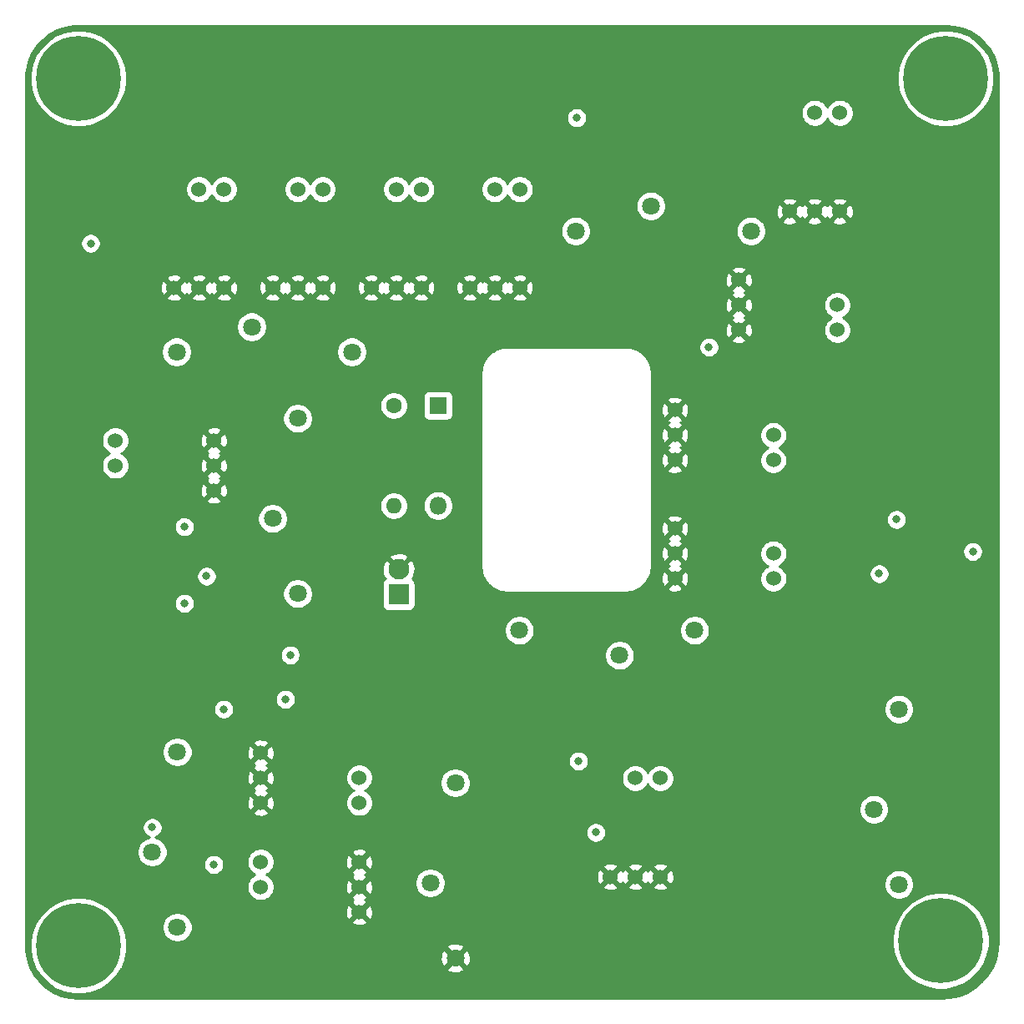
<source format=gbr>
G04 #@! TF.GenerationSoftware,KiCad,Pcbnew,5.1.6-c6e7f7d~86~ubuntu18.04.1*
G04 #@! TF.CreationDate,2020-05-28T18:44:08+01:00*
G04 #@! TF.ProjectId,multi-smtpa,6d756c74-692d-4736-9d74-70612e6b6963,rev?*
G04 #@! TF.SameCoordinates,Original*
G04 #@! TF.FileFunction,Copper,L2,Inr*
G04 #@! TF.FilePolarity,Positive*
%FSLAX46Y46*%
G04 Gerber Fmt 4.6, Leading zero omitted, Abs format (unit mm)*
G04 Created by KiCad (PCBNEW 5.1.6-c6e7f7d~86~ubuntu18.04.1) date 2020-05-28 18:44:08*
%MOMM*%
%LPD*%
G01*
G04 APERTURE LIST*
G04 #@! TA.AperFunction,ViaPad*
%ADD10C,1.524000*%
G04 #@! TD*
G04 #@! TA.AperFunction,ViaPad*
%ADD11C,0.900000*%
G04 #@! TD*
G04 #@! TA.AperFunction,ViaPad*
%ADD12C,8.600000*%
G04 #@! TD*
G04 #@! TA.AperFunction,ViaPad*
%ADD13C,1.800000*%
G04 #@! TD*
G04 #@! TA.AperFunction,ViaPad*
%ADD14C,2.100000*%
G04 #@! TD*
G04 #@! TA.AperFunction,ViaPad*
%ADD15R,2.100000X2.100000*%
G04 #@! TD*
G04 #@! TA.AperFunction,ViaPad*
%ADD16O,1.600000X1.600000*%
G04 #@! TD*
G04 #@! TA.AperFunction,ViaPad*
%ADD17C,1.600000*%
G04 #@! TD*
G04 #@! TA.AperFunction,ViaPad*
%ADD18O,1.800000X1.800000*%
G04 #@! TD*
G04 #@! TA.AperFunction,ViaPad*
%ADD19R,1.800000X1.800000*%
G04 #@! TD*
G04 #@! TA.AperFunction,ViaPad*
%ADD20C,0.800000*%
G04 #@! TD*
G04 #@! TA.AperFunction,Conductor*
%ADD21C,0.254000*%
G04 #@! TD*
G04 APERTURE END LIST*
D10*
X183000000Y-81540000D03*
X183000000Y-79000000D03*
X173000000Y-81540000D03*
X173000000Y-79000000D03*
X173000000Y-76460000D03*
D11*
X108280419Y-53719581D03*
X106000000Y-52775000D03*
X103719581Y-53719581D03*
X102775000Y-56000000D03*
X103719581Y-58280419D03*
X106000000Y-59225000D03*
X108280419Y-58280419D03*
X109225000Y-56000000D03*
D12*
X106000000Y-56000000D03*
D11*
X196280419Y-53719581D03*
X194000000Y-52775000D03*
X191719581Y-53719581D03*
X190775000Y-56000000D03*
X191719581Y-58280419D03*
X194000000Y-59225000D03*
X196280419Y-58280419D03*
X197225000Y-56000000D03*
D12*
X194000000Y-56000000D03*
D11*
X108280419Y-141719581D03*
X106000000Y-140775000D03*
X103719581Y-141719581D03*
X102775000Y-144000000D03*
X103719581Y-146280419D03*
X106000000Y-147225000D03*
X108280419Y-146280419D03*
X109225000Y-144000000D03*
D12*
X106000000Y-144000000D03*
D11*
X195780419Y-141219581D03*
X193500000Y-140275000D03*
X191219581Y-141219581D03*
X190275000Y-143500000D03*
X191219581Y-145780419D03*
X193500000Y-146725000D03*
X195780419Y-145780419D03*
X196725000Y-143500000D03*
D12*
X193500000Y-143500000D03*
D13*
X133750000Y-83750000D03*
X123590000Y-81210000D03*
X115970000Y-83750000D03*
D10*
X115710000Y-77250000D03*
X118250000Y-77250000D03*
X120790000Y-77250000D03*
X118250000Y-67250000D03*
X120790000Y-67250000D03*
X135710000Y-77250000D03*
X138250000Y-77250000D03*
X140790000Y-77250000D03*
X138250000Y-67250000D03*
X140790000Y-67250000D03*
X125710000Y-77250000D03*
X128250000Y-77250000D03*
X130790000Y-77250000D03*
X128250000Y-67250000D03*
X130790000Y-67250000D03*
X145710000Y-77250000D03*
X148250000Y-77250000D03*
X150790000Y-77250000D03*
X148250000Y-67250000D03*
X150790000Y-67250000D03*
X166515000Y-101670000D03*
X166515000Y-104210000D03*
X166515000Y-106750000D03*
X176515000Y-104210000D03*
X176515000Y-106750000D03*
X166515000Y-89655000D03*
X166515000Y-92195000D03*
X166515000Y-94735000D03*
X176515000Y-92195000D03*
X176515000Y-94735000D03*
X134500000Y-140580000D03*
X134500000Y-138040000D03*
X134500000Y-135500000D03*
X124500000Y-138040000D03*
X124500000Y-135500000D03*
X178170000Y-69500000D03*
X180710000Y-69500000D03*
X183250000Y-69500000D03*
X180710000Y-59500000D03*
X183250000Y-59500000D03*
X159960000Y-137000000D03*
X162500000Y-137000000D03*
X165040000Y-137000000D03*
X162500000Y-127000000D03*
X165040000Y-127000000D03*
X124500000Y-124420000D03*
X124500000Y-126960000D03*
X124500000Y-129500000D03*
X134500000Y-126960000D03*
X134500000Y-129500000D03*
X119750000Y-97830000D03*
X119750000Y-95290000D03*
X119750000Y-92750000D03*
X109750000Y-95290000D03*
X109750000Y-92750000D03*
D13*
X189250000Y-120000000D03*
X186710000Y-130160000D03*
X189250000Y-137780000D03*
X144250000Y-127470000D03*
X141710000Y-137630000D03*
X144250000Y-145250000D03*
X174250000Y-71500000D03*
X164090000Y-68960000D03*
X156470000Y-71500000D03*
X150750000Y-112000000D03*
X160910000Y-114540000D03*
X168530000Y-112000000D03*
X116040000Y-124340000D03*
X113500000Y-134500000D03*
X116040000Y-142120000D03*
X128250000Y-90500000D03*
X125710000Y-100660000D03*
X128250000Y-108280000D03*
D14*
X138500000Y-105810000D03*
D15*
X138500000Y-108350000D03*
D16*
X138000000Y-99350000D03*
D17*
X138000000Y-89190000D03*
D18*
X142500000Y-99350000D03*
D19*
X142500000Y-89190000D03*
D20*
X142000000Y-149000000D03*
X169000000Y-139000000D03*
X165500000Y-133500000D03*
X165500000Y-131750000D03*
X168250000Y-122250000D03*
X161750000Y-122250000D03*
X180000000Y-127500000D03*
X181000000Y-128500000D03*
X180000000Y-129500000D03*
X173250000Y-128500000D03*
X174750000Y-144250000D03*
X183250000Y-144250000D03*
X125250000Y-144250000D03*
X133750000Y-144250000D03*
X120500000Y-140000000D03*
X105750000Y-125750000D03*
X105750000Y-117250000D03*
X106000000Y-97000000D03*
X106000000Y-88500000D03*
X179000000Y-55750000D03*
X187500000Y-55750000D03*
X149750000Y-117750000D03*
X154500000Y-122000000D03*
X149750000Y-120000000D03*
X154250000Y-135500000D03*
X148000000Y-136500000D03*
X125500000Y-117500000D03*
X140500000Y-121000000D03*
X138000000Y-122500000D03*
X138000000Y-114000000D03*
X138000000Y-131500000D03*
X122500000Y-131750000D03*
X122500000Y-134750000D03*
X119000000Y-138000000D03*
X112500000Y-97750000D03*
X104750000Y-100000000D03*
X158050000Y-63250000D03*
X122500000Y-105750000D03*
X172000000Y-66000000D03*
X174500000Y-62500000D03*
X177250000Y-62500000D03*
X171750000Y-62500000D03*
X169250000Y-62750000D03*
X174250000Y-87000000D03*
X176250000Y-87000000D03*
X178250000Y-87000000D03*
X182250000Y-99750000D03*
X182250000Y-101750000D03*
X182250000Y-103750000D03*
X193750000Y-81500000D03*
X193750000Y-90000000D03*
X193750000Y-110500000D03*
X193750000Y-119000000D03*
X188750000Y-109500000D03*
X191500000Y-92000000D03*
X193500000Y-129500000D03*
X112000000Y-72750000D03*
X111750000Y-75000000D03*
X111000000Y-82250000D03*
X122750000Y-62750000D03*
X132750000Y-62750000D03*
X142750000Y-62750000D03*
X152750000Y-62750000D03*
X114500000Y-66250000D03*
X113500000Y-71750000D03*
X144500000Y-66250000D03*
X143750000Y-71750000D03*
X104750000Y-101750000D03*
X104550000Y-104350000D03*
X113550000Y-95750000D03*
X134500000Y-66250000D03*
X133750000Y-71750000D03*
X123500000Y-71750000D03*
X124500000Y-66250000D03*
X113550000Y-94550000D03*
X119000000Y-102000000D03*
X138800000Y-55600000D03*
X130200000Y-55600000D03*
X153200000Y-55300000D03*
X161700000Y-55400000D03*
X181000000Y-94250000D03*
X172750000Y-92250000D03*
X174250000Y-84250000D03*
X177500000Y-81000000D03*
X178000000Y-79000000D03*
X179250000Y-75250000D03*
X183000000Y-74000000D03*
X185750000Y-76250000D03*
X187000000Y-79000000D03*
X159000000Y-79200000D03*
X194200000Y-62100000D03*
X194200000Y-70600000D03*
X144500000Y-85000000D03*
X127750000Y-137250000D03*
X131250000Y-127750000D03*
X140000000Y-149000000D03*
X146000000Y-149000000D03*
X144000000Y-149000000D03*
X152000000Y-149000000D03*
X150000000Y-149000000D03*
X148000000Y-149000000D03*
X154000000Y-149000000D03*
X160000000Y-149000000D03*
X158000000Y-149000000D03*
X162000000Y-149000000D03*
X156000000Y-149000000D03*
X162000000Y-149000000D03*
X166000000Y-149000000D03*
X164000000Y-149000000D03*
X168000000Y-149000000D03*
X170000000Y-149000000D03*
X172000000Y-149000000D03*
X136000000Y-149000000D03*
X138000000Y-149000000D03*
X186000000Y-149000000D03*
X188000000Y-149000000D03*
X190000000Y-149000000D03*
X192000000Y-149000000D03*
X199000000Y-140000000D03*
X199000000Y-142000000D03*
X199000000Y-138000000D03*
X199000000Y-136000000D03*
X199000000Y-134000000D03*
X199000000Y-132000000D03*
X199000000Y-128000000D03*
X199000000Y-130000000D03*
X199000000Y-122000000D03*
X199000000Y-126000000D03*
X199000000Y-124000000D03*
X199000000Y-104000000D03*
X199000000Y-106000000D03*
X199000000Y-108000000D03*
X199000000Y-98000000D03*
X199000000Y-102000000D03*
X199000000Y-100000000D03*
X199000000Y-92000000D03*
X199000000Y-96000000D03*
X199000000Y-94000000D03*
X199000000Y-75000000D03*
X199000000Y-77000000D03*
X199000000Y-79000000D03*
X199000000Y-73000000D03*
X199000000Y-60000000D03*
X199000000Y-58000000D03*
X190000000Y-51000000D03*
X177000000Y-51000000D03*
X175000000Y-51000000D03*
X171000000Y-51000000D03*
X173000000Y-51000000D03*
X165000000Y-51000000D03*
X167000000Y-51000000D03*
X169000000Y-51000000D03*
X151000000Y-51000000D03*
X149000000Y-51000000D03*
X147000000Y-51000000D03*
X145000000Y-51000000D03*
X141000000Y-51000000D03*
X143000000Y-51000000D03*
X127000000Y-51000000D03*
X123000000Y-51000000D03*
X117000000Y-51000000D03*
X119000000Y-51000000D03*
X125000000Y-51000000D03*
X121000000Y-51000000D03*
X113000000Y-51000000D03*
X111000000Y-51000000D03*
X115000000Y-51000000D03*
X109000000Y-51000000D03*
X101000000Y-62000000D03*
X101000000Y-58000000D03*
X101000000Y-66000000D03*
X101000000Y-60000000D03*
X101000000Y-64000000D03*
X101000000Y-72000000D03*
X101000000Y-70000000D03*
X101000000Y-68000000D03*
X101000000Y-76000000D03*
X101000000Y-74000000D03*
X101000000Y-82000000D03*
X101000000Y-80000000D03*
X101000000Y-78000000D03*
X101000000Y-86000000D03*
X101000000Y-84000000D03*
X101000000Y-107000000D03*
X101000000Y-103000000D03*
X101000000Y-101000000D03*
X101000000Y-105000000D03*
X101000000Y-99000000D03*
X101000000Y-111000000D03*
X101000000Y-109000000D03*
X101000000Y-113000000D03*
X101000000Y-115000000D03*
X101000000Y-128000000D03*
X101000000Y-130000000D03*
X101000000Y-132000000D03*
X101000000Y-134000000D03*
X101000000Y-142000000D03*
X101000000Y-136000000D03*
X101000000Y-140000000D03*
X101000000Y-138000000D03*
X114000000Y-149000000D03*
X110000000Y-149000000D03*
X112000000Y-149000000D03*
X108000000Y-149000000D03*
X120000000Y-149000000D03*
X118000000Y-149000000D03*
X122000000Y-149000000D03*
X116000000Y-149000000D03*
X192000000Y-51000000D03*
X127500000Y-114500000D03*
X158500000Y-132500000D03*
X156750000Y-125250000D03*
X156550000Y-60000000D03*
X119000000Y-106500000D03*
X187250000Y-106250000D03*
X107250000Y-72750000D03*
X169975000Y-83275000D03*
X120750000Y-120000000D03*
X119750000Y-135750000D03*
X116750000Y-101500000D03*
X116750000Y-109250000D03*
X113500000Y-132000000D03*
X127000000Y-119000000D03*
X189000000Y-100750000D03*
X196750000Y-104000000D03*
D21*
G36*
X194871797Y-50733902D02*
G01*
X195720182Y-50947001D01*
X196522371Y-51295803D01*
X197256818Y-51770938D01*
X197903798Y-52359646D01*
X198445946Y-53046125D01*
X198868692Y-53811928D01*
X199160684Y-54636491D01*
X199316116Y-55509076D01*
X199340001Y-56015568D01*
X199340000Y-142967581D01*
X199340000Y-143474074D01*
X199266085Y-144413256D01*
X199052230Y-145304025D01*
X198701659Y-146150378D01*
X198223007Y-146931467D01*
X197628060Y-147628060D01*
X196931463Y-148223010D01*
X196150373Y-148701662D01*
X195304025Y-149052230D01*
X194413256Y-149266085D01*
X193474074Y-149340000D01*
X106027089Y-149340000D01*
X105128198Y-149266098D01*
X104279820Y-149052999D01*
X103477629Y-148704197D01*
X102743182Y-148229062D01*
X102096201Y-147640354D01*
X101554054Y-146953875D01*
X101131309Y-146188076D01*
X100839317Y-145363514D01*
X100683884Y-144490925D01*
X100660000Y-143984453D01*
X100660000Y-143513945D01*
X101065000Y-143513945D01*
X101065000Y-144486055D01*
X101254650Y-145439486D01*
X101626660Y-146337599D01*
X102166735Y-147145879D01*
X102854121Y-147833265D01*
X103662401Y-148373340D01*
X104560514Y-148745350D01*
X105513945Y-148935000D01*
X106486055Y-148935000D01*
X107439486Y-148745350D01*
X108337599Y-148373340D01*
X109145879Y-147833265D01*
X109833265Y-147145879D01*
X110373340Y-146337599D01*
X110383081Y-146314080D01*
X143365525Y-146314080D01*
X143449208Y-146568261D01*
X143721775Y-146699158D01*
X144014642Y-146774365D01*
X144316553Y-146790991D01*
X144615907Y-146748397D01*
X144901199Y-146648222D01*
X145050792Y-146568261D01*
X145134475Y-146314080D01*
X144250000Y-145429605D01*
X143365525Y-146314080D01*
X110383081Y-146314080D01*
X110745350Y-145439486D01*
X110769802Y-145316553D01*
X142709009Y-145316553D01*
X142751603Y-145615907D01*
X142851778Y-145901199D01*
X142931739Y-146050792D01*
X143185920Y-146134475D01*
X144070395Y-145250000D01*
X144429605Y-145250000D01*
X145314080Y-146134475D01*
X145568261Y-146050792D01*
X145699158Y-145778225D01*
X145774365Y-145485358D01*
X145790991Y-145183447D01*
X145748397Y-144884093D01*
X145648222Y-144598801D01*
X145568261Y-144449208D01*
X145314080Y-144365525D01*
X144429605Y-145250000D01*
X144070395Y-145250000D01*
X143185920Y-144365525D01*
X142931739Y-144449208D01*
X142800842Y-144721775D01*
X142725635Y-145014642D01*
X142709009Y-145316553D01*
X110769802Y-145316553D01*
X110935000Y-144486055D01*
X110935000Y-144185920D01*
X143365525Y-144185920D01*
X144250000Y-145070395D01*
X145134475Y-144185920D01*
X145050792Y-143931739D01*
X144778225Y-143800842D01*
X144485358Y-143725635D01*
X144183447Y-143709009D01*
X143884093Y-143751603D01*
X143598801Y-143851778D01*
X143449208Y-143931739D01*
X143365525Y-144185920D01*
X110935000Y-144185920D01*
X110935000Y-143513945D01*
X110745350Y-142560514D01*
X110500262Y-141968816D01*
X114505000Y-141968816D01*
X114505000Y-142271184D01*
X114563989Y-142567743D01*
X114679701Y-142847095D01*
X114847688Y-143098505D01*
X115061495Y-143312312D01*
X115312905Y-143480299D01*
X115592257Y-143596011D01*
X115888816Y-143655000D01*
X116191184Y-143655000D01*
X116487743Y-143596011D01*
X116767095Y-143480299D01*
X117018505Y-143312312D01*
X117232312Y-143098505D01*
X117288813Y-143013945D01*
X188565000Y-143013945D01*
X188565000Y-143986055D01*
X188754650Y-144939486D01*
X189126660Y-145837599D01*
X189666735Y-146645879D01*
X190354121Y-147333265D01*
X191162401Y-147873340D01*
X192060514Y-148245350D01*
X193013945Y-148435000D01*
X193986055Y-148435000D01*
X194939486Y-148245350D01*
X195837599Y-147873340D01*
X196645879Y-147333265D01*
X197333265Y-146645879D01*
X197873340Y-145837599D01*
X198245350Y-144939486D01*
X198435000Y-143986055D01*
X198435000Y-143013945D01*
X198245350Y-142060514D01*
X197873340Y-141162401D01*
X197333265Y-140354121D01*
X196645879Y-139666735D01*
X195837599Y-139126660D01*
X194939486Y-138754650D01*
X193986055Y-138565000D01*
X193013945Y-138565000D01*
X192060514Y-138754650D01*
X191162401Y-139126660D01*
X190354121Y-139666735D01*
X189666735Y-140354121D01*
X189126660Y-141162401D01*
X188754650Y-142060514D01*
X188565000Y-143013945D01*
X117288813Y-143013945D01*
X117400299Y-142847095D01*
X117516011Y-142567743D01*
X117575000Y-142271184D01*
X117575000Y-141968816D01*
X117516011Y-141672257D01*
X117463534Y-141545565D01*
X133714040Y-141545565D01*
X133781020Y-141785656D01*
X134030048Y-141902756D01*
X134297135Y-141969023D01*
X134572017Y-141981910D01*
X134844133Y-141940922D01*
X135103023Y-141847636D01*
X135218980Y-141785656D01*
X135285960Y-141545565D01*
X134500000Y-140759605D01*
X133714040Y-141545565D01*
X117463534Y-141545565D01*
X117400299Y-141392905D01*
X117232312Y-141141495D01*
X117018505Y-140927688D01*
X116767095Y-140759701D01*
X116507125Y-140652017D01*
X133098090Y-140652017D01*
X133139078Y-140924133D01*
X133232364Y-141183023D01*
X133294344Y-141298980D01*
X133534435Y-141365960D01*
X134320395Y-140580000D01*
X134679605Y-140580000D01*
X135465565Y-141365960D01*
X135705656Y-141298980D01*
X135822756Y-141049952D01*
X135889023Y-140782865D01*
X135901910Y-140507983D01*
X135860922Y-140235867D01*
X135767636Y-139976977D01*
X135705656Y-139861020D01*
X135465565Y-139794040D01*
X134679605Y-140580000D01*
X134320395Y-140580000D01*
X133534435Y-139794040D01*
X133294344Y-139861020D01*
X133177244Y-140110048D01*
X133110977Y-140377135D01*
X133098090Y-140652017D01*
X116507125Y-140652017D01*
X116487743Y-140643989D01*
X116191184Y-140585000D01*
X115888816Y-140585000D01*
X115592257Y-140643989D01*
X115312905Y-140759701D01*
X115061495Y-140927688D01*
X114847688Y-141141495D01*
X114679701Y-141392905D01*
X114563989Y-141672257D01*
X114505000Y-141968816D01*
X110500262Y-141968816D01*
X110373340Y-141662401D01*
X109833265Y-140854121D01*
X109145879Y-140166735D01*
X108337599Y-139626660D01*
X107439486Y-139254650D01*
X106486055Y-139065000D01*
X105513945Y-139065000D01*
X104560514Y-139254650D01*
X103662401Y-139626660D01*
X102854121Y-140166735D01*
X102166735Y-140854121D01*
X101626660Y-141662401D01*
X101254650Y-142560514D01*
X101065000Y-143513945D01*
X100660000Y-143513945D01*
X100660000Y-134348816D01*
X111965000Y-134348816D01*
X111965000Y-134651184D01*
X112023989Y-134947743D01*
X112139701Y-135227095D01*
X112307688Y-135478505D01*
X112521495Y-135692312D01*
X112772905Y-135860299D01*
X113052257Y-135976011D01*
X113348816Y-136035000D01*
X113651184Y-136035000D01*
X113947743Y-135976011D01*
X114227095Y-135860299D01*
X114478505Y-135692312D01*
X114522756Y-135648061D01*
X118715000Y-135648061D01*
X118715000Y-135851939D01*
X118754774Y-136051898D01*
X118832795Y-136240256D01*
X118946063Y-136409774D01*
X119090226Y-136553937D01*
X119259744Y-136667205D01*
X119448102Y-136745226D01*
X119648061Y-136785000D01*
X119851939Y-136785000D01*
X120051898Y-136745226D01*
X120240256Y-136667205D01*
X120409774Y-136553937D01*
X120553937Y-136409774D01*
X120667205Y-136240256D01*
X120745226Y-136051898D01*
X120785000Y-135851939D01*
X120785000Y-135648061D01*
X120745226Y-135448102D01*
X120709731Y-135362408D01*
X123103000Y-135362408D01*
X123103000Y-135637592D01*
X123156686Y-135907490D01*
X123261995Y-136161727D01*
X123414880Y-136390535D01*
X123609465Y-136585120D01*
X123838273Y-136738005D01*
X123915515Y-136770000D01*
X123838273Y-136801995D01*
X123609465Y-136954880D01*
X123414880Y-137149465D01*
X123261995Y-137378273D01*
X123156686Y-137632510D01*
X123103000Y-137902408D01*
X123103000Y-138177592D01*
X123156686Y-138447490D01*
X123261995Y-138701727D01*
X123414880Y-138930535D01*
X123609465Y-139125120D01*
X123838273Y-139278005D01*
X124092510Y-139383314D01*
X124362408Y-139437000D01*
X124637592Y-139437000D01*
X124907490Y-139383314D01*
X125161727Y-139278005D01*
X125390535Y-139125120D01*
X125510090Y-139005565D01*
X133714040Y-139005565D01*
X133781020Y-139245656D01*
X133911644Y-139307079D01*
X133896977Y-139312364D01*
X133781020Y-139374344D01*
X133714040Y-139614435D01*
X134500000Y-140400395D01*
X135285960Y-139614435D01*
X135218980Y-139374344D01*
X135088356Y-139312921D01*
X135103023Y-139307636D01*
X135218980Y-139245656D01*
X135285960Y-139005565D01*
X134500000Y-138219605D01*
X133714040Y-139005565D01*
X125510090Y-139005565D01*
X125585120Y-138930535D01*
X125738005Y-138701727D01*
X125843314Y-138447490D01*
X125897000Y-138177592D01*
X125897000Y-138112017D01*
X133098090Y-138112017D01*
X133139078Y-138384133D01*
X133232364Y-138643023D01*
X133294344Y-138758980D01*
X133534435Y-138825960D01*
X134320395Y-138040000D01*
X134679605Y-138040000D01*
X135465565Y-138825960D01*
X135705656Y-138758980D01*
X135822756Y-138509952D01*
X135889023Y-138242865D01*
X135901910Y-137967983D01*
X135860922Y-137695867D01*
X135782712Y-137478816D01*
X140175000Y-137478816D01*
X140175000Y-137781184D01*
X140233989Y-138077743D01*
X140349701Y-138357095D01*
X140517688Y-138608505D01*
X140731495Y-138822312D01*
X140982905Y-138990299D01*
X141262257Y-139106011D01*
X141558816Y-139165000D01*
X141861184Y-139165000D01*
X142157743Y-139106011D01*
X142437095Y-138990299D01*
X142688505Y-138822312D01*
X142902312Y-138608505D01*
X143070299Y-138357095D01*
X143186011Y-138077743D01*
X143208324Y-137965565D01*
X159174040Y-137965565D01*
X159241020Y-138205656D01*
X159490048Y-138322756D01*
X159757135Y-138389023D01*
X160032017Y-138401910D01*
X160304133Y-138360922D01*
X160563023Y-138267636D01*
X160678980Y-138205656D01*
X160745960Y-137965565D01*
X161714040Y-137965565D01*
X161781020Y-138205656D01*
X162030048Y-138322756D01*
X162297135Y-138389023D01*
X162572017Y-138401910D01*
X162844133Y-138360922D01*
X163103023Y-138267636D01*
X163218980Y-138205656D01*
X163285960Y-137965565D01*
X164254040Y-137965565D01*
X164321020Y-138205656D01*
X164570048Y-138322756D01*
X164837135Y-138389023D01*
X165112017Y-138401910D01*
X165384133Y-138360922D01*
X165643023Y-138267636D01*
X165758980Y-138205656D01*
X165825960Y-137965565D01*
X165040000Y-137179605D01*
X164254040Y-137965565D01*
X163285960Y-137965565D01*
X162500000Y-137179605D01*
X161714040Y-137965565D01*
X160745960Y-137965565D01*
X159960000Y-137179605D01*
X159174040Y-137965565D01*
X143208324Y-137965565D01*
X143245000Y-137781184D01*
X143245000Y-137478816D01*
X143186011Y-137182257D01*
X143140348Y-137072017D01*
X158558090Y-137072017D01*
X158599078Y-137344133D01*
X158692364Y-137603023D01*
X158754344Y-137718980D01*
X158994435Y-137785960D01*
X159780395Y-137000000D01*
X160139605Y-137000000D01*
X160925565Y-137785960D01*
X161165656Y-137718980D01*
X161227079Y-137588356D01*
X161232364Y-137603023D01*
X161294344Y-137718980D01*
X161534435Y-137785960D01*
X162320395Y-137000000D01*
X162679605Y-137000000D01*
X163465565Y-137785960D01*
X163705656Y-137718980D01*
X163767079Y-137588356D01*
X163772364Y-137603023D01*
X163834344Y-137718980D01*
X164074435Y-137785960D01*
X164860395Y-137000000D01*
X165219605Y-137000000D01*
X166005565Y-137785960D01*
X166245656Y-137718980D01*
X166288053Y-137628816D01*
X187715000Y-137628816D01*
X187715000Y-137931184D01*
X187773989Y-138227743D01*
X187889701Y-138507095D01*
X188057688Y-138758505D01*
X188271495Y-138972312D01*
X188522905Y-139140299D01*
X188802257Y-139256011D01*
X189098816Y-139315000D01*
X189401184Y-139315000D01*
X189697743Y-139256011D01*
X189977095Y-139140299D01*
X190228505Y-138972312D01*
X190442312Y-138758505D01*
X190610299Y-138507095D01*
X190726011Y-138227743D01*
X190785000Y-137931184D01*
X190785000Y-137628816D01*
X190726011Y-137332257D01*
X190610299Y-137052905D01*
X190442312Y-136801495D01*
X190228505Y-136587688D01*
X189977095Y-136419701D01*
X189697743Y-136303989D01*
X189401184Y-136245000D01*
X189098816Y-136245000D01*
X188802257Y-136303989D01*
X188522905Y-136419701D01*
X188271495Y-136587688D01*
X188057688Y-136801495D01*
X187889701Y-137052905D01*
X187773989Y-137332257D01*
X187715000Y-137628816D01*
X166288053Y-137628816D01*
X166362756Y-137469952D01*
X166429023Y-137202865D01*
X166441910Y-136927983D01*
X166400922Y-136655867D01*
X166307636Y-136396977D01*
X166245656Y-136281020D01*
X166005565Y-136214040D01*
X165219605Y-137000000D01*
X164860395Y-137000000D01*
X164074435Y-136214040D01*
X163834344Y-136281020D01*
X163772921Y-136411644D01*
X163767636Y-136396977D01*
X163705656Y-136281020D01*
X163465565Y-136214040D01*
X162679605Y-137000000D01*
X162320395Y-137000000D01*
X161534435Y-136214040D01*
X161294344Y-136281020D01*
X161232921Y-136411644D01*
X161227636Y-136396977D01*
X161165656Y-136281020D01*
X160925565Y-136214040D01*
X160139605Y-137000000D01*
X159780395Y-137000000D01*
X158994435Y-136214040D01*
X158754344Y-136281020D01*
X158637244Y-136530048D01*
X158570977Y-136797135D01*
X158558090Y-137072017D01*
X143140348Y-137072017D01*
X143070299Y-136902905D01*
X142902312Y-136651495D01*
X142688505Y-136437688D01*
X142437095Y-136269701D01*
X142157743Y-136153989D01*
X141861184Y-136095000D01*
X141558816Y-136095000D01*
X141262257Y-136153989D01*
X140982905Y-136269701D01*
X140731495Y-136437688D01*
X140517688Y-136651495D01*
X140349701Y-136902905D01*
X140233989Y-137182257D01*
X140175000Y-137478816D01*
X135782712Y-137478816D01*
X135767636Y-137436977D01*
X135705656Y-137321020D01*
X135465565Y-137254040D01*
X134679605Y-138040000D01*
X134320395Y-138040000D01*
X133534435Y-137254040D01*
X133294344Y-137321020D01*
X133177244Y-137570048D01*
X133110977Y-137837135D01*
X133098090Y-138112017D01*
X125897000Y-138112017D01*
X125897000Y-137902408D01*
X125843314Y-137632510D01*
X125738005Y-137378273D01*
X125585120Y-137149465D01*
X125390535Y-136954880D01*
X125161727Y-136801995D01*
X125084485Y-136770000D01*
X125161727Y-136738005D01*
X125390535Y-136585120D01*
X125510090Y-136465565D01*
X133714040Y-136465565D01*
X133781020Y-136705656D01*
X133911644Y-136767079D01*
X133896977Y-136772364D01*
X133781020Y-136834344D01*
X133714040Y-137074435D01*
X134500000Y-137860395D01*
X135285960Y-137074435D01*
X135218980Y-136834344D01*
X135088356Y-136772921D01*
X135103023Y-136767636D01*
X135218980Y-136705656D01*
X135285960Y-136465565D01*
X134500000Y-135679605D01*
X133714040Y-136465565D01*
X125510090Y-136465565D01*
X125585120Y-136390535D01*
X125738005Y-136161727D01*
X125843314Y-135907490D01*
X125897000Y-135637592D01*
X125897000Y-135572017D01*
X133098090Y-135572017D01*
X133139078Y-135844133D01*
X133232364Y-136103023D01*
X133294344Y-136218980D01*
X133534435Y-136285960D01*
X134320395Y-135500000D01*
X134679605Y-135500000D01*
X135465565Y-136285960D01*
X135705656Y-136218980D01*
X135792434Y-136034435D01*
X159174040Y-136034435D01*
X159960000Y-136820395D01*
X160745960Y-136034435D01*
X161714040Y-136034435D01*
X162500000Y-136820395D01*
X163285960Y-136034435D01*
X164254040Y-136034435D01*
X165040000Y-136820395D01*
X165825960Y-136034435D01*
X165758980Y-135794344D01*
X165509952Y-135677244D01*
X165242865Y-135610977D01*
X164967983Y-135598090D01*
X164695867Y-135639078D01*
X164436977Y-135732364D01*
X164321020Y-135794344D01*
X164254040Y-136034435D01*
X163285960Y-136034435D01*
X163218980Y-135794344D01*
X162969952Y-135677244D01*
X162702865Y-135610977D01*
X162427983Y-135598090D01*
X162155867Y-135639078D01*
X161896977Y-135732364D01*
X161781020Y-135794344D01*
X161714040Y-136034435D01*
X160745960Y-136034435D01*
X160678980Y-135794344D01*
X160429952Y-135677244D01*
X160162865Y-135610977D01*
X159887983Y-135598090D01*
X159615867Y-135639078D01*
X159356977Y-135732364D01*
X159241020Y-135794344D01*
X159174040Y-136034435D01*
X135792434Y-136034435D01*
X135822756Y-135969952D01*
X135889023Y-135702865D01*
X135901910Y-135427983D01*
X135860922Y-135155867D01*
X135767636Y-134896977D01*
X135705656Y-134781020D01*
X135465565Y-134714040D01*
X134679605Y-135500000D01*
X134320395Y-135500000D01*
X133534435Y-134714040D01*
X133294344Y-134781020D01*
X133177244Y-135030048D01*
X133110977Y-135297135D01*
X133098090Y-135572017D01*
X125897000Y-135572017D01*
X125897000Y-135362408D01*
X125843314Y-135092510D01*
X125738005Y-134838273D01*
X125585120Y-134609465D01*
X125510090Y-134534435D01*
X133714040Y-134534435D01*
X134500000Y-135320395D01*
X135285960Y-134534435D01*
X135218980Y-134294344D01*
X134969952Y-134177244D01*
X134702865Y-134110977D01*
X134427983Y-134098090D01*
X134155867Y-134139078D01*
X133896977Y-134232364D01*
X133781020Y-134294344D01*
X133714040Y-134534435D01*
X125510090Y-134534435D01*
X125390535Y-134414880D01*
X125161727Y-134261995D01*
X124907490Y-134156686D01*
X124637592Y-134103000D01*
X124362408Y-134103000D01*
X124092510Y-134156686D01*
X123838273Y-134261995D01*
X123609465Y-134414880D01*
X123414880Y-134609465D01*
X123261995Y-134838273D01*
X123156686Y-135092510D01*
X123103000Y-135362408D01*
X120709731Y-135362408D01*
X120667205Y-135259744D01*
X120553937Y-135090226D01*
X120409774Y-134946063D01*
X120240256Y-134832795D01*
X120051898Y-134754774D01*
X119851939Y-134715000D01*
X119648061Y-134715000D01*
X119448102Y-134754774D01*
X119259744Y-134832795D01*
X119090226Y-134946063D01*
X118946063Y-135090226D01*
X118832795Y-135259744D01*
X118754774Y-135448102D01*
X118715000Y-135648061D01*
X114522756Y-135648061D01*
X114692312Y-135478505D01*
X114860299Y-135227095D01*
X114976011Y-134947743D01*
X115035000Y-134651184D01*
X115035000Y-134348816D01*
X114976011Y-134052257D01*
X114860299Y-133772905D01*
X114692312Y-133521495D01*
X114478505Y-133307688D01*
X114227095Y-133139701D01*
X113947743Y-133023989D01*
X113802301Y-132995059D01*
X113990256Y-132917205D01*
X114159774Y-132803937D01*
X114303937Y-132659774D01*
X114417205Y-132490256D01*
X114455393Y-132398061D01*
X157465000Y-132398061D01*
X157465000Y-132601939D01*
X157504774Y-132801898D01*
X157582795Y-132990256D01*
X157696063Y-133159774D01*
X157840226Y-133303937D01*
X158009744Y-133417205D01*
X158198102Y-133495226D01*
X158398061Y-133535000D01*
X158601939Y-133535000D01*
X158801898Y-133495226D01*
X158990256Y-133417205D01*
X159159774Y-133303937D01*
X159303937Y-133159774D01*
X159417205Y-132990256D01*
X159495226Y-132801898D01*
X159535000Y-132601939D01*
X159535000Y-132398061D01*
X159495226Y-132198102D01*
X159417205Y-132009744D01*
X159303937Y-131840226D01*
X159159774Y-131696063D01*
X158990256Y-131582795D01*
X158801898Y-131504774D01*
X158601939Y-131465000D01*
X158398061Y-131465000D01*
X158198102Y-131504774D01*
X158009744Y-131582795D01*
X157840226Y-131696063D01*
X157696063Y-131840226D01*
X157582795Y-132009744D01*
X157504774Y-132198102D01*
X157465000Y-132398061D01*
X114455393Y-132398061D01*
X114495226Y-132301898D01*
X114535000Y-132101939D01*
X114535000Y-131898061D01*
X114495226Y-131698102D01*
X114417205Y-131509744D01*
X114303937Y-131340226D01*
X114159774Y-131196063D01*
X113990256Y-131082795D01*
X113801898Y-131004774D01*
X113601939Y-130965000D01*
X113398061Y-130965000D01*
X113198102Y-131004774D01*
X113009744Y-131082795D01*
X112840226Y-131196063D01*
X112696063Y-131340226D01*
X112582795Y-131509744D01*
X112504774Y-131698102D01*
X112465000Y-131898061D01*
X112465000Y-132101939D01*
X112504774Y-132301898D01*
X112582795Y-132490256D01*
X112696063Y-132659774D01*
X112840226Y-132803937D01*
X113009744Y-132917205D01*
X113197699Y-132995059D01*
X113052257Y-133023989D01*
X112772905Y-133139701D01*
X112521495Y-133307688D01*
X112307688Y-133521495D01*
X112139701Y-133772905D01*
X112023989Y-134052257D01*
X111965000Y-134348816D01*
X100660000Y-134348816D01*
X100660000Y-130465565D01*
X123714040Y-130465565D01*
X123781020Y-130705656D01*
X124030048Y-130822756D01*
X124297135Y-130889023D01*
X124572017Y-130901910D01*
X124844133Y-130860922D01*
X125103023Y-130767636D01*
X125218980Y-130705656D01*
X125285960Y-130465565D01*
X124500000Y-129679605D01*
X123714040Y-130465565D01*
X100660000Y-130465565D01*
X100660000Y-129572017D01*
X123098090Y-129572017D01*
X123139078Y-129844133D01*
X123232364Y-130103023D01*
X123294344Y-130218980D01*
X123534435Y-130285960D01*
X124320395Y-129500000D01*
X124679605Y-129500000D01*
X125465565Y-130285960D01*
X125705656Y-130218980D01*
X125822756Y-129969952D01*
X125889023Y-129702865D01*
X125901910Y-129427983D01*
X125860922Y-129155867D01*
X125767636Y-128896977D01*
X125705656Y-128781020D01*
X125465565Y-128714040D01*
X124679605Y-129500000D01*
X124320395Y-129500000D01*
X123534435Y-128714040D01*
X123294344Y-128781020D01*
X123177244Y-129030048D01*
X123110977Y-129297135D01*
X123098090Y-129572017D01*
X100660000Y-129572017D01*
X100660000Y-127925565D01*
X123714040Y-127925565D01*
X123781020Y-128165656D01*
X123911644Y-128227079D01*
X123896977Y-128232364D01*
X123781020Y-128294344D01*
X123714040Y-128534435D01*
X124500000Y-129320395D01*
X125285960Y-128534435D01*
X125218980Y-128294344D01*
X125088356Y-128232921D01*
X125103023Y-128227636D01*
X125218980Y-128165656D01*
X125285960Y-127925565D01*
X124500000Y-127139605D01*
X123714040Y-127925565D01*
X100660000Y-127925565D01*
X100660000Y-127032017D01*
X123098090Y-127032017D01*
X123139078Y-127304133D01*
X123232364Y-127563023D01*
X123294344Y-127678980D01*
X123534435Y-127745960D01*
X124320395Y-126960000D01*
X124679605Y-126960000D01*
X125465565Y-127745960D01*
X125705656Y-127678980D01*
X125822756Y-127429952D01*
X125889023Y-127162865D01*
X125901910Y-126887983D01*
X125892033Y-126822408D01*
X133103000Y-126822408D01*
X133103000Y-127097592D01*
X133156686Y-127367490D01*
X133261995Y-127621727D01*
X133414880Y-127850535D01*
X133609465Y-128045120D01*
X133838273Y-128198005D01*
X133915515Y-128230000D01*
X133838273Y-128261995D01*
X133609465Y-128414880D01*
X133414880Y-128609465D01*
X133261995Y-128838273D01*
X133156686Y-129092510D01*
X133103000Y-129362408D01*
X133103000Y-129637592D01*
X133156686Y-129907490D01*
X133261995Y-130161727D01*
X133414880Y-130390535D01*
X133609465Y-130585120D01*
X133838273Y-130738005D01*
X134092510Y-130843314D01*
X134362408Y-130897000D01*
X134637592Y-130897000D01*
X134907490Y-130843314D01*
X135161727Y-130738005D01*
X135390535Y-130585120D01*
X135585120Y-130390535D01*
X135738005Y-130161727D01*
X135801343Y-130008816D01*
X185175000Y-130008816D01*
X185175000Y-130311184D01*
X185233989Y-130607743D01*
X185349701Y-130887095D01*
X185517688Y-131138505D01*
X185731495Y-131352312D01*
X185982905Y-131520299D01*
X186262257Y-131636011D01*
X186558816Y-131695000D01*
X186861184Y-131695000D01*
X187157743Y-131636011D01*
X187437095Y-131520299D01*
X187688505Y-131352312D01*
X187902312Y-131138505D01*
X188070299Y-130887095D01*
X188186011Y-130607743D01*
X188245000Y-130311184D01*
X188245000Y-130008816D01*
X188186011Y-129712257D01*
X188070299Y-129432905D01*
X187902312Y-129181495D01*
X187688505Y-128967688D01*
X187437095Y-128799701D01*
X187157743Y-128683989D01*
X186861184Y-128625000D01*
X186558816Y-128625000D01*
X186262257Y-128683989D01*
X185982905Y-128799701D01*
X185731495Y-128967688D01*
X185517688Y-129181495D01*
X185349701Y-129432905D01*
X185233989Y-129712257D01*
X185175000Y-130008816D01*
X135801343Y-130008816D01*
X135843314Y-129907490D01*
X135897000Y-129637592D01*
X135897000Y-129362408D01*
X135843314Y-129092510D01*
X135738005Y-128838273D01*
X135585120Y-128609465D01*
X135390535Y-128414880D01*
X135161727Y-128261995D01*
X135084485Y-128230000D01*
X135161727Y-128198005D01*
X135390535Y-128045120D01*
X135585120Y-127850535D01*
X135738005Y-127621727D01*
X135843314Y-127367490D01*
X135852995Y-127318816D01*
X142715000Y-127318816D01*
X142715000Y-127621184D01*
X142773989Y-127917743D01*
X142889701Y-128197095D01*
X143057688Y-128448505D01*
X143271495Y-128662312D01*
X143522905Y-128830299D01*
X143802257Y-128946011D01*
X144098816Y-129005000D01*
X144401184Y-129005000D01*
X144697743Y-128946011D01*
X144977095Y-128830299D01*
X145228505Y-128662312D01*
X145442312Y-128448505D01*
X145610299Y-128197095D01*
X145726011Y-127917743D01*
X145785000Y-127621184D01*
X145785000Y-127318816D01*
X145726011Y-127022257D01*
X145659800Y-126862408D01*
X161103000Y-126862408D01*
X161103000Y-127137592D01*
X161156686Y-127407490D01*
X161261995Y-127661727D01*
X161414880Y-127890535D01*
X161609465Y-128085120D01*
X161838273Y-128238005D01*
X162092510Y-128343314D01*
X162362408Y-128397000D01*
X162637592Y-128397000D01*
X162907490Y-128343314D01*
X163161727Y-128238005D01*
X163390535Y-128085120D01*
X163585120Y-127890535D01*
X163738005Y-127661727D01*
X163770000Y-127584485D01*
X163801995Y-127661727D01*
X163954880Y-127890535D01*
X164149465Y-128085120D01*
X164378273Y-128238005D01*
X164632510Y-128343314D01*
X164902408Y-128397000D01*
X165177592Y-128397000D01*
X165447490Y-128343314D01*
X165701727Y-128238005D01*
X165930535Y-128085120D01*
X166125120Y-127890535D01*
X166278005Y-127661727D01*
X166383314Y-127407490D01*
X166437000Y-127137592D01*
X166437000Y-126862408D01*
X166383314Y-126592510D01*
X166278005Y-126338273D01*
X166125120Y-126109465D01*
X165930535Y-125914880D01*
X165701727Y-125761995D01*
X165447490Y-125656686D01*
X165177592Y-125603000D01*
X164902408Y-125603000D01*
X164632510Y-125656686D01*
X164378273Y-125761995D01*
X164149465Y-125914880D01*
X163954880Y-126109465D01*
X163801995Y-126338273D01*
X163770000Y-126415515D01*
X163738005Y-126338273D01*
X163585120Y-126109465D01*
X163390535Y-125914880D01*
X163161727Y-125761995D01*
X162907490Y-125656686D01*
X162637592Y-125603000D01*
X162362408Y-125603000D01*
X162092510Y-125656686D01*
X161838273Y-125761995D01*
X161609465Y-125914880D01*
X161414880Y-126109465D01*
X161261995Y-126338273D01*
X161156686Y-126592510D01*
X161103000Y-126862408D01*
X145659800Y-126862408D01*
X145610299Y-126742905D01*
X145442312Y-126491495D01*
X145228505Y-126277688D01*
X144977095Y-126109701D01*
X144697743Y-125993989D01*
X144401184Y-125935000D01*
X144098816Y-125935000D01*
X143802257Y-125993989D01*
X143522905Y-126109701D01*
X143271495Y-126277688D01*
X143057688Y-126491495D01*
X142889701Y-126742905D01*
X142773989Y-127022257D01*
X142715000Y-127318816D01*
X135852995Y-127318816D01*
X135897000Y-127097592D01*
X135897000Y-126822408D01*
X135843314Y-126552510D01*
X135738005Y-126298273D01*
X135585120Y-126069465D01*
X135390535Y-125874880D01*
X135161727Y-125721995D01*
X134907490Y-125616686D01*
X134637592Y-125563000D01*
X134362408Y-125563000D01*
X134092510Y-125616686D01*
X133838273Y-125721995D01*
X133609465Y-125874880D01*
X133414880Y-126069465D01*
X133261995Y-126298273D01*
X133156686Y-126552510D01*
X133103000Y-126822408D01*
X125892033Y-126822408D01*
X125860922Y-126615867D01*
X125767636Y-126356977D01*
X125705656Y-126241020D01*
X125465565Y-126174040D01*
X124679605Y-126960000D01*
X124320395Y-126960000D01*
X123534435Y-126174040D01*
X123294344Y-126241020D01*
X123177244Y-126490048D01*
X123110977Y-126757135D01*
X123098090Y-127032017D01*
X100660000Y-127032017D01*
X100660000Y-124188816D01*
X114505000Y-124188816D01*
X114505000Y-124491184D01*
X114563989Y-124787743D01*
X114679701Y-125067095D01*
X114847688Y-125318505D01*
X115061495Y-125532312D01*
X115312905Y-125700299D01*
X115592257Y-125816011D01*
X115888816Y-125875000D01*
X116191184Y-125875000D01*
X116487743Y-125816011D01*
X116767095Y-125700299D01*
X117018505Y-125532312D01*
X117165252Y-125385565D01*
X123714040Y-125385565D01*
X123781020Y-125625656D01*
X123911644Y-125687079D01*
X123896977Y-125692364D01*
X123781020Y-125754344D01*
X123714040Y-125994435D01*
X124500000Y-126780395D01*
X125285960Y-125994435D01*
X125218980Y-125754344D01*
X125088356Y-125692921D01*
X125103023Y-125687636D01*
X125218980Y-125625656D01*
X125285960Y-125385565D01*
X124500000Y-124599605D01*
X123714040Y-125385565D01*
X117165252Y-125385565D01*
X117232312Y-125318505D01*
X117400299Y-125067095D01*
X117516011Y-124787743D01*
X117574834Y-124492017D01*
X123098090Y-124492017D01*
X123139078Y-124764133D01*
X123232364Y-125023023D01*
X123294344Y-125138980D01*
X123534435Y-125205960D01*
X124320395Y-124420000D01*
X124679605Y-124420000D01*
X125465565Y-125205960D01*
X125673104Y-125148061D01*
X155715000Y-125148061D01*
X155715000Y-125351939D01*
X155754774Y-125551898D01*
X155832795Y-125740256D01*
X155946063Y-125909774D01*
X156090226Y-126053937D01*
X156259744Y-126167205D01*
X156448102Y-126245226D01*
X156648061Y-126285000D01*
X156851939Y-126285000D01*
X157051898Y-126245226D01*
X157240256Y-126167205D01*
X157409774Y-126053937D01*
X157553937Y-125909774D01*
X157667205Y-125740256D01*
X157745226Y-125551898D01*
X157785000Y-125351939D01*
X157785000Y-125148061D01*
X157745226Y-124948102D01*
X157667205Y-124759744D01*
X157553937Y-124590226D01*
X157409774Y-124446063D01*
X157240256Y-124332795D01*
X157051898Y-124254774D01*
X156851939Y-124215000D01*
X156648061Y-124215000D01*
X156448102Y-124254774D01*
X156259744Y-124332795D01*
X156090226Y-124446063D01*
X155946063Y-124590226D01*
X155832795Y-124759744D01*
X155754774Y-124948102D01*
X155715000Y-125148061D01*
X125673104Y-125148061D01*
X125705656Y-125138980D01*
X125822756Y-124889952D01*
X125889023Y-124622865D01*
X125901910Y-124347983D01*
X125860922Y-124075867D01*
X125767636Y-123816977D01*
X125705656Y-123701020D01*
X125465565Y-123634040D01*
X124679605Y-124420000D01*
X124320395Y-124420000D01*
X123534435Y-123634040D01*
X123294344Y-123701020D01*
X123177244Y-123950048D01*
X123110977Y-124217135D01*
X123098090Y-124492017D01*
X117574834Y-124492017D01*
X117575000Y-124491184D01*
X117575000Y-124188816D01*
X117516011Y-123892257D01*
X117400299Y-123612905D01*
X117294413Y-123454435D01*
X123714040Y-123454435D01*
X124500000Y-124240395D01*
X125285960Y-123454435D01*
X125218980Y-123214344D01*
X124969952Y-123097244D01*
X124702865Y-123030977D01*
X124427983Y-123018090D01*
X124155867Y-123059078D01*
X123896977Y-123152364D01*
X123781020Y-123214344D01*
X123714040Y-123454435D01*
X117294413Y-123454435D01*
X117232312Y-123361495D01*
X117018505Y-123147688D01*
X116767095Y-122979701D01*
X116487743Y-122863989D01*
X116191184Y-122805000D01*
X115888816Y-122805000D01*
X115592257Y-122863989D01*
X115312905Y-122979701D01*
X115061495Y-123147688D01*
X114847688Y-123361495D01*
X114679701Y-123612905D01*
X114563989Y-123892257D01*
X114505000Y-124188816D01*
X100660000Y-124188816D01*
X100660000Y-119898061D01*
X119715000Y-119898061D01*
X119715000Y-120101939D01*
X119754774Y-120301898D01*
X119832795Y-120490256D01*
X119946063Y-120659774D01*
X120090226Y-120803937D01*
X120259744Y-120917205D01*
X120448102Y-120995226D01*
X120648061Y-121035000D01*
X120851939Y-121035000D01*
X121051898Y-120995226D01*
X121240256Y-120917205D01*
X121409774Y-120803937D01*
X121553937Y-120659774D01*
X121667205Y-120490256D01*
X121745226Y-120301898D01*
X121785000Y-120101939D01*
X121785000Y-119898061D01*
X121745226Y-119698102D01*
X121667205Y-119509744D01*
X121553937Y-119340226D01*
X121409774Y-119196063D01*
X121240256Y-119082795D01*
X121051898Y-119004774D01*
X120851939Y-118965000D01*
X120648061Y-118965000D01*
X120448102Y-119004774D01*
X120259744Y-119082795D01*
X120090226Y-119196063D01*
X119946063Y-119340226D01*
X119832795Y-119509744D01*
X119754774Y-119698102D01*
X119715000Y-119898061D01*
X100660000Y-119898061D01*
X100660000Y-118898061D01*
X125965000Y-118898061D01*
X125965000Y-119101939D01*
X126004774Y-119301898D01*
X126082795Y-119490256D01*
X126196063Y-119659774D01*
X126340226Y-119803937D01*
X126509744Y-119917205D01*
X126698102Y-119995226D01*
X126898061Y-120035000D01*
X127101939Y-120035000D01*
X127301898Y-119995226D01*
X127490256Y-119917205D01*
X127592607Y-119848816D01*
X187715000Y-119848816D01*
X187715000Y-120151184D01*
X187773989Y-120447743D01*
X187889701Y-120727095D01*
X188057688Y-120978505D01*
X188271495Y-121192312D01*
X188522905Y-121360299D01*
X188802257Y-121476011D01*
X189098816Y-121535000D01*
X189401184Y-121535000D01*
X189697743Y-121476011D01*
X189977095Y-121360299D01*
X190228505Y-121192312D01*
X190442312Y-120978505D01*
X190610299Y-120727095D01*
X190726011Y-120447743D01*
X190785000Y-120151184D01*
X190785000Y-119848816D01*
X190726011Y-119552257D01*
X190610299Y-119272905D01*
X190442312Y-119021495D01*
X190228505Y-118807688D01*
X189977095Y-118639701D01*
X189697743Y-118523989D01*
X189401184Y-118465000D01*
X189098816Y-118465000D01*
X188802257Y-118523989D01*
X188522905Y-118639701D01*
X188271495Y-118807688D01*
X188057688Y-119021495D01*
X187889701Y-119272905D01*
X187773989Y-119552257D01*
X187715000Y-119848816D01*
X127592607Y-119848816D01*
X127659774Y-119803937D01*
X127803937Y-119659774D01*
X127917205Y-119490256D01*
X127995226Y-119301898D01*
X128035000Y-119101939D01*
X128035000Y-118898061D01*
X127995226Y-118698102D01*
X127917205Y-118509744D01*
X127803937Y-118340226D01*
X127659774Y-118196063D01*
X127490256Y-118082795D01*
X127301898Y-118004774D01*
X127101939Y-117965000D01*
X126898061Y-117965000D01*
X126698102Y-118004774D01*
X126509744Y-118082795D01*
X126340226Y-118196063D01*
X126196063Y-118340226D01*
X126082795Y-118509744D01*
X126004774Y-118698102D01*
X125965000Y-118898061D01*
X100660000Y-118898061D01*
X100660000Y-114398061D01*
X126465000Y-114398061D01*
X126465000Y-114601939D01*
X126504774Y-114801898D01*
X126582795Y-114990256D01*
X126696063Y-115159774D01*
X126840226Y-115303937D01*
X127009744Y-115417205D01*
X127198102Y-115495226D01*
X127398061Y-115535000D01*
X127601939Y-115535000D01*
X127801898Y-115495226D01*
X127990256Y-115417205D01*
X128159774Y-115303937D01*
X128303937Y-115159774D01*
X128417205Y-114990256D01*
X128495226Y-114801898D01*
X128535000Y-114601939D01*
X128535000Y-114398061D01*
X128533162Y-114388816D01*
X159375000Y-114388816D01*
X159375000Y-114691184D01*
X159433989Y-114987743D01*
X159549701Y-115267095D01*
X159717688Y-115518505D01*
X159931495Y-115732312D01*
X160182905Y-115900299D01*
X160462257Y-116016011D01*
X160758816Y-116075000D01*
X161061184Y-116075000D01*
X161357743Y-116016011D01*
X161637095Y-115900299D01*
X161888505Y-115732312D01*
X162102312Y-115518505D01*
X162270299Y-115267095D01*
X162386011Y-114987743D01*
X162445000Y-114691184D01*
X162445000Y-114388816D01*
X162386011Y-114092257D01*
X162270299Y-113812905D01*
X162102312Y-113561495D01*
X161888505Y-113347688D01*
X161637095Y-113179701D01*
X161357743Y-113063989D01*
X161061184Y-113005000D01*
X160758816Y-113005000D01*
X160462257Y-113063989D01*
X160182905Y-113179701D01*
X159931495Y-113347688D01*
X159717688Y-113561495D01*
X159549701Y-113812905D01*
X159433989Y-114092257D01*
X159375000Y-114388816D01*
X128533162Y-114388816D01*
X128495226Y-114198102D01*
X128417205Y-114009744D01*
X128303937Y-113840226D01*
X128159774Y-113696063D01*
X127990256Y-113582795D01*
X127801898Y-113504774D01*
X127601939Y-113465000D01*
X127398061Y-113465000D01*
X127198102Y-113504774D01*
X127009744Y-113582795D01*
X126840226Y-113696063D01*
X126696063Y-113840226D01*
X126582795Y-114009744D01*
X126504774Y-114198102D01*
X126465000Y-114398061D01*
X100660000Y-114398061D01*
X100660000Y-111848816D01*
X149215000Y-111848816D01*
X149215000Y-112151184D01*
X149273989Y-112447743D01*
X149389701Y-112727095D01*
X149557688Y-112978505D01*
X149771495Y-113192312D01*
X150022905Y-113360299D01*
X150302257Y-113476011D01*
X150598816Y-113535000D01*
X150901184Y-113535000D01*
X151197743Y-113476011D01*
X151477095Y-113360299D01*
X151728505Y-113192312D01*
X151942312Y-112978505D01*
X152110299Y-112727095D01*
X152226011Y-112447743D01*
X152285000Y-112151184D01*
X152285000Y-111848816D01*
X166995000Y-111848816D01*
X166995000Y-112151184D01*
X167053989Y-112447743D01*
X167169701Y-112727095D01*
X167337688Y-112978505D01*
X167551495Y-113192312D01*
X167802905Y-113360299D01*
X168082257Y-113476011D01*
X168378816Y-113535000D01*
X168681184Y-113535000D01*
X168977743Y-113476011D01*
X169257095Y-113360299D01*
X169508505Y-113192312D01*
X169722312Y-112978505D01*
X169890299Y-112727095D01*
X170006011Y-112447743D01*
X170065000Y-112151184D01*
X170065000Y-111848816D01*
X170006011Y-111552257D01*
X169890299Y-111272905D01*
X169722312Y-111021495D01*
X169508505Y-110807688D01*
X169257095Y-110639701D01*
X168977743Y-110523989D01*
X168681184Y-110465000D01*
X168378816Y-110465000D01*
X168082257Y-110523989D01*
X167802905Y-110639701D01*
X167551495Y-110807688D01*
X167337688Y-111021495D01*
X167169701Y-111272905D01*
X167053989Y-111552257D01*
X166995000Y-111848816D01*
X152285000Y-111848816D01*
X152226011Y-111552257D01*
X152110299Y-111272905D01*
X151942312Y-111021495D01*
X151728505Y-110807688D01*
X151477095Y-110639701D01*
X151197743Y-110523989D01*
X150901184Y-110465000D01*
X150598816Y-110465000D01*
X150302257Y-110523989D01*
X150022905Y-110639701D01*
X149771495Y-110807688D01*
X149557688Y-111021495D01*
X149389701Y-111272905D01*
X149273989Y-111552257D01*
X149215000Y-111848816D01*
X100660000Y-111848816D01*
X100660000Y-109148061D01*
X115715000Y-109148061D01*
X115715000Y-109351939D01*
X115754774Y-109551898D01*
X115832795Y-109740256D01*
X115946063Y-109909774D01*
X116090226Y-110053937D01*
X116259744Y-110167205D01*
X116448102Y-110245226D01*
X116648061Y-110285000D01*
X116851939Y-110285000D01*
X117051898Y-110245226D01*
X117240256Y-110167205D01*
X117409774Y-110053937D01*
X117553937Y-109909774D01*
X117667205Y-109740256D01*
X117745226Y-109551898D01*
X117785000Y-109351939D01*
X117785000Y-109148061D01*
X117745226Y-108948102D01*
X117667205Y-108759744D01*
X117553937Y-108590226D01*
X117409774Y-108446063D01*
X117240256Y-108332795D01*
X117051898Y-108254774D01*
X116851939Y-108215000D01*
X116648061Y-108215000D01*
X116448102Y-108254774D01*
X116259744Y-108332795D01*
X116090226Y-108446063D01*
X115946063Y-108590226D01*
X115832795Y-108759744D01*
X115754774Y-108948102D01*
X115715000Y-109148061D01*
X100660000Y-109148061D01*
X100660000Y-108128816D01*
X126715000Y-108128816D01*
X126715000Y-108431184D01*
X126773989Y-108727743D01*
X126889701Y-109007095D01*
X127057688Y-109258505D01*
X127271495Y-109472312D01*
X127522905Y-109640299D01*
X127802257Y-109756011D01*
X128098816Y-109815000D01*
X128401184Y-109815000D01*
X128697743Y-109756011D01*
X128977095Y-109640299D01*
X129228505Y-109472312D01*
X129442312Y-109258505D01*
X129610299Y-109007095D01*
X129726011Y-108727743D01*
X129785000Y-108431184D01*
X129785000Y-108128816D01*
X129726011Y-107832257D01*
X129610299Y-107552905D01*
X129442312Y-107301495D01*
X129228505Y-107087688D01*
X128977095Y-106919701D01*
X128697743Y-106803989D01*
X128401184Y-106745000D01*
X128098816Y-106745000D01*
X127802257Y-106803989D01*
X127522905Y-106919701D01*
X127271495Y-107087688D01*
X127057688Y-107301495D01*
X126889701Y-107552905D01*
X126773989Y-107832257D01*
X126715000Y-108128816D01*
X100660000Y-108128816D01*
X100660000Y-106398061D01*
X117965000Y-106398061D01*
X117965000Y-106601939D01*
X118004774Y-106801898D01*
X118082795Y-106990256D01*
X118196063Y-107159774D01*
X118340226Y-107303937D01*
X118509744Y-107417205D01*
X118698102Y-107495226D01*
X118898061Y-107535000D01*
X119101939Y-107535000D01*
X119301898Y-107495226D01*
X119490256Y-107417205D01*
X119659774Y-107303937D01*
X119803937Y-107159774D01*
X119917205Y-106990256D01*
X119995226Y-106801898D01*
X120035000Y-106601939D01*
X120035000Y-106398061D01*
X119995226Y-106198102D01*
X119917205Y-106009744D01*
X119824244Y-105870617D01*
X136807934Y-105870617D01*
X136852272Y-106199557D01*
X136959931Y-106513527D01*
X137059421Y-106699661D01*
X137157082Y-106736549D01*
X137095506Y-106769463D01*
X136998815Y-106848815D01*
X136919463Y-106945506D01*
X136860498Y-107055820D01*
X136824188Y-107175518D01*
X136811928Y-107300000D01*
X136811928Y-109400000D01*
X136824188Y-109524482D01*
X136860498Y-109644180D01*
X136919463Y-109754494D01*
X136998815Y-109851185D01*
X137095506Y-109930537D01*
X137205820Y-109989502D01*
X137325518Y-110025812D01*
X137450000Y-110038072D01*
X139550000Y-110038072D01*
X139674482Y-110025812D01*
X139794180Y-109989502D01*
X139904494Y-109930537D01*
X140001185Y-109851185D01*
X140080537Y-109754494D01*
X140139502Y-109644180D01*
X140175812Y-109524482D01*
X140188072Y-109400000D01*
X140188072Y-107300000D01*
X140175812Y-107175518D01*
X140139502Y-107055820D01*
X140080537Y-106945506D01*
X140001185Y-106848815D01*
X139904494Y-106769463D01*
X139842918Y-106736549D01*
X139940579Y-106699661D01*
X140086463Y-106401523D01*
X140171380Y-106080654D01*
X140192066Y-105749383D01*
X140147728Y-105420443D01*
X140040069Y-105106473D01*
X139940579Y-104920339D01*
X139671066Y-104818539D01*
X138679605Y-105810000D01*
X138693748Y-105824143D01*
X138514143Y-106003748D01*
X138500000Y-105989605D01*
X138485858Y-106003748D01*
X138306253Y-105824143D01*
X138320395Y-105810000D01*
X137328934Y-104818539D01*
X137059421Y-104920339D01*
X136913537Y-105218477D01*
X136828620Y-105539346D01*
X136807934Y-105870617D01*
X119824244Y-105870617D01*
X119803937Y-105840226D01*
X119659774Y-105696063D01*
X119490256Y-105582795D01*
X119301898Y-105504774D01*
X119101939Y-105465000D01*
X118898061Y-105465000D01*
X118698102Y-105504774D01*
X118509744Y-105582795D01*
X118340226Y-105696063D01*
X118196063Y-105840226D01*
X118082795Y-106009744D01*
X118004774Y-106198102D01*
X117965000Y-106398061D01*
X100660000Y-106398061D01*
X100660000Y-104638934D01*
X137508539Y-104638934D01*
X138500000Y-105630395D01*
X139491461Y-104638934D01*
X139389661Y-104369421D01*
X139091523Y-104223537D01*
X138770654Y-104138620D01*
X138439383Y-104117934D01*
X138110443Y-104162272D01*
X137796473Y-104269931D01*
X137610339Y-104369421D01*
X137508539Y-104638934D01*
X100660000Y-104638934D01*
X100660000Y-101398061D01*
X115715000Y-101398061D01*
X115715000Y-101601939D01*
X115754774Y-101801898D01*
X115832795Y-101990256D01*
X115946063Y-102159774D01*
X116090226Y-102303937D01*
X116259744Y-102417205D01*
X116448102Y-102495226D01*
X116648061Y-102535000D01*
X116851939Y-102535000D01*
X117051898Y-102495226D01*
X117240256Y-102417205D01*
X117409774Y-102303937D01*
X117553937Y-102159774D01*
X117667205Y-101990256D01*
X117745226Y-101801898D01*
X117785000Y-101601939D01*
X117785000Y-101398061D01*
X117745226Y-101198102D01*
X117667205Y-101009744D01*
X117553937Y-100840226D01*
X117409774Y-100696063D01*
X117240256Y-100582795D01*
X117061657Y-100508816D01*
X124175000Y-100508816D01*
X124175000Y-100811184D01*
X124233989Y-101107743D01*
X124349701Y-101387095D01*
X124517688Y-101638505D01*
X124731495Y-101852312D01*
X124982905Y-102020299D01*
X125262257Y-102136011D01*
X125558816Y-102195000D01*
X125861184Y-102195000D01*
X126157743Y-102136011D01*
X126437095Y-102020299D01*
X126688505Y-101852312D01*
X126902312Y-101638505D01*
X127070299Y-101387095D01*
X127186011Y-101107743D01*
X127245000Y-100811184D01*
X127245000Y-100508816D01*
X127186011Y-100212257D01*
X127070299Y-99932905D01*
X126902312Y-99681495D01*
X126688505Y-99467688D01*
X126437095Y-99299701D01*
X126217316Y-99208665D01*
X136565000Y-99208665D01*
X136565000Y-99491335D01*
X136620147Y-99768574D01*
X136728320Y-100029727D01*
X136885363Y-100264759D01*
X137085241Y-100464637D01*
X137320273Y-100621680D01*
X137581426Y-100729853D01*
X137858665Y-100785000D01*
X138141335Y-100785000D01*
X138418574Y-100729853D01*
X138679727Y-100621680D01*
X138914759Y-100464637D01*
X139114637Y-100264759D01*
X139271680Y-100029727D01*
X139379853Y-99768574D01*
X139435000Y-99491335D01*
X139435000Y-99208665D01*
X139433041Y-99198816D01*
X140965000Y-99198816D01*
X140965000Y-99501184D01*
X141023989Y-99797743D01*
X141139701Y-100077095D01*
X141307688Y-100328505D01*
X141521495Y-100542312D01*
X141772905Y-100710299D01*
X142052257Y-100826011D01*
X142348816Y-100885000D01*
X142651184Y-100885000D01*
X142947743Y-100826011D01*
X143227095Y-100710299D01*
X143478505Y-100542312D01*
X143692312Y-100328505D01*
X143860299Y-100077095D01*
X143976011Y-99797743D01*
X144035000Y-99501184D01*
X144035000Y-99198816D01*
X143976011Y-98902257D01*
X143860299Y-98622905D01*
X143692312Y-98371495D01*
X143478505Y-98157688D01*
X143227095Y-97989701D01*
X142947743Y-97873989D01*
X142651184Y-97815000D01*
X142348816Y-97815000D01*
X142052257Y-97873989D01*
X141772905Y-97989701D01*
X141521495Y-98157688D01*
X141307688Y-98371495D01*
X141139701Y-98622905D01*
X141023989Y-98902257D01*
X140965000Y-99198816D01*
X139433041Y-99198816D01*
X139379853Y-98931426D01*
X139271680Y-98670273D01*
X139114637Y-98435241D01*
X138914759Y-98235363D01*
X138679727Y-98078320D01*
X138418574Y-97970147D01*
X138141335Y-97915000D01*
X137858665Y-97915000D01*
X137581426Y-97970147D01*
X137320273Y-98078320D01*
X137085241Y-98235363D01*
X136885363Y-98435241D01*
X136728320Y-98670273D01*
X136620147Y-98931426D01*
X136565000Y-99208665D01*
X126217316Y-99208665D01*
X126157743Y-99183989D01*
X125861184Y-99125000D01*
X125558816Y-99125000D01*
X125262257Y-99183989D01*
X124982905Y-99299701D01*
X124731495Y-99467688D01*
X124517688Y-99681495D01*
X124349701Y-99932905D01*
X124233989Y-100212257D01*
X124175000Y-100508816D01*
X117061657Y-100508816D01*
X117051898Y-100504774D01*
X116851939Y-100465000D01*
X116648061Y-100465000D01*
X116448102Y-100504774D01*
X116259744Y-100582795D01*
X116090226Y-100696063D01*
X115946063Y-100840226D01*
X115832795Y-101009744D01*
X115754774Y-101198102D01*
X115715000Y-101398061D01*
X100660000Y-101398061D01*
X100660000Y-98795565D01*
X118964040Y-98795565D01*
X119031020Y-99035656D01*
X119280048Y-99152756D01*
X119547135Y-99219023D01*
X119822017Y-99231910D01*
X120094133Y-99190922D01*
X120353023Y-99097636D01*
X120468980Y-99035656D01*
X120535960Y-98795565D01*
X119750000Y-98009605D01*
X118964040Y-98795565D01*
X100660000Y-98795565D01*
X100660000Y-97902017D01*
X118348090Y-97902017D01*
X118389078Y-98174133D01*
X118482364Y-98433023D01*
X118544344Y-98548980D01*
X118784435Y-98615960D01*
X119570395Y-97830000D01*
X119929605Y-97830000D01*
X120715565Y-98615960D01*
X120955656Y-98548980D01*
X121072756Y-98299952D01*
X121139023Y-98032865D01*
X121151910Y-97757983D01*
X121110922Y-97485867D01*
X121017636Y-97226977D01*
X120955656Y-97111020D01*
X120715565Y-97044040D01*
X119929605Y-97830000D01*
X119570395Y-97830000D01*
X118784435Y-97044040D01*
X118544344Y-97111020D01*
X118427244Y-97360048D01*
X118360977Y-97627135D01*
X118348090Y-97902017D01*
X100660000Y-97902017D01*
X100660000Y-92612408D01*
X108353000Y-92612408D01*
X108353000Y-92887592D01*
X108406686Y-93157490D01*
X108511995Y-93411727D01*
X108664880Y-93640535D01*
X108859465Y-93835120D01*
X109088273Y-93988005D01*
X109165515Y-94020000D01*
X109088273Y-94051995D01*
X108859465Y-94204880D01*
X108664880Y-94399465D01*
X108511995Y-94628273D01*
X108406686Y-94882510D01*
X108353000Y-95152408D01*
X108353000Y-95427592D01*
X108406686Y-95697490D01*
X108511995Y-95951727D01*
X108664880Y-96180535D01*
X108859465Y-96375120D01*
X109088273Y-96528005D01*
X109342510Y-96633314D01*
X109612408Y-96687000D01*
X109887592Y-96687000D01*
X110157490Y-96633314D01*
X110411727Y-96528005D01*
X110640535Y-96375120D01*
X110760090Y-96255565D01*
X118964040Y-96255565D01*
X119031020Y-96495656D01*
X119161644Y-96557079D01*
X119146977Y-96562364D01*
X119031020Y-96624344D01*
X118964040Y-96864435D01*
X119750000Y-97650395D01*
X120535960Y-96864435D01*
X120468980Y-96624344D01*
X120338356Y-96562921D01*
X120353023Y-96557636D01*
X120468980Y-96495656D01*
X120535960Y-96255565D01*
X119750000Y-95469605D01*
X118964040Y-96255565D01*
X110760090Y-96255565D01*
X110835120Y-96180535D01*
X110988005Y-95951727D01*
X111093314Y-95697490D01*
X111147000Y-95427592D01*
X111147000Y-95362017D01*
X118348090Y-95362017D01*
X118389078Y-95634133D01*
X118482364Y-95893023D01*
X118544344Y-96008980D01*
X118784435Y-96075960D01*
X119570395Y-95290000D01*
X119929605Y-95290000D01*
X120715565Y-96075960D01*
X120955656Y-96008980D01*
X121072756Y-95759952D01*
X121139023Y-95492865D01*
X121151910Y-95217983D01*
X121110922Y-94945867D01*
X121017636Y-94686977D01*
X120955656Y-94571020D01*
X120715565Y-94504040D01*
X119929605Y-95290000D01*
X119570395Y-95290000D01*
X118784435Y-94504040D01*
X118544344Y-94571020D01*
X118427244Y-94820048D01*
X118360977Y-95087135D01*
X118348090Y-95362017D01*
X111147000Y-95362017D01*
X111147000Y-95152408D01*
X111093314Y-94882510D01*
X110988005Y-94628273D01*
X110835120Y-94399465D01*
X110640535Y-94204880D01*
X110411727Y-94051995D01*
X110334485Y-94020000D01*
X110411727Y-93988005D01*
X110640535Y-93835120D01*
X110760090Y-93715565D01*
X118964040Y-93715565D01*
X119031020Y-93955656D01*
X119161644Y-94017079D01*
X119146977Y-94022364D01*
X119031020Y-94084344D01*
X118964040Y-94324435D01*
X119750000Y-95110395D01*
X120535960Y-94324435D01*
X120468980Y-94084344D01*
X120338356Y-94022921D01*
X120353023Y-94017636D01*
X120468980Y-93955656D01*
X120535960Y-93715565D01*
X119750000Y-92929605D01*
X118964040Y-93715565D01*
X110760090Y-93715565D01*
X110835120Y-93640535D01*
X110988005Y-93411727D01*
X111093314Y-93157490D01*
X111147000Y-92887592D01*
X111147000Y-92822017D01*
X118348090Y-92822017D01*
X118389078Y-93094133D01*
X118482364Y-93353023D01*
X118544344Y-93468980D01*
X118784435Y-93535960D01*
X119570395Y-92750000D01*
X119929605Y-92750000D01*
X120715565Y-93535960D01*
X120955656Y-93468980D01*
X121072756Y-93219952D01*
X121139023Y-92952865D01*
X121151910Y-92677983D01*
X121110922Y-92405867D01*
X121017636Y-92146977D01*
X120955656Y-92031020D01*
X120715565Y-91964040D01*
X119929605Y-92750000D01*
X119570395Y-92750000D01*
X118784435Y-91964040D01*
X118544344Y-92031020D01*
X118427244Y-92280048D01*
X118360977Y-92547135D01*
X118348090Y-92822017D01*
X111147000Y-92822017D01*
X111147000Y-92612408D01*
X111093314Y-92342510D01*
X110988005Y-92088273D01*
X110835120Y-91859465D01*
X110760090Y-91784435D01*
X118964040Y-91784435D01*
X119750000Y-92570395D01*
X120535960Y-91784435D01*
X120468980Y-91544344D01*
X120219952Y-91427244D01*
X119952865Y-91360977D01*
X119677983Y-91348090D01*
X119405867Y-91389078D01*
X119146977Y-91482364D01*
X119031020Y-91544344D01*
X118964040Y-91784435D01*
X110760090Y-91784435D01*
X110640535Y-91664880D01*
X110411727Y-91511995D01*
X110157490Y-91406686D01*
X109887592Y-91353000D01*
X109612408Y-91353000D01*
X109342510Y-91406686D01*
X109088273Y-91511995D01*
X108859465Y-91664880D01*
X108664880Y-91859465D01*
X108511995Y-92088273D01*
X108406686Y-92342510D01*
X108353000Y-92612408D01*
X100660000Y-92612408D01*
X100660000Y-90348816D01*
X126715000Y-90348816D01*
X126715000Y-90651184D01*
X126773989Y-90947743D01*
X126889701Y-91227095D01*
X127057688Y-91478505D01*
X127271495Y-91692312D01*
X127522905Y-91860299D01*
X127802257Y-91976011D01*
X128098816Y-92035000D01*
X128401184Y-92035000D01*
X128697743Y-91976011D01*
X128977095Y-91860299D01*
X129228505Y-91692312D01*
X129442312Y-91478505D01*
X129610299Y-91227095D01*
X129726011Y-90947743D01*
X129785000Y-90651184D01*
X129785000Y-90348816D01*
X129726011Y-90052257D01*
X129610299Y-89772905D01*
X129442312Y-89521495D01*
X129228505Y-89307688D01*
X128977095Y-89139701D01*
X128757316Y-89048665D01*
X136565000Y-89048665D01*
X136565000Y-89331335D01*
X136620147Y-89608574D01*
X136728320Y-89869727D01*
X136885363Y-90104759D01*
X137085241Y-90304637D01*
X137320273Y-90461680D01*
X137581426Y-90569853D01*
X137858665Y-90625000D01*
X138141335Y-90625000D01*
X138418574Y-90569853D01*
X138679727Y-90461680D01*
X138914759Y-90304637D01*
X139114637Y-90104759D01*
X139271680Y-89869727D01*
X139379853Y-89608574D01*
X139435000Y-89331335D01*
X139435000Y-89048665D01*
X139379853Y-88771426D01*
X139271680Y-88510273D01*
X139124499Y-88290000D01*
X140961928Y-88290000D01*
X140961928Y-90090000D01*
X140974188Y-90214482D01*
X141010498Y-90334180D01*
X141069463Y-90444494D01*
X141148815Y-90541185D01*
X141245506Y-90620537D01*
X141355820Y-90679502D01*
X141475518Y-90715812D01*
X141600000Y-90728072D01*
X143400000Y-90728072D01*
X143524482Y-90715812D01*
X143644180Y-90679502D01*
X143754494Y-90620537D01*
X143851185Y-90541185D01*
X143930537Y-90444494D01*
X143989502Y-90334180D01*
X144025812Y-90214482D01*
X144038072Y-90090000D01*
X144038072Y-88290000D01*
X144025812Y-88165518D01*
X143989502Y-88045820D01*
X143930537Y-87935506D01*
X143851185Y-87838815D01*
X143754494Y-87759463D01*
X143644180Y-87700498D01*
X143524482Y-87664188D01*
X143400000Y-87651928D01*
X141600000Y-87651928D01*
X141475518Y-87664188D01*
X141355820Y-87700498D01*
X141245506Y-87759463D01*
X141148815Y-87838815D01*
X141069463Y-87935506D01*
X141010498Y-88045820D01*
X140974188Y-88165518D01*
X140961928Y-88290000D01*
X139124499Y-88290000D01*
X139114637Y-88275241D01*
X138914759Y-88075363D01*
X138679727Y-87918320D01*
X138418574Y-87810147D01*
X138141335Y-87755000D01*
X137858665Y-87755000D01*
X137581426Y-87810147D01*
X137320273Y-87918320D01*
X137085241Y-88075363D01*
X136885363Y-88275241D01*
X136728320Y-88510273D01*
X136620147Y-88771426D01*
X136565000Y-89048665D01*
X128757316Y-89048665D01*
X128697743Y-89023989D01*
X128401184Y-88965000D01*
X128098816Y-88965000D01*
X127802257Y-89023989D01*
X127522905Y-89139701D01*
X127271495Y-89307688D01*
X127057688Y-89521495D01*
X126889701Y-89772905D01*
X126773989Y-90052257D01*
X126715000Y-90348816D01*
X100660000Y-90348816D01*
X100660000Y-85867582D01*
X146840000Y-85867582D01*
X146840001Y-105532419D01*
X146842852Y-105561364D01*
X146842765Y-105573781D01*
X146843665Y-105582952D01*
X146884466Y-105971145D01*
X146896487Y-106029708D01*
X146907702Y-106088501D01*
X146910366Y-106097323D01*
X147025790Y-106470198D01*
X147048975Y-106525353D01*
X147071379Y-106580806D01*
X147075706Y-106588943D01*
X147261357Y-106932298D01*
X147294780Y-106981849D01*
X147327562Y-107031946D01*
X147333387Y-107039087D01*
X147582194Y-107339841D01*
X147624629Y-107381981D01*
X147666492Y-107424730D01*
X147673592Y-107430604D01*
X147976077Y-107677305D01*
X148025904Y-107710409D01*
X148075259Y-107744204D01*
X148083365Y-107748587D01*
X148428007Y-107931837D01*
X148483311Y-107954631D01*
X148538295Y-107978198D01*
X148547098Y-107980923D01*
X148920770Y-108093741D01*
X148979458Y-108105361D01*
X149037961Y-108117797D01*
X149047126Y-108118760D01*
X149435595Y-108156850D01*
X149435598Y-108156850D01*
X149467581Y-108160000D01*
X161532419Y-108160000D01*
X161561373Y-108157148D01*
X161573781Y-108157235D01*
X161582952Y-108156335D01*
X161971145Y-108115534D01*
X162029708Y-108103513D01*
X162088501Y-108092298D01*
X162097323Y-108089634D01*
X162470198Y-107974210D01*
X162525353Y-107951025D01*
X162580806Y-107928621D01*
X162588943Y-107924294D01*
X162932298Y-107738643D01*
X162966512Y-107715565D01*
X165729040Y-107715565D01*
X165796020Y-107955656D01*
X166045048Y-108072756D01*
X166312135Y-108139023D01*
X166587017Y-108151910D01*
X166859133Y-108110922D01*
X167118023Y-108017636D01*
X167233980Y-107955656D01*
X167300960Y-107715565D01*
X166515000Y-106929605D01*
X165729040Y-107715565D01*
X162966512Y-107715565D01*
X162981849Y-107705220D01*
X163031946Y-107672438D01*
X163039087Y-107666613D01*
X163339841Y-107417806D01*
X163381981Y-107375371D01*
X163424730Y-107333508D01*
X163430604Y-107326408D01*
X163677305Y-107023923D01*
X163710409Y-106974096D01*
X163744204Y-106924741D01*
X163748587Y-106916635D01*
X163798896Y-106822017D01*
X165113090Y-106822017D01*
X165154078Y-107094133D01*
X165247364Y-107353023D01*
X165309344Y-107468980D01*
X165549435Y-107535960D01*
X166335395Y-106750000D01*
X166694605Y-106750000D01*
X167480565Y-107535960D01*
X167720656Y-107468980D01*
X167837756Y-107219952D01*
X167904023Y-106952865D01*
X167916910Y-106677983D01*
X167875922Y-106405867D01*
X167782636Y-106146977D01*
X167720656Y-106031020D01*
X167480565Y-105964040D01*
X166694605Y-106750000D01*
X166335395Y-106750000D01*
X165549435Y-105964040D01*
X165309344Y-106031020D01*
X165192244Y-106280048D01*
X165125977Y-106547135D01*
X165113090Y-106822017D01*
X163798896Y-106822017D01*
X163931837Y-106571993D01*
X163954631Y-106516689D01*
X163978198Y-106461705D01*
X163980923Y-106452902D01*
X164093741Y-106079230D01*
X164105361Y-106020542D01*
X164117797Y-105962039D01*
X164118760Y-105952874D01*
X164156850Y-105564405D01*
X164156850Y-105564402D01*
X164160000Y-105532419D01*
X164160000Y-105175565D01*
X165729040Y-105175565D01*
X165796020Y-105415656D01*
X165926644Y-105477079D01*
X165911977Y-105482364D01*
X165796020Y-105544344D01*
X165729040Y-105784435D01*
X166515000Y-106570395D01*
X167300960Y-105784435D01*
X167233980Y-105544344D01*
X167103356Y-105482921D01*
X167118023Y-105477636D01*
X167233980Y-105415656D01*
X167300960Y-105175565D01*
X166515000Y-104389605D01*
X165729040Y-105175565D01*
X164160000Y-105175565D01*
X164160000Y-104282017D01*
X165113090Y-104282017D01*
X165154078Y-104554133D01*
X165247364Y-104813023D01*
X165309344Y-104928980D01*
X165549435Y-104995960D01*
X166335395Y-104210000D01*
X166694605Y-104210000D01*
X167480565Y-104995960D01*
X167720656Y-104928980D01*
X167837756Y-104679952D01*
X167904023Y-104412865D01*
X167916910Y-104137983D01*
X167907033Y-104072408D01*
X175118000Y-104072408D01*
X175118000Y-104347592D01*
X175171686Y-104617490D01*
X175276995Y-104871727D01*
X175429880Y-105100535D01*
X175624465Y-105295120D01*
X175853273Y-105448005D01*
X175930515Y-105480000D01*
X175853273Y-105511995D01*
X175624465Y-105664880D01*
X175429880Y-105859465D01*
X175276995Y-106088273D01*
X175171686Y-106342510D01*
X175118000Y-106612408D01*
X175118000Y-106887592D01*
X175171686Y-107157490D01*
X175276995Y-107411727D01*
X175429880Y-107640535D01*
X175624465Y-107835120D01*
X175853273Y-107988005D01*
X176107510Y-108093314D01*
X176377408Y-108147000D01*
X176652592Y-108147000D01*
X176922490Y-108093314D01*
X177176727Y-107988005D01*
X177405535Y-107835120D01*
X177600120Y-107640535D01*
X177753005Y-107411727D01*
X177858314Y-107157490D01*
X177912000Y-106887592D01*
X177912000Y-106612408D01*
X177858314Y-106342510D01*
X177777771Y-106148061D01*
X186215000Y-106148061D01*
X186215000Y-106351939D01*
X186254774Y-106551898D01*
X186332795Y-106740256D01*
X186446063Y-106909774D01*
X186590226Y-107053937D01*
X186759744Y-107167205D01*
X186948102Y-107245226D01*
X187148061Y-107285000D01*
X187351939Y-107285000D01*
X187551898Y-107245226D01*
X187740256Y-107167205D01*
X187909774Y-107053937D01*
X188053937Y-106909774D01*
X188167205Y-106740256D01*
X188245226Y-106551898D01*
X188285000Y-106351939D01*
X188285000Y-106148061D01*
X188245226Y-105948102D01*
X188167205Y-105759744D01*
X188053937Y-105590226D01*
X187909774Y-105446063D01*
X187740256Y-105332795D01*
X187551898Y-105254774D01*
X187351939Y-105215000D01*
X187148061Y-105215000D01*
X186948102Y-105254774D01*
X186759744Y-105332795D01*
X186590226Y-105446063D01*
X186446063Y-105590226D01*
X186332795Y-105759744D01*
X186254774Y-105948102D01*
X186215000Y-106148061D01*
X177777771Y-106148061D01*
X177753005Y-106088273D01*
X177600120Y-105859465D01*
X177405535Y-105664880D01*
X177176727Y-105511995D01*
X177099485Y-105480000D01*
X177176727Y-105448005D01*
X177405535Y-105295120D01*
X177600120Y-105100535D01*
X177753005Y-104871727D01*
X177858314Y-104617490D01*
X177912000Y-104347592D01*
X177912000Y-104072408D01*
X177877321Y-103898061D01*
X195715000Y-103898061D01*
X195715000Y-104101939D01*
X195754774Y-104301898D01*
X195832795Y-104490256D01*
X195946063Y-104659774D01*
X196090226Y-104803937D01*
X196259744Y-104917205D01*
X196448102Y-104995226D01*
X196648061Y-105035000D01*
X196851939Y-105035000D01*
X197051898Y-104995226D01*
X197240256Y-104917205D01*
X197409774Y-104803937D01*
X197553937Y-104659774D01*
X197667205Y-104490256D01*
X197745226Y-104301898D01*
X197785000Y-104101939D01*
X197785000Y-103898061D01*
X197745226Y-103698102D01*
X197667205Y-103509744D01*
X197553937Y-103340226D01*
X197409774Y-103196063D01*
X197240256Y-103082795D01*
X197051898Y-103004774D01*
X196851939Y-102965000D01*
X196648061Y-102965000D01*
X196448102Y-103004774D01*
X196259744Y-103082795D01*
X196090226Y-103196063D01*
X195946063Y-103340226D01*
X195832795Y-103509744D01*
X195754774Y-103698102D01*
X195715000Y-103898061D01*
X177877321Y-103898061D01*
X177858314Y-103802510D01*
X177753005Y-103548273D01*
X177600120Y-103319465D01*
X177405535Y-103124880D01*
X177176727Y-102971995D01*
X176922490Y-102866686D01*
X176652592Y-102813000D01*
X176377408Y-102813000D01*
X176107510Y-102866686D01*
X175853273Y-102971995D01*
X175624465Y-103124880D01*
X175429880Y-103319465D01*
X175276995Y-103548273D01*
X175171686Y-103802510D01*
X175118000Y-104072408D01*
X167907033Y-104072408D01*
X167875922Y-103865867D01*
X167782636Y-103606977D01*
X167720656Y-103491020D01*
X167480565Y-103424040D01*
X166694605Y-104210000D01*
X166335395Y-104210000D01*
X165549435Y-103424040D01*
X165309344Y-103491020D01*
X165192244Y-103740048D01*
X165125977Y-104007135D01*
X165113090Y-104282017D01*
X164160000Y-104282017D01*
X164160000Y-102635565D01*
X165729040Y-102635565D01*
X165796020Y-102875656D01*
X165926644Y-102937079D01*
X165911977Y-102942364D01*
X165796020Y-103004344D01*
X165729040Y-103244435D01*
X166515000Y-104030395D01*
X167300960Y-103244435D01*
X167233980Y-103004344D01*
X167103356Y-102942921D01*
X167118023Y-102937636D01*
X167233980Y-102875656D01*
X167300960Y-102635565D01*
X166515000Y-101849605D01*
X165729040Y-102635565D01*
X164160000Y-102635565D01*
X164160000Y-101742017D01*
X165113090Y-101742017D01*
X165154078Y-102014133D01*
X165247364Y-102273023D01*
X165309344Y-102388980D01*
X165549435Y-102455960D01*
X166335395Y-101670000D01*
X166694605Y-101670000D01*
X167480565Y-102455960D01*
X167720656Y-102388980D01*
X167837756Y-102139952D01*
X167904023Y-101872865D01*
X167916910Y-101597983D01*
X167875922Y-101325867D01*
X167782636Y-101066977D01*
X167720656Y-100951020D01*
X167480565Y-100884040D01*
X166694605Y-101670000D01*
X166335395Y-101670000D01*
X165549435Y-100884040D01*
X165309344Y-100951020D01*
X165192244Y-101200048D01*
X165125977Y-101467135D01*
X165113090Y-101742017D01*
X164160000Y-101742017D01*
X164160000Y-100704435D01*
X165729040Y-100704435D01*
X166515000Y-101490395D01*
X167300960Y-100704435D01*
X167285233Y-100648061D01*
X187965000Y-100648061D01*
X187965000Y-100851939D01*
X188004774Y-101051898D01*
X188082795Y-101240256D01*
X188196063Y-101409774D01*
X188340226Y-101553937D01*
X188509744Y-101667205D01*
X188698102Y-101745226D01*
X188898061Y-101785000D01*
X189101939Y-101785000D01*
X189301898Y-101745226D01*
X189490256Y-101667205D01*
X189659774Y-101553937D01*
X189803937Y-101409774D01*
X189917205Y-101240256D01*
X189995226Y-101051898D01*
X190035000Y-100851939D01*
X190035000Y-100648061D01*
X189995226Y-100448102D01*
X189917205Y-100259744D01*
X189803937Y-100090226D01*
X189659774Y-99946063D01*
X189490256Y-99832795D01*
X189301898Y-99754774D01*
X189101939Y-99715000D01*
X188898061Y-99715000D01*
X188698102Y-99754774D01*
X188509744Y-99832795D01*
X188340226Y-99946063D01*
X188196063Y-100090226D01*
X188082795Y-100259744D01*
X188004774Y-100448102D01*
X187965000Y-100648061D01*
X167285233Y-100648061D01*
X167233980Y-100464344D01*
X166984952Y-100347244D01*
X166717865Y-100280977D01*
X166442983Y-100268090D01*
X166170867Y-100309078D01*
X165911977Y-100402364D01*
X165796020Y-100464344D01*
X165729040Y-100704435D01*
X164160000Y-100704435D01*
X164160000Y-95700565D01*
X165729040Y-95700565D01*
X165796020Y-95940656D01*
X166045048Y-96057756D01*
X166312135Y-96124023D01*
X166587017Y-96136910D01*
X166859133Y-96095922D01*
X167118023Y-96002636D01*
X167233980Y-95940656D01*
X167300960Y-95700565D01*
X166515000Y-94914605D01*
X165729040Y-95700565D01*
X164160000Y-95700565D01*
X164160000Y-94807017D01*
X165113090Y-94807017D01*
X165154078Y-95079133D01*
X165247364Y-95338023D01*
X165309344Y-95453980D01*
X165549435Y-95520960D01*
X166335395Y-94735000D01*
X166694605Y-94735000D01*
X167480565Y-95520960D01*
X167720656Y-95453980D01*
X167837756Y-95204952D01*
X167904023Y-94937865D01*
X167916910Y-94662983D01*
X167875922Y-94390867D01*
X167782636Y-94131977D01*
X167720656Y-94016020D01*
X167480565Y-93949040D01*
X166694605Y-94735000D01*
X166335395Y-94735000D01*
X165549435Y-93949040D01*
X165309344Y-94016020D01*
X165192244Y-94265048D01*
X165125977Y-94532135D01*
X165113090Y-94807017D01*
X164160000Y-94807017D01*
X164160000Y-93160565D01*
X165729040Y-93160565D01*
X165796020Y-93400656D01*
X165926644Y-93462079D01*
X165911977Y-93467364D01*
X165796020Y-93529344D01*
X165729040Y-93769435D01*
X166515000Y-94555395D01*
X167300960Y-93769435D01*
X167233980Y-93529344D01*
X167103356Y-93467921D01*
X167118023Y-93462636D01*
X167233980Y-93400656D01*
X167300960Y-93160565D01*
X166515000Y-92374605D01*
X165729040Y-93160565D01*
X164160000Y-93160565D01*
X164160000Y-92267017D01*
X165113090Y-92267017D01*
X165154078Y-92539133D01*
X165247364Y-92798023D01*
X165309344Y-92913980D01*
X165549435Y-92980960D01*
X166335395Y-92195000D01*
X166694605Y-92195000D01*
X167480565Y-92980960D01*
X167720656Y-92913980D01*
X167837756Y-92664952D01*
X167904023Y-92397865D01*
X167916910Y-92122983D01*
X167907033Y-92057408D01*
X175118000Y-92057408D01*
X175118000Y-92332592D01*
X175171686Y-92602490D01*
X175276995Y-92856727D01*
X175429880Y-93085535D01*
X175624465Y-93280120D01*
X175853273Y-93433005D01*
X175930515Y-93465000D01*
X175853273Y-93496995D01*
X175624465Y-93649880D01*
X175429880Y-93844465D01*
X175276995Y-94073273D01*
X175171686Y-94327510D01*
X175118000Y-94597408D01*
X175118000Y-94872592D01*
X175171686Y-95142490D01*
X175276995Y-95396727D01*
X175429880Y-95625535D01*
X175624465Y-95820120D01*
X175853273Y-95973005D01*
X176107510Y-96078314D01*
X176377408Y-96132000D01*
X176652592Y-96132000D01*
X176922490Y-96078314D01*
X177176727Y-95973005D01*
X177405535Y-95820120D01*
X177600120Y-95625535D01*
X177753005Y-95396727D01*
X177858314Y-95142490D01*
X177912000Y-94872592D01*
X177912000Y-94597408D01*
X177858314Y-94327510D01*
X177753005Y-94073273D01*
X177600120Y-93844465D01*
X177405535Y-93649880D01*
X177176727Y-93496995D01*
X177099485Y-93465000D01*
X177176727Y-93433005D01*
X177405535Y-93280120D01*
X177600120Y-93085535D01*
X177753005Y-92856727D01*
X177858314Y-92602490D01*
X177912000Y-92332592D01*
X177912000Y-92057408D01*
X177858314Y-91787510D01*
X177753005Y-91533273D01*
X177600120Y-91304465D01*
X177405535Y-91109880D01*
X177176727Y-90956995D01*
X176922490Y-90851686D01*
X176652592Y-90798000D01*
X176377408Y-90798000D01*
X176107510Y-90851686D01*
X175853273Y-90956995D01*
X175624465Y-91109880D01*
X175429880Y-91304465D01*
X175276995Y-91533273D01*
X175171686Y-91787510D01*
X175118000Y-92057408D01*
X167907033Y-92057408D01*
X167875922Y-91850867D01*
X167782636Y-91591977D01*
X167720656Y-91476020D01*
X167480565Y-91409040D01*
X166694605Y-92195000D01*
X166335395Y-92195000D01*
X165549435Y-91409040D01*
X165309344Y-91476020D01*
X165192244Y-91725048D01*
X165125977Y-91992135D01*
X165113090Y-92267017D01*
X164160000Y-92267017D01*
X164160000Y-90620565D01*
X165729040Y-90620565D01*
X165796020Y-90860656D01*
X165926644Y-90922079D01*
X165911977Y-90927364D01*
X165796020Y-90989344D01*
X165729040Y-91229435D01*
X166515000Y-92015395D01*
X167300960Y-91229435D01*
X167233980Y-90989344D01*
X167103356Y-90927921D01*
X167118023Y-90922636D01*
X167233980Y-90860656D01*
X167300960Y-90620565D01*
X166515000Y-89834605D01*
X165729040Y-90620565D01*
X164160000Y-90620565D01*
X164160000Y-89727017D01*
X165113090Y-89727017D01*
X165154078Y-89999133D01*
X165247364Y-90258023D01*
X165309344Y-90373980D01*
X165549435Y-90440960D01*
X166335395Y-89655000D01*
X166694605Y-89655000D01*
X167480565Y-90440960D01*
X167720656Y-90373980D01*
X167837756Y-90124952D01*
X167904023Y-89857865D01*
X167916910Y-89582983D01*
X167875922Y-89310867D01*
X167782636Y-89051977D01*
X167720656Y-88936020D01*
X167480565Y-88869040D01*
X166694605Y-89655000D01*
X166335395Y-89655000D01*
X165549435Y-88869040D01*
X165309344Y-88936020D01*
X165192244Y-89185048D01*
X165125977Y-89452135D01*
X165113090Y-89727017D01*
X164160000Y-89727017D01*
X164160000Y-88689435D01*
X165729040Y-88689435D01*
X166515000Y-89475395D01*
X167300960Y-88689435D01*
X167233980Y-88449344D01*
X166984952Y-88332244D01*
X166717865Y-88265977D01*
X166442983Y-88253090D01*
X166170867Y-88294078D01*
X165911977Y-88387364D01*
X165796020Y-88449344D01*
X165729040Y-88689435D01*
X164160000Y-88689435D01*
X164160000Y-85867581D01*
X164157148Y-85838627D01*
X164157235Y-85826219D01*
X164156335Y-85817047D01*
X164115534Y-85428855D01*
X164103514Y-85370299D01*
X164092298Y-85311498D01*
X164089634Y-85302677D01*
X163974210Y-84929802D01*
X163951025Y-84874647D01*
X163928621Y-84819194D01*
X163924294Y-84811058D01*
X163924294Y-84811057D01*
X163924291Y-84811053D01*
X163738643Y-84467702D01*
X163705187Y-84418101D01*
X163672437Y-84368054D01*
X163666613Y-84360913D01*
X163417806Y-84060158D01*
X163375371Y-84018019D01*
X163333508Y-83975269D01*
X163326407Y-83969396D01*
X163023923Y-83722695D01*
X162974107Y-83689598D01*
X162924741Y-83655795D01*
X162916635Y-83651413D01*
X162571993Y-83468163D01*
X162516687Y-83445368D01*
X162461704Y-83421802D01*
X162452901Y-83419077D01*
X162079230Y-83306259D01*
X162020542Y-83294639D01*
X161962039Y-83282203D01*
X161952874Y-83281240D01*
X161564405Y-83243150D01*
X161564402Y-83243150D01*
X161532419Y-83240000D01*
X149467581Y-83240000D01*
X149438627Y-83242852D01*
X149426219Y-83242765D01*
X149417047Y-83243665D01*
X149028855Y-83284466D01*
X148970299Y-83296486D01*
X148911498Y-83307702D01*
X148902677Y-83310366D01*
X148529802Y-83425790D01*
X148474647Y-83448975D01*
X148419194Y-83471379D01*
X148411062Y-83475704D01*
X148411057Y-83475706D01*
X148411053Y-83475709D01*
X148067702Y-83661357D01*
X148018101Y-83694813D01*
X147968054Y-83727563D01*
X147960913Y-83733387D01*
X147660158Y-83982194D01*
X147618019Y-84024629D01*
X147575269Y-84066492D01*
X147569396Y-84073593D01*
X147322695Y-84376077D01*
X147289598Y-84425893D01*
X147255795Y-84475259D01*
X147251413Y-84483365D01*
X147068163Y-84828007D01*
X147045368Y-84883313D01*
X147021802Y-84938296D01*
X147019077Y-84947099D01*
X146906259Y-85320770D01*
X146894639Y-85379458D01*
X146882203Y-85437961D01*
X146881240Y-85447126D01*
X146843150Y-85835595D01*
X146840000Y-85867582D01*
X100660000Y-85867582D01*
X100660000Y-83598816D01*
X114435000Y-83598816D01*
X114435000Y-83901184D01*
X114493989Y-84197743D01*
X114609701Y-84477095D01*
X114777688Y-84728505D01*
X114991495Y-84942312D01*
X115242905Y-85110299D01*
X115522257Y-85226011D01*
X115818816Y-85285000D01*
X116121184Y-85285000D01*
X116417743Y-85226011D01*
X116697095Y-85110299D01*
X116948505Y-84942312D01*
X117162312Y-84728505D01*
X117330299Y-84477095D01*
X117446011Y-84197743D01*
X117505000Y-83901184D01*
X117505000Y-83598816D01*
X132215000Y-83598816D01*
X132215000Y-83901184D01*
X132273989Y-84197743D01*
X132389701Y-84477095D01*
X132557688Y-84728505D01*
X132771495Y-84942312D01*
X133022905Y-85110299D01*
X133302257Y-85226011D01*
X133598816Y-85285000D01*
X133901184Y-85285000D01*
X134197743Y-85226011D01*
X134477095Y-85110299D01*
X134728505Y-84942312D01*
X134942312Y-84728505D01*
X135110299Y-84477095D01*
X135226011Y-84197743D01*
X135285000Y-83901184D01*
X135285000Y-83598816D01*
X135226011Y-83302257D01*
X135172496Y-83173061D01*
X168940000Y-83173061D01*
X168940000Y-83376939D01*
X168979774Y-83576898D01*
X169057795Y-83765256D01*
X169171063Y-83934774D01*
X169315226Y-84078937D01*
X169484744Y-84192205D01*
X169673102Y-84270226D01*
X169873061Y-84310000D01*
X170076939Y-84310000D01*
X170276898Y-84270226D01*
X170465256Y-84192205D01*
X170634774Y-84078937D01*
X170778937Y-83934774D01*
X170892205Y-83765256D01*
X170970226Y-83576898D01*
X171010000Y-83376939D01*
X171010000Y-83173061D01*
X170970226Y-82973102D01*
X170892205Y-82784744D01*
X170778937Y-82615226D01*
X170669276Y-82505565D01*
X172214040Y-82505565D01*
X172281020Y-82745656D01*
X172530048Y-82862756D01*
X172797135Y-82929023D01*
X173072017Y-82941910D01*
X173344133Y-82900922D01*
X173603023Y-82807636D01*
X173718980Y-82745656D01*
X173785960Y-82505565D01*
X173000000Y-81719605D01*
X172214040Y-82505565D01*
X170669276Y-82505565D01*
X170634774Y-82471063D01*
X170465256Y-82357795D01*
X170276898Y-82279774D01*
X170076939Y-82240000D01*
X169873061Y-82240000D01*
X169673102Y-82279774D01*
X169484744Y-82357795D01*
X169315226Y-82471063D01*
X169171063Y-82615226D01*
X169057795Y-82784744D01*
X168979774Y-82973102D01*
X168940000Y-83173061D01*
X135172496Y-83173061D01*
X135110299Y-83022905D01*
X134942312Y-82771495D01*
X134728505Y-82557688D01*
X134477095Y-82389701D01*
X134197743Y-82273989D01*
X133901184Y-82215000D01*
X133598816Y-82215000D01*
X133302257Y-82273989D01*
X133022905Y-82389701D01*
X132771495Y-82557688D01*
X132557688Y-82771495D01*
X132389701Y-83022905D01*
X132273989Y-83302257D01*
X132215000Y-83598816D01*
X117505000Y-83598816D01*
X117446011Y-83302257D01*
X117330299Y-83022905D01*
X117162312Y-82771495D01*
X116948505Y-82557688D01*
X116697095Y-82389701D01*
X116417743Y-82273989D01*
X116121184Y-82215000D01*
X115818816Y-82215000D01*
X115522257Y-82273989D01*
X115242905Y-82389701D01*
X114991495Y-82557688D01*
X114777688Y-82771495D01*
X114609701Y-83022905D01*
X114493989Y-83302257D01*
X114435000Y-83598816D01*
X100660000Y-83598816D01*
X100660000Y-81058816D01*
X122055000Y-81058816D01*
X122055000Y-81361184D01*
X122113989Y-81657743D01*
X122229701Y-81937095D01*
X122397688Y-82188505D01*
X122611495Y-82402312D01*
X122862905Y-82570299D01*
X123142257Y-82686011D01*
X123438816Y-82745000D01*
X123741184Y-82745000D01*
X124037743Y-82686011D01*
X124317095Y-82570299D01*
X124568505Y-82402312D01*
X124782312Y-82188505D01*
X124950299Y-81937095D01*
X125066011Y-81657743D01*
X125075106Y-81612017D01*
X171598090Y-81612017D01*
X171639078Y-81884133D01*
X171732364Y-82143023D01*
X171794344Y-82258980D01*
X172034435Y-82325960D01*
X172820395Y-81540000D01*
X173179605Y-81540000D01*
X173965565Y-82325960D01*
X174205656Y-82258980D01*
X174322756Y-82009952D01*
X174389023Y-81742865D01*
X174401910Y-81467983D01*
X174360922Y-81195867D01*
X174267636Y-80936977D01*
X174205656Y-80821020D01*
X173965565Y-80754040D01*
X173179605Y-81540000D01*
X172820395Y-81540000D01*
X172034435Y-80754040D01*
X171794344Y-80821020D01*
X171677244Y-81070048D01*
X171610977Y-81337135D01*
X171598090Y-81612017D01*
X125075106Y-81612017D01*
X125125000Y-81361184D01*
X125125000Y-81058816D01*
X125066011Y-80762257D01*
X124950299Y-80482905D01*
X124782312Y-80231495D01*
X124568505Y-80017688D01*
X124490498Y-79965565D01*
X172214040Y-79965565D01*
X172281020Y-80205656D01*
X172411644Y-80267079D01*
X172396977Y-80272364D01*
X172281020Y-80334344D01*
X172214040Y-80574435D01*
X173000000Y-81360395D01*
X173785960Y-80574435D01*
X173718980Y-80334344D01*
X173588356Y-80272921D01*
X173603023Y-80267636D01*
X173718980Y-80205656D01*
X173785960Y-79965565D01*
X173000000Y-79179605D01*
X172214040Y-79965565D01*
X124490498Y-79965565D01*
X124317095Y-79849701D01*
X124037743Y-79733989D01*
X123741184Y-79675000D01*
X123438816Y-79675000D01*
X123142257Y-79733989D01*
X122862905Y-79849701D01*
X122611495Y-80017688D01*
X122397688Y-80231495D01*
X122229701Y-80482905D01*
X122113989Y-80762257D01*
X122055000Y-81058816D01*
X100660000Y-81058816D01*
X100660000Y-79072017D01*
X171598090Y-79072017D01*
X171639078Y-79344133D01*
X171732364Y-79603023D01*
X171794344Y-79718980D01*
X172034435Y-79785960D01*
X172820395Y-79000000D01*
X173179605Y-79000000D01*
X173965565Y-79785960D01*
X174205656Y-79718980D01*
X174322756Y-79469952D01*
X174389023Y-79202865D01*
X174401910Y-78927983D01*
X174392033Y-78862408D01*
X181603000Y-78862408D01*
X181603000Y-79137592D01*
X181656686Y-79407490D01*
X181761995Y-79661727D01*
X181914880Y-79890535D01*
X182109465Y-80085120D01*
X182338273Y-80238005D01*
X182415515Y-80270000D01*
X182338273Y-80301995D01*
X182109465Y-80454880D01*
X181914880Y-80649465D01*
X181761995Y-80878273D01*
X181656686Y-81132510D01*
X181603000Y-81402408D01*
X181603000Y-81677592D01*
X181656686Y-81947490D01*
X181761995Y-82201727D01*
X181914880Y-82430535D01*
X182109465Y-82625120D01*
X182338273Y-82778005D01*
X182592510Y-82883314D01*
X182862408Y-82937000D01*
X183137592Y-82937000D01*
X183407490Y-82883314D01*
X183661727Y-82778005D01*
X183890535Y-82625120D01*
X184085120Y-82430535D01*
X184238005Y-82201727D01*
X184343314Y-81947490D01*
X184397000Y-81677592D01*
X184397000Y-81402408D01*
X184343314Y-81132510D01*
X184238005Y-80878273D01*
X184085120Y-80649465D01*
X183890535Y-80454880D01*
X183661727Y-80301995D01*
X183584485Y-80270000D01*
X183661727Y-80238005D01*
X183890535Y-80085120D01*
X184085120Y-79890535D01*
X184238005Y-79661727D01*
X184343314Y-79407490D01*
X184397000Y-79137592D01*
X184397000Y-78862408D01*
X184343314Y-78592510D01*
X184238005Y-78338273D01*
X184085120Y-78109465D01*
X183890535Y-77914880D01*
X183661727Y-77761995D01*
X183407490Y-77656686D01*
X183137592Y-77603000D01*
X182862408Y-77603000D01*
X182592510Y-77656686D01*
X182338273Y-77761995D01*
X182109465Y-77914880D01*
X181914880Y-78109465D01*
X181761995Y-78338273D01*
X181656686Y-78592510D01*
X181603000Y-78862408D01*
X174392033Y-78862408D01*
X174360922Y-78655867D01*
X174267636Y-78396977D01*
X174205656Y-78281020D01*
X173965565Y-78214040D01*
X173179605Y-79000000D01*
X172820395Y-79000000D01*
X172034435Y-78214040D01*
X171794344Y-78281020D01*
X171677244Y-78530048D01*
X171610977Y-78797135D01*
X171598090Y-79072017D01*
X100660000Y-79072017D01*
X100660000Y-78215565D01*
X114924040Y-78215565D01*
X114991020Y-78455656D01*
X115240048Y-78572756D01*
X115507135Y-78639023D01*
X115782017Y-78651910D01*
X116054133Y-78610922D01*
X116313023Y-78517636D01*
X116428980Y-78455656D01*
X116495960Y-78215565D01*
X117464040Y-78215565D01*
X117531020Y-78455656D01*
X117780048Y-78572756D01*
X118047135Y-78639023D01*
X118322017Y-78651910D01*
X118594133Y-78610922D01*
X118853023Y-78517636D01*
X118968980Y-78455656D01*
X119035960Y-78215565D01*
X120004040Y-78215565D01*
X120071020Y-78455656D01*
X120320048Y-78572756D01*
X120587135Y-78639023D01*
X120862017Y-78651910D01*
X121134133Y-78610922D01*
X121393023Y-78517636D01*
X121508980Y-78455656D01*
X121575960Y-78215565D01*
X124924040Y-78215565D01*
X124991020Y-78455656D01*
X125240048Y-78572756D01*
X125507135Y-78639023D01*
X125782017Y-78651910D01*
X126054133Y-78610922D01*
X126313023Y-78517636D01*
X126428980Y-78455656D01*
X126495960Y-78215565D01*
X127464040Y-78215565D01*
X127531020Y-78455656D01*
X127780048Y-78572756D01*
X128047135Y-78639023D01*
X128322017Y-78651910D01*
X128594133Y-78610922D01*
X128853023Y-78517636D01*
X128968980Y-78455656D01*
X129035960Y-78215565D01*
X130004040Y-78215565D01*
X130071020Y-78455656D01*
X130320048Y-78572756D01*
X130587135Y-78639023D01*
X130862017Y-78651910D01*
X131134133Y-78610922D01*
X131393023Y-78517636D01*
X131508980Y-78455656D01*
X131575960Y-78215565D01*
X134924040Y-78215565D01*
X134991020Y-78455656D01*
X135240048Y-78572756D01*
X135507135Y-78639023D01*
X135782017Y-78651910D01*
X136054133Y-78610922D01*
X136313023Y-78517636D01*
X136428980Y-78455656D01*
X136495960Y-78215565D01*
X137464040Y-78215565D01*
X137531020Y-78455656D01*
X137780048Y-78572756D01*
X138047135Y-78639023D01*
X138322017Y-78651910D01*
X138594133Y-78610922D01*
X138853023Y-78517636D01*
X138968980Y-78455656D01*
X139035960Y-78215565D01*
X140004040Y-78215565D01*
X140071020Y-78455656D01*
X140320048Y-78572756D01*
X140587135Y-78639023D01*
X140862017Y-78651910D01*
X141134133Y-78610922D01*
X141393023Y-78517636D01*
X141508980Y-78455656D01*
X141575960Y-78215565D01*
X144924040Y-78215565D01*
X144991020Y-78455656D01*
X145240048Y-78572756D01*
X145507135Y-78639023D01*
X145782017Y-78651910D01*
X146054133Y-78610922D01*
X146313023Y-78517636D01*
X146428980Y-78455656D01*
X146495960Y-78215565D01*
X147464040Y-78215565D01*
X147531020Y-78455656D01*
X147780048Y-78572756D01*
X148047135Y-78639023D01*
X148322017Y-78651910D01*
X148594133Y-78610922D01*
X148853023Y-78517636D01*
X148968980Y-78455656D01*
X149035960Y-78215565D01*
X150004040Y-78215565D01*
X150071020Y-78455656D01*
X150320048Y-78572756D01*
X150587135Y-78639023D01*
X150862017Y-78651910D01*
X151134133Y-78610922D01*
X151393023Y-78517636D01*
X151508980Y-78455656D01*
X151575960Y-78215565D01*
X150790000Y-77429605D01*
X150004040Y-78215565D01*
X149035960Y-78215565D01*
X148250000Y-77429605D01*
X147464040Y-78215565D01*
X146495960Y-78215565D01*
X145710000Y-77429605D01*
X144924040Y-78215565D01*
X141575960Y-78215565D01*
X140790000Y-77429605D01*
X140004040Y-78215565D01*
X139035960Y-78215565D01*
X138250000Y-77429605D01*
X137464040Y-78215565D01*
X136495960Y-78215565D01*
X135710000Y-77429605D01*
X134924040Y-78215565D01*
X131575960Y-78215565D01*
X130790000Y-77429605D01*
X130004040Y-78215565D01*
X129035960Y-78215565D01*
X128250000Y-77429605D01*
X127464040Y-78215565D01*
X126495960Y-78215565D01*
X125710000Y-77429605D01*
X124924040Y-78215565D01*
X121575960Y-78215565D01*
X120790000Y-77429605D01*
X120004040Y-78215565D01*
X119035960Y-78215565D01*
X118250000Y-77429605D01*
X117464040Y-78215565D01*
X116495960Y-78215565D01*
X115710000Y-77429605D01*
X114924040Y-78215565D01*
X100660000Y-78215565D01*
X100660000Y-77322017D01*
X114308090Y-77322017D01*
X114349078Y-77594133D01*
X114442364Y-77853023D01*
X114504344Y-77968980D01*
X114744435Y-78035960D01*
X115530395Y-77250000D01*
X115889605Y-77250000D01*
X116675565Y-78035960D01*
X116915656Y-77968980D01*
X116977079Y-77838356D01*
X116982364Y-77853023D01*
X117044344Y-77968980D01*
X117284435Y-78035960D01*
X118070395Y-77250000D01*
X118429605Y-77250000D01*
X119215565Y-78035960D01*
X119455656Y-77968980D01*
X119517079Y-77838356D01*
X119522364Y-77853023D01*
X119584344Y-77968980D01*
X119824435Y-78035960D01*
X120610395Y-77250000D01*
X120969605Y-77250000D01*
X121755565Y-78035960D01*
X121995656Y-77968980D01*
X122112756Y-77719952D01*
X122179023Y-77452865D01*
X122185157Y-77322017D01*
X124308090Y-77322017D01*
X124349078Y-77594133D01*
X124442364Y-77853023D01*
X124504344Y-77968980D01*
X124744435Y-78035960D01*
X125530395Y-77250000D01*
X125889605Y-77250000D01*
X126675565Y-78035960D01*
X126915656Y-77968980D01*
X126977079Y-77838356D01*
X126982364Y-77853023D01*
X127044344Y-77968980D01*
X127284435Y-78035960D01*
X128070395Y-77250000D01*
X128429605Y-77250000D01*
X129215565Y-78035960D01*
X129455656Y-77968980D01*
X129517079Y-77838356D01*
X129522364Y-77853023D01*
X129584344Y-77968980D01*
X129824435Y-78035960D01*
X130610395Y-77250000D01*
X130969605Y-77250000D01*
X131755565Y-78035960D01*
X131995656Y-77968980D01*
X132112756Y-77719952D01*
X132179023Y-77452865D01*
X132185157Y-77322017D01*
X134308090Y-77322017D01*
X134349078Y-77594133D01*
X134442364Y-77853023D01*
X134504344Y-77968980D01*
X134744435Y-78035960D01*
X135530395Y-77250000D01*
X135889605Y-77250000D01*
X136675565Y-78035960D01*
X136915656Y-77968980D01*
X136977079Y-77838356D01*
X136982364Y-77853023D01*
X137044344Y-77968980D01*
X137284435Y-78035960D01*
X138070395Y-77250000D01*
X138429605Y-77250000D01*
X139215565Y-78035960D01*
X139455656Y-77968980D01*
X139517079Y-77838356D01*
X139522364Y-77853023D01*
X139584344Y-77968980D01*
X139824435Y-78035960D01*
X140610395Y-77250000D01*
X140969605Y-77250000D01*
X141755565Y-78035960D01*
X141995656Y-77968980D01*
X142112756Y-77719952D01*
X142179023Y-77452865D01*
X142185157Y-77322017D01*
X144308090Y-77322017D01*
X144349078Y-77594133D01*
X144442364Y-77853023D01*
X144504344Y-77968980D01*
X144744435Y-78035960D01*
X145530395Y-77250000D01*
X145889605Y-77250000D01*
X146675565Y-78035960D01*
X146915656Y-77968980D01*
X146977079Y-77838356D01*
X146982364Y-77853023D01*
X147044344Y-77968980D01*
X147284435Y-78035960D01*
X148070395Y-77250000D01*
X148429605Y-77250000D01*
X149215565Y-78035960D01*
X149455656Y-77968980D01*
X149517079Y-77838356D01*
X149522364Y-77853023D01*
X149584344Y-77968980D01*
X149824435Y-78035960D01*
X150610395Y-77250000D01*
X150969605Y-77250000D01*
X151755565Y-78035960D01*
X151995656Y-77968980D01*
X152112756Y-77719952D01*
X152179023Y-77452865D01*
X152180302Y-77425565D01*
X172214040Y-77425565D01*
X172281020Y-77665656D01*
X172411644Y-77727079D01*
X172396977Y-77732364D01*
X172281020Y-77794344D01*
X172214040Y-78034435D01*
X173000000Y-78820395D01*
X173785960Y-78034435D01*
X173718980Y-77794344D01*
X173588356Y-77732921D01*
X173603023Y-77727636D01*
X173718980Y-77665656D01*
X173785960Y-77425565D01*
X173000000Y-76639605D01*
X172214040Y-77425565D01*
X152180302Y-77425565D01*
X152191910Y-77177983D01*
X152150922Y-76905867D01*
X152057636Y-76646977D01*
X151996189Y-76532017D01*
X171598090Y-76532017D01*
X171639078Y-76804133D01*
X171732364Y-77063023D01*
X171794344Y-77178980D01*
X172034435Y-77245960D01*
X172820395Y-76460000D01*
X173179605Y-76460000D01*
X173965565Y-77245960D01*
X174205656Y-77178980D01*
X174322756Y-76929952D01*
X174389023Y-76662865D01*
X174401910Y-76387983D01*
X174360922Y-76115867D01*
X174267636Y-75856977D01*
X174205656Y-75741020D01*
X173965565Y-75674040D01*
X173179605Y-76460000D01*
X172820395Y-76460000D01*
X172034435Y-75674040D01*
X171794344Y-75741020D01*
X171677244Y-75990048D01*
X171610977Y-76257135D01*
X171598090Y-76532017D01*
X151996189Y-76532017D01*
X151995656Y-76531020D01*
X151755565Y-76464040D01*
X150969605Y-77250000D01*
X150610395Y-77250000D01*
X149824435Y-76464040D01*
X149584344Y-76531020D01*
X149522921Y-76661644D01*
X149517636Y-76646977D01*
X149455656Y-76531020D01*
X149215565Y-76464040D01*
X148429605Y-77250000D01*
X148070395Y-77250000D01*
X147284435Y-76464040D01*
X147044344Y-76531020D01*
X146982921Y-76661644D01*
X146977636Y-76646977D01*
X146915656Y-76531020D01*
X146675565Y-76464040D01*
X145889605Y-77250000D01*
X145530395Y-77250000D01*
X144744435Y-76464040D01*
X144504344Y-76531020D01*
X144387244Y-76780048D01*
X144320977Y-77047135D01*
X144308090Y-77322017D01*
X142185157Y-77322017D01*
X142191910Y-77177983D01*
X142150922Y-76905867D01*
X142057636Y-76646977D01*
X141995656Y-76531020D01*
X141755565Y-76464040D01*
X140969605Y-77250000D01*
X140610395Y-77250000D01*
X139824435Y-76464040D01*
X139584344Y-76531020D01*
X139522921Y-76661644D01*
X139517636Y-76646977D01*
X139455656Y-76531020D01*
X139215565Y-76464040D01*
X138429605Y-77250000D01*
X138070395Y-77250000D01*
X137284435Y-76464040D01*
X137044344Y-76531020D01*
X136982921Y-76661644D01*
X136977636Y-76646977D01*
X136915656Y-76531020D01*
X136675565Y-76464040D01*
X135889605Y-77250000D01*
X135530395Y-77250000D01*
X134744435Y-76464040D01*
X134504344Y-76531020D01*
X134387244Y-76780048D01*
X134320977Y-77047135D01*
X134308090Y-77322017D01*
X132185157Y-77322017D01*
X132191910Y-77177983D01*
X132150922Y-76905867D01*
X132057636Y-76646977D01*
X131995656Y-76531020D01*
X131755565Y-76464040D01*
X130969605Y-77250000D01*
X130610395Y-77250000D01*
X129824435Y-76464040D01*
X129584344Y-76531020D01*
X129522921Y-76661644D01*
X129517636Y-76646977D01*
X129455656Y-76531020D01*
X129215565Y-76464040D01*
X128429605Y-77250000D01*
X128070395Y-77250000D01*
X127284435Y-76464040D01*
X127044344Y-76531020D01*
X126982921Y-76661644D01*
X126977636Y-76646977D01*
X126915656Y-76531020D01*
X126675565Y-76464040D01*
X125889605Y-77250000D01*
X125530395Y-77250000D01*
X124744435Y-76464040D01*
X124504344Y-76531020D01*
X124387244Y-76780048D01*
X124320977Y-77047135D01*
X124308090Y-77322017D01*
X122185157Y-77322017D01*
X122191910Y-77177983D01*
X122150922Y-76905867D01*
X122057636Y-76646977D01*
X121995656Y-76531020D01*
X121755565Y-76464040D01*
X120969605Y-77250000D01*
X120610395Y-77250000D01*
X119824435Y-76464040D01*
X119584344Y-76531020D01*
X119522921Y-76661644D01*
X119517636Y-76646977D01*
X119455656Y-76531020D01*
X119215565Y-76464040D01*
X118429605Y-77250000D01*
X118070395Y-77250000D01*
X117284435Y-76464040D01*
X117044344Y-76531020D01*
X116982921Y-76661644D01*
X116977636Y-76646977D01*
X116915656Y-76531020D01*
X116675565Y-76464040D01*
X115889605Y-77250000D01*
X115530395Y-77250000D01*
X114744435Y-76464040D01*
X114504344Y-76531020D01*
X114387244Y-76780048D01*
X114320977Y-77047135D01*
X114308090Y-77322017D01*
X100660000Y-77322017D01*
X100660000Y-76284435D01*
X114924040Y-76284435D01*
X115710000Y-77070395D01*
X116495960Y-76284435D01*
X117464040Y-76284435D01*
X118250000Y-77070395D01*
X119035960Y-76284435D01*
X120004040Y-76284435D01*
X120790000Y-77070395D01*
X121575960Y-76284435D01*
X124924040Y-76284435D01*
X125710000Y-77070395D01*
X126495960Y-76284435D01*
X127464040Y-76284435D01*
X128250000Y-77070395D01*
X129035960Y-76284435D01*
X130004040Y-76284435D01*
X130790000Y-77070395D01*
X131575960Y-76284435D01*
X134924040Y-76284435D01*
X135710000Y-77070395D01*
X136495960Y-76284435D01*
X137464040Y-76284435D01*
X138250000Y-77070395D01*
X139035960Y-76284435D01*
X140004040Y-76284435D01*
X140790000Y-77070395D01*
X141575960Y-76284435D01*
X144924040Y-76284435D01*
X145710000Y-77070395D01*
X146495960Y-76284435D01*
X147464040Y-76284435D01*
X148250000Y-77070395D01*
X149035960Y-76284435D01*
X150004040Y-76284435D01*
X150790000Y-77070395D01*
X151575960Y-76284435D01*
X151508980Y-76044344D01*
X151259952Y-75927244D01*
X150992865Y-75860977D01*
X150717983Y-75848090D01*
X150445867Y-75889078D01*
X150186977Y-75982364D01*
X150071020Y-76044344D01*
X150004040Y-76284435D01*
X149035960Y-76284435D01*
X148968980Y-76044344D01*
X148719952Y-75927244D01*
X148452865Y-75860977D01*
X148177983Y-75848090D01*
X147905867Y-75889078D01*
X147646977Y-75982364D01*
X147531020Y-76044344D01*
X147464040Y-76284435D01*
X146495960Y-76284435D01*
X146428980Y-76044344D01*
X146179952Y-75927244D01*
X145912865Y-75860977D01*
X145637983Y-75848090D01*
X145365867Y-75889078D01*
X145106977Y-75982364D01*
X144991020Y-76044344D01*
X144924040Y-76284435D01*
X141575960Y-76284435D01*
X141508980Y-76044344D01*
X141259952Y-75927244D01*
X140992865Y-75860977D01*
X140717983Y-75848090D01*
X140445867Y-75889078D01*
X140186977Y-75982364D01*
X140071020Y-76044344D01*
X140004040Y-76284435D01*
X139035960Y-76284435D01*
X138968980Y-76044344D01*
X138719952Y-75927244D01*
X138452865Y-75860977D01*
X138177983Y-75848090D01*
X137905867Y-75889078D01*
X137646977Y-75982364D01*
X137531020Y-76044344D01*
X137464040Y-76284435D01*
X136495960Y-76284435D01*
X136428980Y-76044344D01*
X136179952Y-75927244D01*
X135912865Y-75860977D01*
X135637983Y-75848090D01*
X135365867Y-75889078D01*
X135106977Y-75982364D01*
X134991020Y-76044344D01*
X134924040Y-76284435D01*
X131575960Y-76284435D01*
X131508980Y-76044344D01*
X131259952Y-75927244D01*
X130992865Y-75860977D01*
X130717983Y-75848090D01*
X130445867Y-75889078D01*
X130186977Y-75982364D01*
X130071020Y-76044344D01*
X130004040Y-76284435D01*
X129035960Y-76284435D01*
X128968980Y-76044344D01*
X128719952Y-75927244D01*
X128452865Y-75860977D01*
X128177983Y-75848090D01*
X127905867Y-75889078D01*
X127646977Y-75982364D01*
X127531020Y-76044344D01*
X127464040Y-76284435D01*
X126495960Y-76284435D01*
X126428980Y-76044344D01*
X126179952Y-75927244D01*
X125912865Y-75860977D01*
X125637983Y-75848090D01*
X125365867Y-75889078D01*
X125106977Y-75982364D01*
X124991020Y-76044344D01*
X124924040Y-76284435D01*
X121575960Y-76284435D01*
X121508980Y-76044344D01*
X121259952Y-75927244D01*
X120992865Y-75860977D01*
X120717983Y-75848090D01*
X120445867Y-75889078D01*
X120186977Y-75982364D01*
X120071020Y-76044344D01*
X120004040Y-76284435D01*
X119035960Y-76284435D01*
X118968980Y-76044344D01*
X118719952Y-75927244D01*
X118452865Y-75860977D01*
X118177983Y-75848090D01*
X117905867Y-75889078D01*
X117646977Y-75982364D01*
X117531020Y-76044344D01*
X117464040Y-76284435D01*
X116495960Y-76284435D01*
X116428980Y-76044344D01*
X116179952Y-75927244D01*
X115912865Y-75860977D01*
X115637983Y-75848090D01*
X115365867Y-75889078D01*
X115106977Y-75982364D01*
X114991020Y-76044344D01*
X114924040Y-76284435D01*
X100660000Y-76284435D01*
X100660000Y-75494435D01*
X172214040Y-75494435D01*
X173000000Y-76280395D01*
X173785960Y-75494435D01*
X173718980Y-75254344D01*
X173469952Y-75137244D01*
X173202865Y-75070977D01*
X172927983Y-75058090D01*
X172655867Y-75099078D01*
X172396977Y-75192364D01*
X172281020Y-75254344D01*
X172214040Y-75494435D01*
X100660000Y-75494435D01*
X100660000Y-72648061D01*
X106215000Y-72648061D01*
X106215000Y-72851939D01*
X106254774Y-73051898D01*
X106332795Y-73240256D01*
X106446063Y-73409774D01*
X106590226Y-73553937D01*
X106759744Y-73667205D01*
X106948102Y-73745226D01*
X107148061Y-73785000D01*
X107351939Y-73785000D01*
X107551898Y-73745226D01*
X107740256Y-73667205D01*
X107909774Y-73553937D01*
X108053937Y-73409774D01*
X108167205Y-73240256D01*
X108245226Y-73051898D01*
X108285000Y-72851939D01*
X108285000Y-72648061D01*
X108245226Y-72448102D01*
X108167205Y-72259744D01*
X108053937Y-72090226D01*
X107909774Y-71946063D01*
X107740256Y-71832795D01*
X107551898Y-71754774D01*
X107351939Y-71715000D01*
X107148061Y-71715000D01*
X106948102Y-71754774D01*
X106759744Y-71832795D01*
X106590226Y-71946063D01*
X106446063Y-72090226D01*
X106332795Y-72259744D01*
X106254774Y-72448102D01*
X106215000Y-72648061D01*
X100660000Y-72648061D01*
X100660000Y-71348816D01*
X154935000Y-71348816D01*
X154935000Y-71651184D01*
X154993989Y-71947743D01*
X155109701Y-72227095D01*
X155277688Y-72478505D01*
X155491495Y-72692312D01*
X155742905Y-72860299D01*
X156022257Y-72976011D01*
X156318816Y-73035000D01*
X156621184Y-73035000D01*
X156917743Y-72976011D01*
X157197095Y-72860299D01*
X157448505Y-72692312D01*
X157662312Y-72478505D01*
X157830299Y-72227095D01*
X157946011Y-71947743D01*
X158005000Y-71651184D01*
X158005000Y-71348816D01*
X172715000Y-71348816D01*
X172715000Y-71651184D01*
X172773989Y-71947743D01*
X172889701Y-72227095D01*
X173057688Y-72478505D01*
X173271495Y-72692312D01*
X173522905Y-72860299D01*
X173802257Y-72976011D01*
X174098816Y-73035000D01*
X174401184Y-73035000D01*
X174697743Y-72976011D01*
X174977095Y-72860299D01*
X175228505Y-72692312D01*
X175442312Y-72478505D01*
X175610299Y-72227095D01*
X175726011Y-71947743D01*
X175785000Y-71651184D01*
X175785000Y-71348816D01*
X175726011Y-71052257D01*
X175610299Y-70772905D01*
X175442312Y-70521495D01*
X175386382Y-70465565D01*
X177384040Y-70465565D01*
X177451020Y-70705656D01*
X177700048Y-70822756D01*
X177967135Y-70889023D01*
X178242017Y-70901910D01*
X178514133Y-70860922D01*
X178773023Y-70767636D01*
X178888980Y-70705656D01*
X178955960Y-70465565D01*
X179924040Y-70465565D01*
X179991020Y-70705656D01*
X180240048Y-70822756D01*
X180507135Y-70889023D01*
X180782017Y-70901910D01*
X181054133Y-70860922D01*
X181313023Y-70767636D01*
X181428980Y-70705656D01*
X181495960Y-70465565D01*
X182464040Y-70465565D01*
X182531020Y-70705656D01*
X182780048Y-70822756D01*
X183047135Y-70889023D01*
X183322017Y-70901910D01*
X183594133Y-70860922D01*
X183853023Y-70767636D01*
X183968980Y-70705656D01*
X184035960Y-70465565D01*
X183250000Y-69679605D01*
X182464040Y-70465565D01*
X181495960Y-70465565D01*
X180710000Y-69679605D01*
X179924040Y-70465565D01*
X178955960Y-70465565D01*
X178170000Y-69679605D01*
X177384040Y-70465565D01*
X175386382Y-70465565D01*
X175228505Y-70307688D01*
X174977095Y-70139701D01*
X174697743Y-70023989D01*
X174401184Y-69965000D01*
X174098816Y-69965000D01*
X173802257Y-70023989D01*
X173522905Y-70139701D01*
X173271495Y-70307688D01*
X173057688Y-70521495D01*
X172889701Y-70772905D01*
X172773989Y-71052257D01*
X172715000Y-71348816D01*
X158005000Y-71348816D01*
X157946011Y-71052257D01*
X157830299Y-70772905D01*
X157662312Y-70521495D01*
X157448505Y-70307688D01*
X157197095Y-70139701D01*
X156917743Y-70023989D01*
X156621184Y-69965000D01*
X156318816Y-69965000D01*
X156022257Y-70023989D01*
X155742905Y-70139701D01*
X155491495Y-70307688D01*
X155277688Y-70521495D01*
X155109701Y-70772905D01*
X154993989Y-71052257D01*
X154935000Y-71348816D01*
X100660000Y-71348816D01*
X100660000Y-68808816D01*
X162555000Y-68808816D01*
X162555000Y-69111184D01*
X162613989Y-69407743D01*
X162729701Y-69687095D01*
X162897688Y-69938505D01*
X163111495Y-70152312D01*
X163362905Y-70320299D01*
X163642257Y-70436011D01*
X163938816Y-70495000D01*
X164241184Y-70495000D01*
X164537743Y-70436011D01*
X164817095Y-70320299D01*
X165068505Y-70152312D01*
X165282312Y-69938505D01*
X165450299Y-69687095D01*
X165497966Y-69572017D01*
X176768090Y-69572017D01*
X176809078Y-69844133D01*
X176902364Y-70103023D01*
X176964344Y-70218980D01*
X177204435Y-70285960D01*
X177990395Y-69500000D01*
X178349605Y-69500000D01*
X179135565Y-70285960D01*
X179375656Y-70218980D01*
X179437079Y-70088356D01*
X179442364Y-70103023D01*
X179504344Y-70218980D01*
X179744435Y-70285960D01*
X180530395Y-69500000D01*
X180889605Y-69500000D01*
X181675565Y-70285960D01*
X181915656Y-70218980D01*
X181977079Y-70088356D01*
X181982364Y-70103023D01*
X182044344Y-70218980D01*
X182284435Y-70285960D01*
X183070395Y-69500000D01*
X183429605Y-69500000D01*
X184215565Y-70285960D01*
X184455656Y-70218980D01*
X184572756Y-69969952D01*
X184639023Y-69702865D01*
X184651910Y-69427983D01*
X184610922Y-69155867D01*
X184517636Y-68896977D01*
X184455656Y-68781020D01*
X184215565Y-68714040D01*
X183429605Y-69500000D01*
X183070395Y-69500000D01*
X182284435Y-68714040D01*
X182044344Y-68781020D01*
X181982921Y-68911644D01*
X181977636Y-68896977D01*
X181915656Y-68781020D01*
X181675565Y-68714040D01*
X180889605Y-69500000D01*
X180530395Y-69500000D01*
X179744435Y-68714040D01*
X179504344Y-68781020D01*
X179442921Y-68911644D01*
X179437636Y-68896977D01*
X179375656Y-68781020D01*
X179135565Y-68714040D01*
X178349605Y-69500000D01*
X177990395Y-69500000D01*
X177204435Y-68714040D01*
X176964344Y-68781020D01*
X176847244Y-69030048D01*
X176780977Y-69297135D01*
X176768090Y-69572017D01*
X165497966Y-69572017D01*
X165566011Y-69407743D01*
X165625000Y-69111184D01*
X165625000Y-68808816D01*
X165570423Y-68534435D01*
X177384040Y-68534435D01*
X178170000Y-69320395D01*
X178955960Y-68534435D01*
X179924040Y-68534435D01*
X180710000Y-69320395D01*
X181495960Y-68534435D01*
X182464040Y-68534435D01*
X183250000Y-69320395D01*
X184035960Y-68534435D01*
X183968980Y-68294344D01*
X183719952Y-68177244D01*
X183452865Y-68110977D01*
X183177983Y-68098090D01*
X182905867Y-68139078D01*
X182646977Y-68232364D01*
X182531020Y-68294344D01*
X182464040Y-68534435D01*
X181495960Y-68534435D01*
X181428980Y-68294344D01*
X181179952Y-68177244D01*
X180912865Y-68110977D01*
X180637983Y-68098090D01*
X180365867Y-68139078D01*
X180106977Y-68232364D01*
X179991020Y-68294344D01*
X179924040Y-68534435D01*
X178955960Y-68534435D01*
X178888980Y-68294344D01*
X178639952Y-68177244D01*
X178372865Y-68110977D01*
X178097983Y-68098090D01*
X177825867Y-68139078D01*
X177566977Y-68232364D01*
X177451020Y-68294344D01*
X177384040Y-68534435D01*
X165570423Y-68534435D01*
X165566011Y-68512257D01*
X165450299Y-68232905D01*
X165282312Y-67981495D01*
X165068505Y-67767688D01*
X164817095Y-67599701D01*
X164537743Y-67483989D01*
X164241184Y-67425000D01*
X163938816Y-67425000D01*
X163642257Y-67483989D01*
X163362905Y-67599701D01*
X163111495Y-67767688D01*
X162897688Y-67981495D01*
X162729701Y-68232905D01*
X162613989Y-68512257D01*
X162555000Y-68808816D01*
X100660000Y-68808816D01*
X100660000Y-67112408D01*
X116853000Y-67112408D01*
X116853000Y-67387592D01*
X116906686Y-67657490D01*
X117011995Y-67911727D01*
X117164880Y-68140535D01*
X117359465Y-68335120D01*
X117588273Y-68488005D01*
X117842510Y-68593314D01*
X118112408Y-68647000D01*
X118387592Y-68647000D01*
X118657490Y-68593314D01*
X118911727Y-68488005D01*
X119140535Y-68335120D01*
X119335120Y-68140535D01*
X119488005Y-67911727D01*
X119520000Y-67834485D01*
X119551995Y-67911727D01*
X119704880Y-68140535D01*
X119899465Y-68335120D01*
X120128273Y-68488005D01*
X120382510Y-68593314D01*
X120652408Y-68647000D01*
X120927592Y-68647000D01*
X121197490Y-68593314D01*
X121451727Y-68488005D01*
X121680535Y-68335120D01*
X121875120Y-68140535D01*
X122028005Y-67911727D01*
X122133314Y-67657490D01*
X122187000Y-67387592D01*
X122187000Y-67112408D01*
X126853000Y-67112408D01*
X126853000Y-67387592D01*
X126906686Y-67657490D01*
X127011995Y-67911727D01*
X127164880Y-68140535D01*
X127359465Y-68335120D01*
X127588273Y-68488005D01*
X127842510Y-68593314D01*
X128112408Y-68647000D01*
X128387592Y-68647000D01*
X128657490Y-68593314D01*
X128911727Y-68488005D01*
X129140535Y-68335120D01*
X129335120Y-68140535D01*
X129488005Y-67911727D01*
X129520000Y-67834485D01*
X129551995Y-67911727D01*
X129704880Y-68140535D01*
X129899465Y-68335120D01*
X130128273Y-68488005D01*
X130382510Y-68593314D01*
X130652408Y-68647000D01*
X130927592Y-68647000D01*
X131197490Y-68593314D01*
X131451727Y-68488005D01*
X131680535Y-68335120D01*
X131875120Y-68140535D01*
X132028005Y-67911727D01*
X132133314Y-67657490D01*
X132187000Y-67387592D01*
X132187000Y-67112408D01*
X136853000Y-67112408D01*
X136853000Y-67387592D01*
X136906686Y-67657490D01*
X137011995Y-67911727D01*
X137164880Y-68140535D01*
X137359465Y-68335120D01*
X137588273Y-68488005D01*
X137842510Y-68593314D01*
X138112408Y-68647000D01*
X138387592Y-68647000D01*
X138657490Y-68593314D01*
X138911727Y-68488005D01*
X139140535Y-68335120D01*
X139335120Y-68140535D01*
X139488005Y-67911727D01*
X139520000Y-67834485D01*
X139551995Y-67911727D01*
X139704880Y-68140535D01*
X139899465Y-68335120D01*
X140128273Y-68488005D01*
X140382510Y-68593314D01*
X140652408Y-68647000D01*
X140927592Y-68647000D01*
X141197490Y-68593314D01*
X141451727Y-68488005D01*
X141680535Y-68335120D01*
X141875120Y-68140535D01*
X142028005Y-67911727D01*
X142133314Y-67657490D01*
X142187000Y-67387592D01*
X142187000Y-67112408D01*
X146853000Y-67112408D01*
X146853000Y-67387592D01*
X146906686Y-67657490D01*
X147011995Y-67911727D01*
X147164880Y-68140535D01*
X147359465Y-68335120D01*
X147588273Y-68488005D01*
X147842510Y-68593314D01*
X148112408Y-68647000D01*
X148387592Y-68647000D01*
X148657490Y-68593314D01*
X148911727Y-68488005D01*
X149140535Y-68335120D01*
X149335120Y-68140535D01*
X149488005Y-67911727D01*
X149520000Y-67834485D01*
X149551995Y-67911727D01*
X149704880Y-68140535D01*
X149899465Y-68335120D01*
X150128273Y-68488005D01*
X150382510Y-68593314D01*
X150652408Y-68647000D01*
X150927592Y-68647000D01*
X151197490Y-68593314D01*
X151451727Y-68488005D01*
X151680535Y-68335120D01*
X151875120Y-68140535D01*
X152028005Y-67911727D01*
X152133314Y-67657490D01*
X152187000Y-67387592D01*
X152187000Y-67112408D01*
X152133314Y-66842510D01*
X152028005Y-66588273D01*
X151875120Y-66359465D01*
X151680535Y-66164880D01*
X151451727Y-66011995D01*
X151197490Y-65906686D01*
X150927592Y-65853000D01*
X150652408Y-65853000D01*
X150382510Y-65906686D01*
X150128273Y-66011995D01*
X149899465Y-66164880D01*
X149704880Y-66359465D01*
X149551995Y-66588273D01*
X149520000Y-66665515D01*
X149488005Y-66588273D01*
X149335120Y-66359465D01*
X149140535Y-66164880D01*
X148911727Y-66011995D01*
X148657490Y-65906686D01*
X148387592Y-65853000D01*
X148112408Y-65853000D01*
X147842510Y-65906686D01*
X147588273Y-66011995D01*
X147359465Y-66164880D01*
X147164880Y-66359465D01*
X147011995Y-66588273D01*
X146906686Y-66842510D01*
X146853000Y-67112408D01*
X142187000Y-67112408D01*
X142133314Y-66842510D01*
X142028005Y-66588273D01*
X141875120Y-66359465D01*
X141680535Y-66164880D01*
X141451727Y-66011995D01*
X141197490Y-65906686D01*
X140927592Y-65853000D01*
X140652408Y-65853000D01*
X140382510Y-65906686D01*
X140128273Y-66011995D01*
X139899465Y-66164880D01*
X139704880Y-66359465D01*
X139551995Y-66588273D01*
X139520000Y-66665515D01*
X139488005Y-66588273D01*
X139335120Y-66359465D01*
X139140535Y-66164880D01*
X138911727Y-66011995D01*
X138657490Y-65906686D01*
X138387592Y-65853000D01*
X138112408Y-65853000D01*
X137842510Y-65906686D01*
X137588273Y-66011995D01*
X137359465Y-66164880D01*
X137164880Y-66359465D01*
X137011995Y-66588273D01*
X136906686Y-66842510D01*
X136853000Y-67112408D01*
X132187000Y-67112408D01*
X132133314Y-66842510D01*
X132028005Y-66588273D01*
X131875120Y-66359465D01*
X131680535Y-66164880D01*
X131451727Y-66011995D01*
X131197490Y-65906686D01*
X130927592Y-65853000D01*
X130652408Y-65853000D01*
X130382510Y-65906686D01*
X130128273Y-66011995D01*
X129899465Y-66164880D01*
X129704880Y-66359465D01*
X129551995Y-66588273D01*
X129520000Y-66665515D01*
X129488005Y-66588273D01*
X129335120Y-66359465D01*
X129140535Y-66164880D01*
X128911727Y-66011995D01*
X128657490Y-65906686D01*
X128387592Y-65853000D01*
X128112408Y-65853000D01*
X127842510Y-65906686D01*
X127588273Y-66011995D01*
X127359465Y-66164880D01*
X127164880Y-66359465D01*
X127011995Y-66588273D01*
X126906686Y-66842510D01*
X126853000Y-67112408D01*
X122187000Y-67112408D01*
X122133314Y-66842510D01*
X122028005Y-66588273D01*
X121875120Y-66359465D01*
X121680535Y-66164880D01*
X121451727Y-66011995D01*
X121197490Y-65906686D01*
X120927592Y-65853000D01*
X120652408Y-65853000D01*
X120382510Y-65906686D01*
X120128273Y-66011995D01*
X119899465Y-66164880D01*
X119704880Y-66359465D01*
X119551995Y-66588273D01*
X119520000Y-66665515D01*
X119488005Y-66588273D01*
X119335120Y-66359465D01*
X119140535Y-66164880D01*
X118911727Y-66011995D01*
X118657490Y-65906686D01*
X118387592Y-65853000D01*
X118112408Y-65853000D01*
X117842510Y-65906686D01*
X117588273Y-66011995D01*
X117359465Y-66164880D01*
X117164880Y-66359465D01*
X117011995Y-66588273D01*
X116906686Y-66842510D01*
X116853000Y-67112408D01*
X100660000Y-67112408D01*
X100660000Y-56027089D01*
X100702188Y-55513945D01*
X101065000Y-55513945D01*
X101065000Y-56486055D01*
X101254650Y-57439486D01*
X101626660Y-58337599D01*
X102166735Y-59145879D01*
X102854121Y-59833265D01*
X103662401Y-60373340D01*
X104560514Y-60745350D01*
X105513945Y-60935000D01*
X106486055Y-60935000D01*
X107439486Y-60745350D01*
X108337599Y-60373340D01*
X109048904Y-59898061D01*
X155515000Y-59898061D01*
X155515000Y-60101939D01*
X155554774Y-60301898D01*
X155632795Y-60490256D01*
X155746063Y-60659774D01*
X155890226Y-60803937D01*
X156059744Y-60917205D01*
X156248102Y-60995226D01*
X156448061Y-61035000D01*
X156651939Y-61035000D01*
X156851898Y-60995226D01*
X157040256Y-60917205D01*
X157209774Y-60803937D01*
X157353937Y-60659774D01*
X157467205Y-60490256D01*
X157545226Y-60301898D01*
X157585000Y-60101939D01*
X157585000Y-59898061D01*
X157545226Y-59698102D01*
X157467205Y-59509744D01*
X157368759Y-59362408D01*
X179313000Y-59362408D01*
X179313000Y-59637592D01*
X179366686Y-59907490D01*
X179471995Y-60161727D01*
X179624880Y-60390535D01*
X179819465Y-60585120D01*
X180048273Y-60738005D01*
X180302510Y-60843314D01*
X180572408Y-60897000D01*
X180847592Y-60897000D01*
X181117490Y-60843314D01*
X181371727Y-60738005D01*
X181600535Y-60585120D01*
X181795120Y-60390535D01*
X181948005Y-60161727D01*
X181980000Y-60084485D01*
X182011995Y-60161727D01*
X182164880Y-60390535D01*
X182359465Y-60585120D01*
X182588273Y-60738005D01*
X182842510Y-60843314D01*
X183112408Y-60897000D01*
X183387592Y-60897000D01*
X183657490Y-60843314D01*
X183911727Y-60738005D01*
X184140535Y-60585120D01*
X184335120Y-60390535D01*
X184488005Y-60161727D01*
X184593314Y-59907490D01*
X184647000Y-59637592D01*
X184647000Y-59362408D01*
X184593314Y-59092510D01*
X184488005Y-58838273D01*
X184335120Y-58609465D01*
X184140535Y-58414880D01*
X183911727Y-58261995D01*
X183657490Y-58156686D01*
X183387592Y-58103000D01*
X183112408Y-58103000D01*
X182842510Y-58156686D01*
X182588273Y-58261995D01*
X182359465Y-58414880D01*
X182164880Y-58609465D01*
X182011995Y-58838273D01*
X181980000Y-58915515D01*
X181948005Y-58838273D01*
X181795120Y-58609465D01*
X181600535Y-58414880D01*
X181371727Y-58261995D01*
X181117490Y-58156686D01*
X180847592Y-58103000D01*
X180572408Y-58103000D01*
X180302510Y-58156686D01*
X180048273Y-58261995D01*
X179819465Y-58414880D01*
X179624880Y-58609465D01*
X179471995Y-58838273D01*
X179366686Y-59092510D01*
X179313000Y-59362408D01*
X157368759Y-59362408D01*
X157353937Y-59340226D01*
X157209774Y-59196063D01*
X157040256Y-59082795D01*
X156851898Y-59004774D01*
X156651939Y-58965000D01*
X156448061Y-58965000D01*
X156248102Y-59004774D01*
X156059744Y-59082795D01*
X155890226Y-59196063D01*
X155746063Y-59340226D01*
X155632795Y-59509744D01*
X155554774Y-59698102D01*
X155515000Y-59898061D01*
X109048904Y-59898061D01*
X109145879Y-59833265D01*
X109833265Y-59145879D01*
X110373340Y-58337599D01*
X110745350Y-57439486D01*
X110935000Y-56486055D01*
X110935000Y-55513945D01*
X189065000Y-55513945D01*
X189065000Y-56486055D01*
X189254650Y-57439486D01*
X189626660Y-58337599D01*
X190166735Y-59145879D01*
X190854121Y-59833265D01*
X191662401Y-60373340D01*
X192560514Y-60745350D01*
X193513945Y-60935000D01*
X194486055Y-60935000D01*
X195439486Y-60745350D01*
X196337599Y-60373340D01*
X197145879Y-59833265D01*
X197833265Y-59145879D01*
X198373340Y-58337599D01*
X198745350Y-57439486D01*
X198935000Y-56486055D01*
X198935000Y-55513945D01*
X198745350Y-54560514D01*
X198373340Y-53662401D01*
X197833265Y-52854121D01*
X197145879Y-52166735D01*
X196337599Y-51626660D01*
X195439486Y-51254650D01*
X194486055Y-51065000D01*
X193513945Y-51065000D01*
X192560514Y-51254650D01*
X191662401Y-51626660D01*
X190854121Y-52166735D01*
X190166735Y-52854121D01*
X189626660Y-53662401D01*
X189254650Y-54560514D01*
X189065000Y-55513945D01*
X110935000Y-55513945D01*
X110745350Y-54560514D01*
X110373340Y-53662401D01*
X109833265Y-52854121D01*
X109145879Y-52166735D01*
X108337599Y-51626660D01*
X107439486Y-51254650D01*
X106486055Y-51065000D01*
X105513945Y-51065000D01*
X104560514Y-51254650D01*
X103662401Y-51626660D01*
X102854121Y-52166735D01*
X102166735Y-52854121D01*
X101626660Y-53662401D01*
X101254650Y-54560514D01*
X101065000Y-55513945D01*
X100702188Y-55513945D01*
X100733902Y-55128203D01*
X100947001Y-54279818D01*
X101295803Y-53477629D01*
X101770938Y-52743182D01*
X102359646Y-52096202D01*
X103046125Y-51554054D01*
X103811928Y-51131308D01*
X104636491Y-50839316D01*
X105509076Y-50683884D01*
X106015547Y-50660000D01*
X193972911Y-50660000D01*
X194871797Y-50733902D01*
G37*
X194871797Y-50733902D02*
X195720182Y-50947001D01*
X196522371Y-51295803D01*
X197256818Y-51770938D01*
X197903798Y-52359646D01*
X198445946Y-53046125D01*
X198868692Y-53811928D01*
X199160684Y-54636491D01*
X199316116Y-55509076D01*
X199340001Y-56015568D01*
X199340000Y-142967581D01*
X199340000Y-143474074D01*
X199266085Y-144413256D01*
X199052230Y-145304025D01*
X198701659Y-146150378D01*
X198223007Y-146931467D01*
X197628060Y-147628060D01*
X196931463Y-148223010D01*
X196150373Y-148701662D01*
X195304025Y-149052230D01*
X194413256Y-149266085D01*
X193474074Y-149340000D01*
X106027089Y-149340000D01*
X105128198Y-149266098D01*
X104279820Y-149052999D01*
X103477629Y-148704197D01*
X102743182Y-148229062D01*
X102096201Y-147640354D01*
X101554054Y-146953875D01*
X101131309Y-146188076D01*
X100839317Y-145363514D01*
X100683884Y-144490925D01*
X100660000Y-143984453D01*
X100660000Y-143513945D01*
X101065000Y-143513945D01*
X101065000Y-144486055D01*
X101254650Y-145439486D01*
X101626660Y-146337599D01*
X102166735Y-147145879D01*
X102854121Y-147833265D01*
X103662401Y-148373340D01*
X104560514Y-148745350D01*
X105513945Y-148935000D01*
X106486055Y-148935000D01*
X107439486Y-148745350D01*
X108337599Y-148373340D01*
X109145879Y-147833265D01*
X109833265Y-147145879D01*
X110373340Y-146337599D01*
X110383081Y-146314080D01*
X143365525Y-146314080D01*
X143449208Y-146568261D01*
X143721775Y-146699158D01*
X144014642Y-146774365D01*
X144316553Y-146790991D01*
X144615907Y-146748397D01*
X144901199Y-146648222D01*
X145050792Y-146568261D01*
X145134475Y-146314080D01*
X144250000Y-145429605D01*
X143365525Y-146314080D01*
X110383081Y-146314080D01*
X110745350Y-145439486D01*
X110769802Y-145316553D01*
X142709009Y-145316553D01*
X142751603Y-145615907D01*
X142851778Y-145901199D01*
X142931739Y-146050792D01*
X143185920Y-146134475D01*
X144070395Y-145250000D01*
X144429605Y-145250000D01*
X145314080Y-146134475D01*
X145568261Y-146050792D01*
X145699158Y-145778225D01*
X145774365Y-145485358D01*
X145790991Y-145183447D01*
X145748397Y-144884093D01*
X145648222Y-144598801D01*
X145568261Y-144449208D01*
X145314080Y-144365525D01*
X144429605Y-145250000D01*
X144070395Y-145250000D01*
X143185920Y-144365525D01*
X142931739Y-144449208D01*
X142800842Y-144721775D01*
X142725635Y-145014642D01*
X142709009Y-145316553D01*
X110769802Y-145316553D01*
X110935000Y-144486055D01*
X110935000Y-144185920D01*
X143365525Y-144185920D01*
X144250000Y-145070395D01*
X145134475Y-144185920D01*
X145050792Y-143931739D01*
X144778225Y-143800842D01*
X144485358Y-143725635D01*
X144183447Y-143709009D01*
X143884093Y-143751603D01*
X143598801Y-143851778D01*
X143449208Y-143931739D01*
X143365525Y-144185920D01*
X110935000Y-144185920D01*
X110935000Y-143513945D01*
X110745350Y-142560514D01*
X110500262Y-141968816D01*
X114505000Y-141968816D01*
X114505000Y-142271184D01*
X114563989Y-142567743D01*
X114679701Y-142847095D01*
X114847688Y-143098505D01*
X115061495Y-143312312D01*
X115312905Y-143480299D01*
X115592257Y-143596011D01*
X115888816Y-143655000D01*
X116191184Y-143655000D01*
X116487743Y-143596011D01*
X116767095Y-143480299D01*
X117018505Y-143312312D01*
X117232312Y-143098505D01*
X117288813Y-143013945D01*
X188565000Y-143013945D01*
X188565000Y-143986055D01*
X188754650Y-144939486D01*
X189126660Y-145837599D01*
X189666735Y-146645879D01*
X190354121Y-147333265D01*
X191162401Y-147873340D01*
X192060514Y-148245350D01*
X193013945Y-148435000D01*
X193986055Y-148435000D01*
X194939486Y-148245350D01*
X195837599Y-147873340D01*
X196645879Y-147333265D01*
X197333265Y-146645879D01*
X197873340Y-145837599D01*
X198245350Y-144939486D01*
X198435000Y-143986055D01*
X198435000Y-143013945D01*
X198245350Y-142060514D01*
X197873340Y-141162401D01*
X197333265Y-140354121D01*
X196645879Y-139666735D01*
X195837599Y-139126660D01*
X194939486Y-138754650D01*
X193986055Y-138565000D01*
X193013945Y-138565000D01*
X192060514Y-138754650D01*
X191162401Y-139126660D01*
X190354121Y-139666735D01*
X189666735Y-140354121D01*
X189126660Y-141162401D01*
X188754650Y-142060514D01*
X188565000Y-143013945D01*
X117288813Y-143013945D01*
X117400299Y-142847095D01*
X117516011Y-142567743D01*
X117575000Y-142271184D01*
X117575000Y-141968816D01*
X117516011Y-141672257D01*
X117463534Y-141545565D01*
X133714040Y-141545565D01*
X133781020Y-141785656D01*
X134030048Y-141902756D01*
X134297135Y-141969023D01*
X134572017Y-141981910D01*
X134844133Y-141940922D01*
X135103023Y-141847636D01*
X135218980Y-141785656D01*
X135285960Y-141545565D01*
X134500000Y-140759605D01*
X133714040Y-141545565D01*
X117463534Y-141545565D01*
X117400299Y-141392905D01*
X117232312Y-141141495D01*
X117018505Y-140927688D01*
X116767095Y-140759701D01*
X116507125Y-140652017D01*
X133098090Y-140652017D01*
X133139078Y-140924133D01*
X133232364Y-141183023D01*
X133294344Y-141298980D01*
X133534435Y-141365960D01*
X134320395Y-140580000D01*
X134679605Y-140580000D01*
X135465565Y-141365960D01*
X135705656Y-141298980D01*
X135822756Y-141049952D01*
X135889023Y-140782865D01*
X135901910Y-140507983D01*
X135860922Y-140235867D01*
X135767636Y-139976977D01*
X135705656Y-139861020D01*
X135465565Y-139794040D01*
X134679605Y-140580000D01*
X134320395Y-140580000D01*
X133534435Y-139794040D01*
X133294344Y-139861020D01*
X133177244Y-140110048D01*
X133110977Y-140377135D01*
X133098090Y-140652017D01*
X116507125Y-140652017D01*
X116487743Y-140643989D01*
X116191184Y-140585000D01*
X115888816Y-140585000D01*
X115592257Y-140643989D01*
X115312905Y-140759701D01*
X115061495Y-140927688D01*
X114847688Y-141141495D01*
X114679701Y-141392905D01*
X114563989Y-141672257D01*
X114505000Y-141968816D01*
X110500262Y-141968816D01*
X110373340Y-141662401D01*
X109833265Y-140854121D01*
X109145879Y-140166735D01*
X108337599Y-139626660D01*
X107439486Y-139254650D01*
X106486055Y-139065000D01*
X105513945Y-139065000D01*
X104560514Y-139254650D01*
X103662401Y-139626660D01*
X102854121Y-140166735D01*
X102166735Y-140854121D01*
X101626660Y-141662401D01*
X101254650Y-142560514D01*
X101065000Y-143513945D01*
X100660000Y-143513945D01*
X100660000Y-134348816D01*
X111965000Y-134348816D01*
X111965000Y-134651184D01*
X112023989Y-134947743D01*
X112139701Y-135227095D01*
X112307688Y-135478505D01*
X112521495Y-135692312D01*
X112772905Y-135860299D01*
X113052257Y-135976011D01*
X113348816Y-136035000D01*
X113651184Y-136035000D01*
X113947743Y-135976011D01*
X114227095Y-135860299D01*
X114478505Y-135692312D01*
X114522756Y-135648061D01*
X118715000Y-135648061D01*
X118715000Y-135851939D01*
X118754774Y-136051898D01*
X118832795Y-136240256D01*
X118946063Y-136409774D01*
X119090226Y-136553937D01*
X119259744Y-136667205D01*
X119448102Y-136745226D01*
X119648061Y-136785000D01*
X119851939Y-136785000D01*
X120051898Y-136745226D01*
X120240256Y-136667205D01*
X120409774Y-136553937D01*
X120553937Y-136409774D01*
X120667205Y-136240256D01*
X120745226Y-136051898D01*
X120785000Y-135851939D01*
X120785000Y-135648061D01*
X120745226Y-135448102D01*
X120709731Y-135362408D01*
X123103000Y-135362408D01*
X123103000Y-135637592D01*
X123156686Y-135907490D01*
X123261995Y-136161727D01*
X123414880Y-136390535D01*
X123609465Y-136585120D01*
X123838273Y-136738005D01*
X123915515Y-136770000D01*
X123838273Y-136801995D01*
X123609465Y-136954880D01*
X123414880Y-137149465D01*
X123261995Y-137378273D01*
X123156686Y-137632510D01*
X123103000Y-137902408D01*
X123103000Y-138177592D01*
X123156686Y-138447490D01*
X123261995Y-138701727D01*
X123414880Y-138930535D01*
X123609465Y-139125120D01*
X123838273Y-139278005D01*
X124092510Y-139383314D01*
X124362408Y-139437000D01*
X124637592Y-139437000D01*
X124907490Y-139383314D01*
X125161727Y-139278005D01*
X125390535Y-139125120D01*
X125510090Y-139005565D01*
X133714040Y-139005565D01*
X133781020Y-139245656D01*
X133911644Y-139307079D01*
X133896977Y-139312364D01*
X133781020Y-139374344D01*
X133714040Y-139614435D01*
X134500000Y-140400395D01*
X135285960Y-139614435D01*
X135218980Y-139374344D01*
X135088356Y-139312921D01*
X135103023Y-139307636D01*
X135218980Y-139245656D01*
X135285960Y-139005565D01*
X134500000Y-138219605D01*
X133714040Y-139005565D01*
X125510090Y-139005565D01*
X125585120Y-138930535D01*
X125738005Y-138701727D01*
X125843314Y-138447490D01*
X125897000Y-138177592D01*
X125897000Y-138112017D01*
X133098090Y-138112017D01*
X133139078Y-138384133D01*
X133232364Y-138643023D01*
X133294344Y-138758980D01*
X133534435Y-138825960D01*
X134320395Y-138040000D01*
X134679605Y-138040000D01*
X135465565Y-138825960D01*
X135705656Y-138758980D01*
X135822756Y-138509952D01*
X135889023Y-138242865D01*
X135901910Y-137967983D01*
X135860922Y-137695867D01*
X135782712Y-137478816D01*
X140175000Y-137478816D01*
X140175000Y-137781184D01*
X140233989Y-138077743D01*
X140349701Y-138357095D01*
X140517688Y-138608505D01*
X140731495Y-138822312D01*
X140982905Y-138990299D01*
X141262257Y-139106011D01*
X141558816Y-139165000D01*
X141861184Y-139165000D01*
X142157743Y-139106011D01*
X142437095Y-138990299D01*
X142688505Y-138822312D01*
X142902312Y-138608505D01*
X143070299Y-138357095D01*
X143186011Y-138077743D01*
X143208324Y-137965565D01*
X159174040Y-137965565D01*
X159241020Y-138205656D01*
X159490048Y-138322756D01*
X159757135Y-138389023D01*
X160032017Y-138401910D01*
X160304133Y-138360922D01*
X160563023Y-138267636D01*
X160678980Y-138205656D01*
X160745960Y-137965565D01*
X161714040Y-137965565D01*
X161781020Y-138205656D01*
X162030048Y-138322756D01*
X162297135Y-138389023D01*
X162572017Y-138401910D01*
X162844133Y-138360922D01*
X163103023Y-138267636D01*
X163218980Y-138205656D01*
X163285960Y-137965565D01*
X164254040Y-137965565D01*
X164321020Y-138205656D01*
X164570048Y-138322756D01*
X164837135Y-138389023D01*
X165112017Y-138401910D01*
X165384133Y-138360922D01*
X165643023Y-138267636D01*
X165758980Y-138205656D01*
X165825960Y-137965565D01*
X165040000Y-137179605D01*
X164254040Y-137965565D01*
X163285960Y-137965565D01*
X162500000Y-137179605D01*
X161714040Y-137965565D01*
X160745960Y-137965565D01*
X159960000Y-137179605D01*
X159174040Y-137965565D01*
X143208324Y-137965565D01*
X143245000Y-137781184D01*
X143245000Y-137478816D01*
X143186011Y-137182257D01*
X143140348Y-137072017D01*
X158558090Y-137072017D01*
X158599078Y-137344133D01*
X158692364Y-137603023D01*
X158754344Y-137718980D01*
X158994435Y-137785960D01*
X159780395Y-137000000D01*
X160139605Y-137000000D01*
X160925565Y-137785960D01*
X161165656Y-137718980D01*
X161227079Y-137588356D01*
X161232364Y-137603023D01*
X161294344Y-137718980D01*
X161534435Y-137785960D01*
X162320395Y-137000000D01*
X162679605Y-137000000D01*
X163465565Y-137785960D01*
X163705656Y-137718980D01*
X163767079Y-137588356D01*
X163772364Y-137603023D01*
X163834344Y-137718980D01*
X164074435Y-137785960D01*
X164860395Y-137000000D01*
X165219605Y-137000000D01*
X166005565Y-137785960D01*
X166245656Y-137718980D01*
X166288053Y-137628816D01*
X187715000Y-137628816D01*
X187715000Y-137931184D01*
X187773989Y-138227743D01*
X187889701Y-138507095D01*
X188057688Y-138758505D01*
X188271495Y-138972312D01*
X188522905Y-139140299D01*
X188802257Y-139256011D01*
X189098816Y-139315000D01*
X189401184Y-139315000D01*
X189697743Y-139256011D01*
X189977095Y-139140299D01*
X190228505Y-138972312D01*
X190442312Y-138758505D01*
X190610299Y-138507095D01*
X190726011Y-138227743D01*
X190785000Y-137931184D01*
X190785000Y-137628816D01*
X190726011Y-137332257D01*
X190610299Y-137052905D01*
X190442312Y-136801495D01*
X190228505Y-136587688D01*
X189977095Y-136419701D01*
X189697743Y-136303989D01*
X189401184Y-136245000D01*
X189098816Y-136245000D01*
X188802257Y-136303989D01*
X188522905Y-136419701D01*
X188271495Y-136587688D01*
X188057688Y-136801495D01*
X187889701Y-137052905D01*
X187773989Y-137332257D01*
X187715000Y-137628816D01*
X166288053Y-137628816D01*
X166362756Y-137469952D01*
X166429023Y-137202865D01*
X166441910Y-136927983D01*
X166400922Y-136655867D01*
X166307636Y-136396977D01*
X166245656Y-136281020D01*
X166005565Y-136214040D01*
X165219605Y-137000000D01*
X164860395Y-137000000D01*
X164074435Y-136214040D01*
X163834344Y-136281020D01*
X163772921Y-136411644D01*
X163767636Y-136396977D01*
X163705656Y-136281020D01*
X163465565Y-136214040D01*
X162679605Y-137000000D01*
X162320395Y-137000000D01*
X161534435Y-136214040D01*
X161294344Y-136281020D01*
X161232921Y-136411644D01*
X161227636Y-136396977D01*
X161165656Y-136281020D01*
X160925565Y-136214040D01*
X160139605Y-137000000D01*
X159780395Y-137000000D01*
X158994435Y-136214040D01*
X158754344Y-136281020D01*
X158637244Y-136530048D01*
X158570977Y-136797135D01*
X158558090Y-137072017D01*
X143140348Y-137072017D01*
X143070299Y-136902905D01*
X142902312Y-136651495D01*
X142688505Y-136437688D01*
X142437095Y-136269701D01*
X142157743Y-136153989D01*
X141861184Y-136095000D01*
X141558816Y-136095000D01*
X141262257Y-136153989D01*
X140982905Y-136269701D01*
X140731495Y-136437688D01*
X140517688Y-136651495D01*
X140349701Y-136902905D01*
X140233989Y-137182257D01*
X140175000Y-137478816D01*
X135782712Y-137478816D01*
X135767636Y-137436977D01*
X135705656Y-137321020D01*
X135465565Y-137254040D01*
X134679605Y-138040000D01*
X134320395Y-138040000D01*
X133534435Y-137254040D01*
X133294344Y-137321020D01*
X133177244Y-137570048D01*
X133110977Y-137837135D01*
X133098090Y-138112017D01*
X125897000Y-138112017D01*
X125897000Y-137902408D01*
X125843314Y-137632510D01*
X125738005Y-137378273D01*
X125585120Y-137149465D01*
X125390535Y-136954880D01*
X125161727Y-136801995D01*
X125084485Y-136770000D01*
X125161727Y-136738005D01*
X125390535Y-136585120D01*
X125510090Y-136465565D01*
X133714040Y-136465565D01*
X133781020Y-136705656D01*
X133911644Y-136767079D01*
X133896977Y-136772364D01*
X133781020Y-136834344D01*
X133714040Y-137074435D01*
X134500000Y-137860395D01*
X135285960Y-137074435D01*
X135218980Y-136834344D01*
X135088356Y-136772921D01*
X135103023Y-136767636D01*
X135218980Y-136705656D01*
X135285960Y-136465565D01*
X134500000Y-135679605D01*
X133714040Y-136465565D01*
X125510090Y-136465565D01*
X125585120Y-136390535D01*
X125738005Y-136161727D01*
X125843314Y-135907490D01*
X125897000Y-135637592D01*
X125897000Y-135572017D01*
X133098090Y-135572017D01*
X133139078Y-135844133D01*
X133232364Y-136103023D01*
X133294344Y-136218980D01*
X133534435Y-136285960D01*
X134320395Y-135500000D01*
X134679605Y-135500000D01*
X135465565Y-136285960D01*
X135705656Y-136218980D01*
X135792434Y-136034435D01*
X159174040Y-136034435D01*
X159960000Y-136820395D01*
X160745960Y-136034435D01*
X161714040Y-136034435D01*
X162500000Y-136820395D01*
X163285960Y-136034435D01*
X164254040Y-136034435D01*
X165040000Y-136820395D01*
X165825960Y-136034435D01*
X165758980Y-135794344D01*
X165509952Y-135677244D01*
X165242865Y-135610977D01*
X164967983Y-135598090D01*
X164695867Y-135639078D01*
X164436977Y-135732364D01*
X164321020Y-135794344D01*
X164254040Y-136034435D01*
X163285960Y-136034435D01*
X163218980Y-135794344D01*
X162969952Y-135677244D01*
X162702865Y-135610977D01*
X162427983Y-135598090D01*
X162155867Y-135639078D01*
X161896977Y-135732364D01*
X161781020Y-135794344D01*
X161714040Y-136034435D01*
X160745960Y-136034435D01*
X160678980Y-135794344D01*
X160429952Y-135677244D01*
X160162865Y-135610977D01*
X159887983Y-135598090D01*
X159615867Y-135639078D01*
X159356977Y-135732364D01*
X159241020Y-135794344D01*
X159174040Y-136034435D01*
X135792434Y-136034435D01*
X135822756Y-135969952D01*
X135889023Y-135702865D01*
X135901910Y-135427983D01*
X135860922Y-135155867D01*
X135767636Y-134896977D01*
X135705656Y-134781020D01*
X135465565Y-134714040D01*
X134679605Y-135500000D01*
X134320395Y-135500000D01*
X133534435Y-134714040D01*
X133294344Y-134781020D01*
X133177244Y-135030048D01*
X133110977Y-135297135D01*
X133098090Y-135572017D01*
X125897000Y-135572017D01*
X125897000Y-135362408D01*
X125843314Y-135092510D01*
X125738005Y-134838273D01*
X125585120Y-134609465D01*
X125510090Y-134534435D01*
X133714040Y-134534435D01*
X134500000Y-135320395D01*
X135285960Y-134534435D01*
X135218980Y-134294344D01*
X134969952Y-134177244D01*
X134702865Y-134110977D01*
X134427983Y-134098090D01*
X134155867Y-134139078D01*
X133896977Y-134232364D01*
X133781020Y-134294344D01*
X133714040Y-134534435D01*
X125510090Y-134534435D01*
X125390535Y-134414880D01*
X125161727Y-134261995D01*
X124907490Y-134156686D01*
X124637592Y-134103000D01*
X124362408Y-134103000D01*
X124092510Y-134156686D01*
X123838273Y-134261995D01*
X123609465Y-134414880D01*
X123414880Y-134609465D01*
X123261995Y-134838273D01*
X123156686Y-135092510D01*
X123103000Y-135362408D01*
X120709731Y-135362408D01*
X120667205Y-135259744D01*
X120553937Y-135090226D01*
X120409774Y-134946063D01*
X120240256Y-134832795D01*
X120051898Y-134754774D01*
X119851939Y-134715000D01*
X119648061Y-134715000D01*
X119448102Y-134754774D01*
X119259744Y-134832795D01*
X119090226Y-134946063D01*
X118946063Y-135090226D01*
X118832795Y-135259744D01*
X118754774Y-135448102D01*
X118715000Y-135648061D01*
X114522756Y-135648061D01*
X114692312Y-135478505D01*
X114860299Y-135227095D01*
X114976011Y-134947743D01*
X115035000Y-134651184D01*
X115035000Y-134348816D01*
X114976011Y-134052257D01*
X114860299Y-133772905D01*
X114692312Y-133521495D01*
X114478505Y-133307688D01*
X114227095Y-133139701D01*
X113947743Y-133023989D01*
X113802301Y-132995059D01*
X113990256Y-132917205D01*
X114159774Y-132803937D01*
X114303937Y-132659774D01*
X114417205Y-132490256D01*
X114455393Y-132398061D01*
X157465000Y-132398061D01*
X157465000Y-132601939D01*
X157504774Y-132801898D01*
X157582795Y-132990256D01*
X157696063Y-133159774D01*
X157840226Y-133303937D01*
X158009744Y-133417205D01*
X158198102Y-133495226D01*
X158398061Y-133535000D01*
X158601939Y-133535000D01*
X158801898Y-133495226D01*
X158990256Y-133417205D01*
X159159774Y-133303937D01*
X159303937Y-133159774D01*
X159417205Y-132990256D01*
X159495226Y-132801898D01*
X159535000Y-132601939D01*
X159535000Y-132398061D01*
X159495226Y-132198102D01*
X159417205Y-132009744D01*
X159303937Y-131840226D01*
X159159774Y-131696063D01*
X158990256Y-131582795D01*
X158801898Y-131504774D01*
X158601939Y-131465000D01*
X158398061Y-131465000D01*
X158198102Y-131504774D01*
X158009744Y-131582795D01*
X157840226Y-131696063D01*
X157696063Y-131840226D01*
X157582795Y-132009744D01*
X157504774Y-132198102D01*
X157465000Y-132398061D01*
X114455393Y-132398061D01*
X114495226Y-132301898D01*
X114535000Y-132101939D01*
X114535000Y-131898061D01*
X114495226Y-131698102D01*
X114417205Y-131509744D01*
X114303937Y-131340226D01*
X114159774Y-131196063D01*
X113990256Y-131082795D01*
X113801898Y-131004774D01*
X113601939Y-130965000D01*
X113398061Y-130965000D01*
X113198102Y-131004774D01*
X113009744Y-131082795D01*
X112840226Y-131196063D01*
X112696063Y-131340226D01*
X112582795Y-131509744D01*
X112504774Y-131698102D01*
X112465000Y-131898061D01*
X112465000Y-132101939D01*
X112504774Y-132301898D01*
X112582795Y-132490256D01*
X112696063Y-132659774D01*
X112840226Y-132803937D01*
X113009744Y-132917205D01*
X113197699Y-132995059D01*
X113052257Y-133023989D01*
X112772905Y-133139701D01*
X112521495Y-133307688D01*
X112307688Y-133521495D01*
X112139701Y-133772905D01*
X112023989Y-134052257D01*
X111965000Y-134348816D01*
X100660000Y-134348816D01*
X100660000Y-130465565D01*
X123714040Y-130465565D01*
X123781020Y-130705656D01*
X124030048Y-130822756D01*
X124297135Y-130889023D01*
X124572017Y-130901910D01*
X124844133Y-130860922D01*
X125103023Y-130767636D01*
X125218980Y-130705656D01*
X125285960Y-130465565D01*
X124500000Y-129679605D01*
X123714040Y-130465565D01*
X100660000Y-130465565D01*
X100660000Y-129572017D01*
X123098090Y-129572017D01*
X123139078Y-129844133D01*
X123232364Y-130103023D01*
X123294344Y-130218980D01*
X123534435Y-130285960D01*
X124320395Y-129500000D01*
X124679605Y-129500000D01*
X125465565Y-130285960D01*
X125705656Y-130218980D01*
X125822756Y-129969952D01*
X125889023Y-129702865D01*
X125901910Y-129427983D01*
X125860922Y-129155867D01*
X125767636Y-128896977D01*
X125705656Y-128781020D01*
X125465565Y-128714040D01*
X124679605Y-129500000D01*
X124320395Y-129500000D01*
X123534435Y-128714040D01*
X123294344Y-128781020D01*
X123177244Y-129030048D01*
X123110977Y-129297135D01*
X123098090Y-129572017D01*
X100660000Y-129572017D01*
X100660000Y-127925565D01*
X123714040Y-127925565D01*
X123781020Y-128165656D01*
X123911644Y-128227079D01*
X123896977Y-128232364D01*
X123781020Y-128294344D01*
X123714040Y-128534435D01*
X124500000Y-129320395D01*
X125285960Y-128534435D01*
X125218980Y-128294344D01*
X125088356Y-128232921D01*
X125103023Y-128227636D01*
X125218980Y-128165656D01*
X125285960Y-127925565D01*
X124500000Y-127139605D01*
X123714040Y-127925565D01*
X100660000Y-127925565D01*
X100660000Y-127032017D01*
X123098090Y-127032017D01*
X123139078Y-127304133D01*
X123232364Y-127563023D01*
X123294344Y-127678980D01*
X123534435Y-127745960D01*
X124320395Y-126960000D01*
X124679605Y-126960000D01*
X125465565Y-127745960D01*
X125705656Y-127678980D01*
X125822756Y-127429952D01*
X125889023Y-127162865D01*
X125901910Y-126887983D01*
X125892033Y-126822408D01*
X133103000Y-126822408D01*
X133103000Y-127097592D01*
X133156686Y-127367490D01*
X133261995Y-127621727D01*
X133414880Y-127850535D01*
X133609465Y-128045120D01*
X133838273Y-128198005D01*
X133915515Y-128230000D01*
X133838273Y-128261995D01*
X133609465Y-128414880D01*
X133414880Y-128609465D01*
X133261995Y-128838273D01*
X133156686Y-129092510D01*
X133103000Y-129362408D01*
X133103000Y-129637592D01*
X133156686Y-129907490D01*
X133261995Y-130161727D01*
X133414880Y-130390535D01*
X133609465Y-130585120D01*
X133838273Y-130738005D01*
X134092510Y-130843314D01*
X134362408Y-130897000D01*
X134637592Y-130897000D01*
X134907490Y-130843314D01*
X135161727Y-130738005D01*
X135390535Y-130585120D01*
X135585120Y-130390535D01*
X135738005Y-130161727D01*
X135801343Y-130008816D01*
X185175000Y-130008816D01*
X185175000Y-130311184D01*
X185233989Y-130607743D01*
X185349701Y-130887095D01*
X185517688Y-131138505D01*
X185731495Y-131352312D01*
X185982905Y-131520299D01*
X186262257Y-131636011D01*
X186558816Y-131695000D01*
X186861184Y-131695000D01*
X187157743Y-131636011D01*
X187437095Y-131520299D01*
X187688505Y-131352312D01*
X187902312Y-131138505D01*
X188070299Y-130887095D01*
X188186011Y-130607743D01*
X188245000Y-130311184D01*
X188245000Y-130008816D01*
X188186011Y-129712257D01*
X188070299Y-129432905D01*
X187902312Y-129181495D01*
X187688505Y-128967688D01*
X187437095Y-128799701D01*
X187157743Y-128683989D01*
X186861184Y-128625000D01*
X186558816Y-128625000D01*
X186262257Y-128683989D01*
X185982905Y-128799701D01*
X185731495Y-128967688D01*
X185517688Y-129181495D01*
X185349701Y-129432905D01*
X185233989Y-129712257D01*
X185175000Y-130008816D01*
X135801343Y-130008816D01*
X135843314Y-129907490D01*
X135897000Y-129637592D01*
X135897000Y-129362408D01*
X135843314Y-129092510D01*
X135738005Y-128838273D01*
X135585120Y-128609465D01*
X135390535Y-128414880D01*
X135161727Y-128261995D01*
X135084485Y-128230000D01*
X135161727Y-128198005D01*
X135390535Y-128045120D01*
X135585120Y-127850535D01*
X135738005Y-127621727D01*
X135843314Y-127367490D01*
X135852995Y-127318816D01*
X142715000Y-127318816D01*
X142715000Y-127621184D01*
X142773989Y-127917743D01*
X142889701Y-128197095D01*
X143057688Y-128448505D01*
X143271495Y-128662312D01*
X143522905Y-128830299D01*
X143802257Y-128946011D01*
X144098816Y-129005000D01*
X144401184Y-129005000D01*
X144697743Y-128946011D01*
X144977095Y-128830299D01*
X145228505Y-128662312D01*
X145442312Y-128448505D01*
X145610299Y-128197095D01*
X145726011Y-127917743D01*
X145785000Y-127621184D01*
X145785000Y-127318816D01*
X145726011Y-127022257D01*
X145659800Y-126862408D01*
X161103000Y-126862408D01*
X161103000Y-127137592D01*
X161156686Y-127407490D01*
X161261995Y-127661727D01*
X161414880Y-127890535D01*
X161609465Y-128085120D01*
X161838273Y-128238005D01*
X162092510Y-128343314D01*
X162362408Y-128397000D01*
X162637592Y-128397000D01*
X162907490Y-128343314D01*
X163161727Y-128238005D01*
X163390535Y-128085120D01*
X163585120Y-127890535D01*
X163738005Y-127661727D01*
X163770000Y-127584485D01*
X163801995Y-127661727D01*
X163954880Y-127890535D01*
X164149465Y-128085120D01*
X164378273Y-128238005D01*
X164632510Y-128343314D01*
X164902408Y-128397000D01*
X165177592Y-128397000D01*
X165447490Y-128343314D01*
X165701727Y-128238005D01*
X165930535Y-128085120D01*
X166125120Y-127890535D01*
X166278005Y-127661727D01*
X166383314Y-127407490D01*
X166437000Y-127137592D01*
X166437000Y-126862408D01*
X166383314Y-126592510D01*
X166278005Y-126338273D01*
X166125120Y-126109465D01*
X165930535Y-125914880D01*
X165701727Y-125761995D01*
X165447490Y-125656686D01*
X165177592Y-125603000D01*
X164902408Y-125603000D01*
X164632510Y-125656686D01*
X164378273Y-125761995D01*
X164149465Y-125914880D01*
X163954880Y-126109465D01*
X163801995Y-126338273D01*
X163770000Y-126415515D01*
X163738005Y-126338273D01*
X163585120Y-126109465D01*
X163390535Y-125914880D01*
X163161727Y-125761995D01*
X162907490Y-125656686D01*
X162637592Y-125603000D01*
X162362408Y-125603000D01*
X162092510Y-125656686D01*
X161838273Y-125761995D01*
X161609465Y-125914880D01*
X161414880Y-126109465D01*
X161261995Y-126338273D01*
X161156686Y-126592510D01*
X161103000Y-126862408D01*
X145659800Y-126862408D01*
X145610299Y-126742905D01*
X145442312Y-126491495D01*
X145228505Y-126277688D01*
X144977095Y-126109701D01*
X144697743Y-125993989D01*
X144401184Y-125935000D01*
X144098816Y-125935000D01*
X143802257Y-125993989D01*
X143522905Y-126109701D01*
X143271495Y-126277688D01*
X143057688Y-126491495D01*
X142889701Y-126742905D01*
X142773989Y-127022257D01*
X142715000Y-127318816D01*
X135852995Y-127318816D01*
X135897000Y-127097592D01*
X135897000Y-126822408D01*
X135843314Y-126552510D01*
X135738005Y-126298273D01*
X135585120Y-126069465D01*
X135390535Y-125874880D01*
X135161727Y-125721995D01*
X134907490Y-125616686D01*
X134637592Y-125563000D01*
X134362408Y-125563000D01*
X134092510Y-125616686D01*
X133838273Y-125721995D01*
X133609465Y-125874880D01*
X133414880Y-126069465D01*
X133261995Y-126298273D01*
X133156686Y-126552510D01*
X133103000Y-126822408D01*
X125892033Y-126822408D01*
X125860922Y-126615867D01*
X125767636Y-126356977D01*
X125705656Y-126241020D01*
X125465565Y-126174040D01*
X124679605Y-126960000D01*
X124320395Y-126960000D01*
X123534435Y-126174040D01*
X123294344Y-126241020D01*
X123177244Y-126490048D01*
X123110977Y-126757135D01*
X123098090Y-127032017D01*
X100660000Y-127032017D01*
X100660000Y-124188816D01*
X114505000Y-124188816D01*
X114505000Y-124491184D01*
X114563989Y-124787743D01*
X114679701Y-125067095D01*
X114847688Y-125318505D01*
X115061495Y-125532312D01*
X115312905Y-125700299D01*
X115592257Y-125816011D01*
X115888816Y-125875000D01*
X116191184Y-125875000D01*
X116487743Y-125816011D01*
X116767095Y-125700299D01*
X117018505Y-125532312D01*
X117165252Y-125385565D01*
X123714040Y-125385565D01*
X123781020Y-125625656D01*
X123911644Y-125687079D01*
X123896977Y-125692364D01*
X123781020Y-125754344D01*
X123714040Y-125994435D01*
X124500000Y-126780395D01*
X125285960Y-125994435D01*
X125218980Y-125754344D01*
X125088356Y-125692921D01*
X125103023Y-125687636D01*
X125218980Y-125625656D01*
X125285960Y-125385565D01*
X124500000Y-124599605D01*
X123714040Y-125385565D01*
X117165252Y-125385565D01*
X117232312Y-125318505D01*
X117400299Y-125067095D01*
X117516011Y-124787743D01*
X117574834Y-124492017D01*
X123098090Y-124492017D01*
X123139078Y-124764133D01*
X123232364Y-125023023D01*
X123294344Y-125138980D01*
X123534435Y-125205960D01*
X124320395Y-124420000D01*
X124679605Y-124420000D01*
X125465565Y-125205960D01*
X125673104Y-125148061D01*
X155715000Y-125148061D01*
X155715000Y-125351939D01*
X155754774Y-125551898D01*
X155832795Y-125740256D01*
X155946063Y-125909774D01*
X156090226Y-126053937D01*
X156259744Y-126167205D01*
X156448102Y-126245226D01*
X156648061Y-126285000D01*
X156851939Y-126285000D01*
X157051898Y-126245226D01*
X157240256Y-126167205D01*
X157409774Y-126053937D01*
X157553937Y-125909774D01*
X157667205Y-125740256D01*
X157745226Y-125551898D01*
X157785000Y-125351939D01*
X157785000Y-125148061D01*
X157745226Y-124948102D01*
X157667205Y-124759744D01*
X157553937Y-124590226D01*
X157409774Y-124446063D01*
X157240256Y-124332795D01*
X157051898Y-124254774D01*
X156851939Y-124215000D01*
X156648061Y-124215000D01*
X156448102Y-124254774D01*
X156259744Y-124332795D01*
X156090226Y-124446063D01*
X155946063Y-124590226D01*
X155832795Y-124759744D01*
X155754774Y-124948102D01*
X155715000Y-125148061D01*
X125673104Y-125148061D01*
X125705656Y-125138980D01*
X125822756Y-124889952D01*
X125889023Y-124622865D01*
X125901910Y-124347983D01*
X125860922Y-124075867D01*
X125767636Y-123816977D01*
X125705656Y-123701020D01*
X125465565Y-123634040D01*
X124679605Y-124420000D01*
X124320395Y-124420000D01*
X123534435Y-123634040D01*
X123294344Y-123701020D01*
X123177244Y-123950048D01*
X123110977Y-124217135D01*
X123098090Y-124492017D01*
X117574834Y-124492017D01*
X117575000Y-124491184D01*
X117575000Y-124188816D01*
X117516011Y-123892257D01*
X117400299Y-123612905D01*
X117294413Y-123454435D01*
X123714040Y-123454435D01*
X124500000Y-124240395D01*
X125285960Y-123454435D01*
X125218980Y-123214344D01*
X124969952Y-123097244D01*
X124702865Y-123030977D01*
X124427983Y-123018090D01*
X124155867Y-123059078D01*
X123896977Y-123152364D01*
X123781020Y-123214344D01*
X123714040Y-123454435D01*
X117294413Y-123454435D01*
X117232312Y-123361495D01*
X117018505Y-123147688D01*
X116767095Y-122979701D01*
X116487743Y-122863989D01*
X116191184Y-122805000D01*
X115888816Y-122805000D01*
X115592257Y-122863989D01*
X115312905Y-122979701D01*
X115061495Y-123147688D01*
X114847688Y-123361495D01*
X114679701Y-123612905D01*
X114563989Y-123892257D01*
X114505000Y-124188816D01*
X100660000Y-124188816D01*
X100660000Y-119898061D01*
X119715000Y-119898061D01*
X119715000Y-120101939D01*
X119754774Y-120301898D01*
X119832795Y-120490256D01*
X119946063Y-120659774D01*
X120090226Y-120803937D01*
X120259744Y-120917205D01*
X120448102Y-120995226D01*
X120648061Y-121035000D01*
X120851939Y-121035000D01*
X121051898Y-120995226D01*
X121240256Y-120917205D01*
X121409774Y-120803937D01*
X121553937Y-120659774D01*
X121667205Y-120490256D01*
X121745226Y-120301898D01*
X121785000Y-120101939D01*
X121785000Y-119898061D01*
X121745226Y-119698102D01*
X121667205Y-119509744D01*
X121553937Y-119340226D01*
X121409774Y-119196063D01*
X121240256Y-119082795D01*
X121051898Y-119004774D01*
X120851939Y-118965000D01*
X120648061Y-118965000D01*
X120448102Y-119004774D01*
X120259744Y-119082795D01*
X120090226Y-119196063D01*
X119946063Y-119340226D01*
X119832795Y-119509744D01*
X119754774Y-119698102D01*
X119715000Y-119898061D01*
X100660000Y-119898061D01*
X100660000Y-118898061D01*
X125965000Y-118898061D01*
X125965000Y-119101939D01*
X126004774Y-119301898D01*
X126082795Y-119490256D01*
X126196063Y-119659774D01*
X126340226Y-119803937D01*
X126509744Y-119917205D01*
X126698102Y-119995226D01*
X126898061Y-120035000D01*
X127101939Y-120035000D01*
X127301898Y-119995226D01*
X127490256Y-119917205D01*
X127592607Y-119848816D01*
X187715000Y-119848816D01*
X187715000Y-120151184D01*
X187773989Y-120447743D01*
X187889701Y-120727095D01*
X188057688Y-120978505D01*
X188271495Y-121192312D01*
X188522905Y-121360299D01*
X188802257Y-121476011D01*
X189098816Y-121535000D01*
X189401184Y-121535000D01*
X189697743Y-121476011D01*
X189977095Y-121360299D01*
X190228505Y-121192312D01*
X190442312Y-120978505D01*
X190610299Y-120727095D01*
X190726011Y-120447743D01*
X190785000Y-120151184D01*
X190785000Y-119848816D01*
X190726011Y-119552257D01*
X190610299Y-119272905D01*
X190442312Y-119021495D01*
X190228505Y-118807688D01*
X189977095Y-118639701D01*
X189697743Y-118523989D01*
X189401184Y-118465000D01*
X189098816Y-118465000D01*
X188802257Y-118523989D01*
X188522905Y-118639701D01*
X188271495Y-118807688D01*
X188057688Y-119021495D01*
X187889701Y-119272905D01*
X187773989Y-119552257D01*
X187715000Y-119848816D01*
X127592607Y-119848816D01*
X127659774Y-119803937D01*
X127803937Y-119659774D01*
X127917205Y-119490256D01*
X127995226Y-119301898D01*
X128035000Y-119101939D01*
X128035000Y-118898061D01*
X127995226Y-118698102D01*
X127917205Y-118509744D01*
X127803937Y-118340226D01*
X127659774Y-118196063D01*
X127490256Y-118082795D01*
X127301898Y-118004774D01*
X127101939Y-117965000D01*
X126898061Y-117965000D01*
X126698102Y-118004774D01*
X126509744Y-118082795D01*
X126340226Y-118196063D01*
X126196063Y-118340226D01*
X126082795Y-118509744D01*
X126004774Y-118698102D01*
X125965000Y-118898061D01*
X100660000Y-118898061D01*
X100660000Y-114398061D01*
X126465000Y-114398061D01*
X126465000Y-114601939D01*
X126504774Y-114801898D01*
X126582795Y-114990256D01*
X126696063Y-115159774D01*
X126840226Y-115303937D01*
X127009744Y-115417205D01*
X127198102Y-115495226D01*
X127398061Y-115535000D01*
X127601939Y-115535000D01*
X127801898Y-115495226D01*
X127990256Y-115417205D01*
X128159774Y-115303937D01*
X128303937Y-115159774D01*
X128417205Y-114990256D01*
X128495226Y-114801898D01*
X128535000Y-114601939D01*
X128535000Y-114398061D01*
X128533162Y-114388816D01*
X159375000Y-114388816D01*
X159375000Y-114691184D01*
X159433989Y-114987743D01*
X159549701Y-115267095D01*
X159717688Y-115518505D01*
X159931495Y-115732312D01*
X160182905Y-115900299D01*
X160462257Y-116016011D01*
X160758816Y-116075000D01*
X161061184Y-116075000D01*
X161357743Y-116016011D01*
X161637095Y-115900299D01*
X161888505Y-115732312D01*
X162102312Y-115518505D01*
X162270299Y-115267095D01*
X162386011Y-114987743D01*
X162445000Y-114691184D01*
X162445000Y-114388816D01*
X162386011Y-114092257D01*
X162270299Y-113812905D01*
X162102312Y-113561495D01*
X161888505Y-113347688D01*
X161637095Y-113179701D01*
X161357743Y-113063989D01*
X161061184Y-113005000D01*
X160758816Y-113005000D01*
X160462257Y-113063989D01*
X160182905Y-113179701D01*
X159931495Y-113347688D01*
X159717688Y-113561495D01*
X159549701Y-113812905D01*
X159433989Y-114092257D01*
X159375000Y-114388816D01*
X128533162Y-114388816D01*
X128495226Y-114198102D01*
X128417205Y-114009744D01*
X128303937Y-113840226D01*
X128159774Y-113696063D01*
X127990256Y-113582795D01*
X127801898Y-113504774D01*
X127601939Y-113465000D01*
X127398061Y-113465000D01*
X127198102Y-113504774D01*
X127009744Y-113582795D01*
X126840226Y-113696063D01*
X126696063Y-113840226D01*
X126582795Y-114009744D01*
X126504774Y-114198102D01*
X126465000Y-114398061D01*
X100660000Y-114398061D01*
X100660000Y-111848816D01*
X149215000Y-111848816D01*
X149215000Y-112151184D01*
X149273989Y-112447743D01*
X149389701Y-112727095D01*
X149557688Y-112978505D01*
X149771495Y-113192312D01*
X150022905Y-113360299D01*
X150302257Y-113476011D01*
X150598816Y-113535000D01*
X150901184Y-113535000D01*
X151197743Y-113476011D01*
X151477095Y-113360299D01*
X151728505Y-113192312D01*
X151942312Y-112978505D01*
X152110299Y-112727095D01*
X152226011Y-112447743D01*
X152285000Y-112151184D01*
X152285000Y-111848816D01*
X166995000Y-111848816D01*
X166995000Y-112151184D01*
X167053989Y-112447743D01*
X167169701Y-112727095D01*
X167337688Y-112978505D01*
X167551495Y-113192312D01*
X167802905Y-113360299D01*
X168082257Y-113476011D01*
X168378816Y-113535000D01*
X168681184Y-113535000D01*
X168977743Y-113476011D01*
X169257095Y-113360299D01*
X169508505Y-113192312D01*
X169722312Y-112978505D01*
X169890299Y-112727095D01*
X170006011Y-112447743D01*
X170065000Y-112151184D01*
X170065000Y-111848816D01*
X170006011Y-111552257D01*
X169890299Y-111272905D01*
X169722312Y-111021495D01*
X169508505Y-110807688D01*
X169257095Y-110639701D01*
X168977743Y-110523989D01*
X168681184Y-110465000D01*
X168378816Y-110465000D01*
X168082257Y-110523989D01*
X167802905Y-110639701D01*
X167551495Y-110807688D01*
X167337688Y-111021495D01*
X167169701Y-111272905D01*
X167053989Y-111552257D01*
X166995000Y-111848816D01*
X152285000Y-111848816D01*
X152226011Y-111552257D01*
X152110299Y-111272905D01*
X151942312Y-111021495D01*
X151728505Y-110807688D01*
X151477095Y-110639701D01*
X151197743Y-110523989D01*
X150901184Y-110465000D01*
X150598816Y-110465000D01*
X150302257Y-110523989D01*
X150022905Y-110639701D01*
X149771495Y-110807688D01*
X149557688Y-111021495D01*
X149389701Y-111272905D01*
X149273989Y-111552257D01*
X149215000Y-111848816D01*
X100660000Y-111848816D01*
X100660000Y-109148061D01*
X115715000Y-109148061D01*
X115715000Y-109351939D01*
X115754774Y-109551898D01*
X115832795Y-109740256D01*
X115946063Y-109909774D01*
X116090226Y-110053937D01*
X116259744Y-110167205D01*
X116448102Y-110245226D01*
X116648061Y-110285000D01*
X116851939Y-110285000D01*
X117051898Y-110245226D01*
X117240256Y-110167205D01*
X117409774Y-110053937D01*
X117553937Y-109909774D01*
X117667205Y-109740256D01*
X117745226Y-109551898D01*
X117785000Y-109351939D01*
X117785000Y-109148061D01*
X117745226Y-108948102D01*
X117667205Y-108759744D01*
X117553937Y-108590226D01*
X117409774Y-108446063D01*
X117240256Y-108332795D01*
X117051898Y-108254774D01*
X116851939Y-108215000D01*
X116648061Y-108215000D01*
X116448102Y-108254774D01*
X116259744Y-108332795D01*
X116090226Y-108446063D01*
X115946063Y-108590226D01*
X115832795Y-108759744D01*
X115754774Y-108948102D01*
X115715000Y-109148061D01*
X100660000Y-109148061D01*
X100660000Y-108128816D01*
X126715000Y-108128816D01*
X126715000Y-108431184D01*
X126773989Y-108727743D01*
X126889701Y-109007095D01*
X127057688Y-109258505D01*
X127271495Y-109472312D01*
X127522905Y-109640299D01*
X127802257Y-109756011D01*
X128098816Y-109815000D01*
X128401184Y-109815000D01*
X128697743Y-109756011D01*
X128977095Y-109640299D01*
X129228505Y-109472312D01*
X129442312Y-109258505D01*
X129610299Y-109007095D01*
X129726011Y-108727743D01*
X129785000Y-108431184D01*
X129785000Y-108128816D01*
X129726011Y-107832257D01*
X129610299Y-107552905D01*
X129442312Y-107301495D01*
X129228505Y-107087688D01*
X128977095Y-106919701D01*
X128697743Y-106803989D01*
X128401184Y-106745000D01*
X128098816Y-106745000D01*
X127802257Y-106803989D01*
X127522905Y-106919701D01*
X127271495Y-107087688D01*
X127057688Y-107301495D01*
X126889701Y-107552905D01*
X126773989Y-107832257D01*
X126715000Y-108128816D01*
X100660000Y-108128816D01*
X100660000Y-106398061D01*
X117965000Y-106398061D01*
X117965000Y-106601939D01*
X118004774Y-106801898D01*
X118082795Y-106990256D01*
X118196063Y-107159774D01*
X118340226Y-107303937D01*
X118509744Y-107417205D01*
X118698102Y-107495226D01*
X118898061Y-107535000D01*
X119101939Y-107535000D01*
X119301898Y-107495226D01*
X119490256Y-107417205D01*
X119659774Y-107303937D01*
X119803937Y-107159774D01*
X119917205Y-106990256D01*
X119995226Y-106801898D01*
X120035000Y-106601939D01*
X120035000Y-106398061D01*
X119995226Y-106198102D01*
X119917205Y-106009744D01*
X119824244Y-105870617D01*
X136807934Y-105870617D01*
X136852272Y-106199557D01*
X136959931Y-106513527D01*
X137059421Y-106699661D01*
X137157082Y-106736549D01*
X137095506Y-106769463D01*
X136998815Y-106848815D01*
X136919463Y-106945506D01*
X136860498Y-107055820D01*
X136824188Y-107175518D01*
X136811928Y-107300000D01*
X136811928Y-109400000D01*
X136824188Y-109524482D01*
X136860498Y-109644180D01*
X136919463Y-109754494D01*
X136998815Y-109851185D01*
X137095506Y-109930537D01*
X137205820Y-109989502D01*
X137325518Y-110025812D01*
X137450000Y-110038072D01*
X139550000Y-110038072D01*
X139674482Y-110025812D01*
X139794180Y-109989502D01*
X139904494Y-109930537D01*
X140001185Y-109851185D01*
X140080537Y-109754494D01*
X140139502Y-109644180D01*
X140175812Y-109524482D01*
X140188072Y-109400000D01*
X140188072Y-107300000D01*
X140175812Y-107175518D01*
X140139502Y-107055820D01*
X140080537Y-106945506D01*
X140001185Y-106848815D01*
X139904494Y-106769463D01*
X139842918Y-106736549D01*
X139940579Y-106699661D01*
X140086463Y-106401523D01*
X140171380Y-106080654D01*
X140192066Y-105749383D01*
X140147728Y-105420443D01*
X140040069Y-105106473D01*
X139940579Y-104920339D01*
X139671066Y-104818539D01*
X138679605Y-105810000D01*
X138693748Y-105824143D01*
X138514143Y-106003748D01*
X138500000Y-105989605D01*
X138485858Y-106003748D01*
X138306253Y-105824143D01*
X138320395Y-105810000D01*
X137328934Y-104818539D01*
X137059421Y-104920339D01*
X136913537Y-105218477D01*
X136828620Y-105539346D01*
X136807934Y-105870617D01*
X119824244Y-105870617D01*
X119803937Y-105840226D01*
X119659774Y-105696063D01*
X119490256Y-105582795D01*
X119301898Y-105504774D01*
X119101939Y-105465000D01*
X118898061Y-105465000D01*
X118698102Y-105504774D01*
X118509744Y-105582795D01*
X118340226Y-105696063D01*
X118196063Y-105840226D01*
X118082795Y-106009744D01*
X118004774Y-106198102D01*
X117965000Y-106398061D01*
X100660000Y-106398061D01*
X100660000Y-104638934D01*
X137508539Y-104638934D01*
X138500000Y-105630395D01*
X139491461Y-104638934D01*
X139389661Y-104369421D01*
X139091523Y-104223537D01*
X138770654Y-104138620D01*
X138439383Y-104117934D01*
X138110443Y-104162272D01*
X137796473Y-104269931D01*
X137610339Y-104369421D01*
X137508539Y-104638934D01*
X100660000Y-104638934D01*
X100660000Y-101398061D01*
X115715000Y-101398061D01*
X115715000Y-101601939D01*
X115754774Y-101801898D01*
X115832795Y-101990256D01*
X115946063Y-102159774D01*
X116090226Y-102303937D01*
X116259744Y-102417205D01*
X116448102Y-102495226D01*
X116648061Y-102535000D01*
X116851939Y-102535000D01*
X117051898Y-102495226D01*
X117240256Y-102417205D01*
X117409774Y-102303937D01*
X117553937Y-102159774D01*
X117667205Y-101990256D01*
X117745226Y-101801898D01*
X117785000Y-101601939D01*
X117785000Y-101398061D01*
X117745226Y-101198102D01*
X117667205Y-101009744D01*
X117553937Y-100840226D01*
X117409774Y-100696063D01*
X117240256Y-100582795D01*
X117061657Y-100508816D01*
X124175000Y-100508816D01*
X124175000Y-100811184D01*
X124233989Y-101107743D01*
X124349701Y-101387095D01*
X124517688Y-101638505D01*
X124731495Y-101852312D01*
X124982905Y-102020299D01*
X125262257Y-102136011D01*
X125558816Y-102195000D01*
X125861184Y-102195000D01*
X126157743Y-102136011D01*
X126437095Y-102020299D01*
X126688505Y-101852312D01*
X126902312Y-101638505D01*
X127070299Y-101387095D01*
X127186011Y-101107743D01*
X127245000Y-100811184D01*
X127245000Y-100508816D01*
X127186011Y-100212257D01*
X127070299Y-99932905D01*
X126902312Y-99681495D01*
X126688505Y-99467688D01*
X126437095Y-99299701D01*
X126217316Y-99208665D01*
X136565000Y-99208665D01*
X136565000Y-99491335D01*
X136620147Y-99768574D01*
X136728320Y-100029727D01*
X136885363Y-100264759D01*
X137085241Y-100464637D01*
X137320273Y-100621680D01*
X137581426Y-100729853D01*
X137858665Y-100785000D01*
X138141335Y-100785000D01*
X138418574Y-100729853D01*
X138679727Y-100621680D01*
X138914759Y-100464637D01*
X139114637Y-100264759D01*
X139271680Y-100029727D01*
X139379853Y-99768574D01*
X139435000Y-99491335D01*
X139435000Y-99208665D01*
X139433041Y-99198816D01*
X140965000Y-99198816D01*
X140965000Y-99501184D01*
X141023989Y-99797743D01*
X141139701Y-100077095D01*
X141307688Y-100328505D01*
X141521495Y-100542312D01*
X141772905Y-100710299D01*
X142052257Y-100826011D01*
X142348816Y-100885000D01*
X142651184Y-100885000D01*
X142947743Y-100826011D01*
X143227095Y-100710299D01*
X143478505Y-100542312D01*
X143692312Y-100328505D01*
X143860299Y-100077095D01*
X143976011Y-99797743D01*
X144035000Y-99501184D01*
X144035000Y-99198816D01*
X143976011Y-98902257D01*
X143860299Y-98622905D01*
X143692312Y-98371495D01*
X143478505Y-98157688D01*
X143227095Y-97989701D01*
X142947743Y-97873989D01*
X142651184Y-97815000D01*
X142348816Y-97815000D01*
X142052257Y-97873989D01*
X141772905Y-97989701D01*
X141521495Y-98157688D01*
X141307688Y-98371495D01*
X141139701Y-98622905D01*
X141023989Y-98902257D01*
X140965000Y-99198816D01*
X139433041Y-99198816D01*
X139379853Y-98931426D01*
X139271680Y-98670273D01*
X139114637Y-98435241D01*
X138914759Y-98235363D01*
X138679727Y-98078320D01*
X138418574Y-97970147D01*
X138141335Y-97915000D01*
X137858665Y-97915000D01*
X137581426Y-97970147D01*
X137320273Y-98078320D01*
X137085241Y-98235363D01*
X136885363Y-98435241D01*
X136728320Y-98670273D01*
X136620147Y-98931426D01*
X136565000Y-99208665D01*
X126217316Y-99208665D01*
X126157743Y-99183989D01*
X125861184Y-99125000D01*
X125558816Y-99125000D01*
X125262257Y-99183989D01*
X124982905Y-99299701D01*
X124731495Y-99467688D01*
X124517688Y-99681495D01*
X124349701Y-99932905D01*
X124233989Y-100212257D01*
X124175000Y-100508816D01*
X117061657Y-100508816D01*
X117051898Y-100504774D01*
X116851939Y-100465000D01*
X116648061Y-100465000D01*
X116448102Y-100504774D01*
X116259744Y-100582795D01*
X116090226Y-100696063D01*
X115946063Y-100840226D01*
X115832795Y-101009744D01*
X115754774Y-101198102D01*
X115715000Y-101398061D01*
X100660000Y-101398061D01*
X100660000Y-98795565D01*
X118964040Y-98795565D01*
X119031020Y-99035656D01*
X119280048Y-99152756D01*
X119547135Y-99219023D01*
X119822017Y-99231910D01*
X120094133Y-99190922D01*
X120353023Y-99097636D01*
X120468980Y-99035656D01*
X120535960Y-98795565D01*
X119750000Y-98009605D01*
X118964040Y-98795565D01*
X100660000Y-98795565D01*
X100660000Y-97902017D01*
X118348090Y-97902017D01*
X118389078Y-98174133D01*
X118482364Y-98433023D01*
X118544344Y-98548980D01*
X118784435Y-98615960D01*
X119570395Y-97830000D01*
X119929605Y-97830000D01*
X120715565Y-98615960D01*
X120955656Y-98548980D01*
X121072756Y-98299952D01*
X121139023Y-98032865D01*
X121151910Y-97757983D01*
X121110922Y-97485867D01*
X121017636Y-97226977D01*
X120955656Y-97111020D01*
X120715565Y-97044040D01*
X119929605Y-97830000D01*
X119570395Y-97830000D01*
X118784435Y-97044040D01*
X118544344Y-97111020D01*
X118427244Y-97360048D01*
X118360977Y-97627135D01*
X118348090Y-97902017D01*
X100660000Y-97902017D01*
X100660000Y-92612408D01*
X108353000Y-92612408D01*
X108353000Y-92887592D01*
X108406686Y-93157490D01*
X108511995Y-93411727D01*
X108664880Y-93640535D01*
X108859465Y-93835120D01*
X109088273Y-93988005D01*
X109165515Y-94020000D01*
X109088273Y-94051995D01*
X108859465Y-94204880D01*
X108664880Y-94399465D01*
X108511995Y-94628273D01*
X108406686Y-94882510D01*
X108353000Y-95152408D01*
X108353000Y-95427592D01*
X108406686Y-95697490D01*
X108511995Y-95951727D01*
X108664880Y-96180535D01*
X108859465Y-96375120D01*
X109088273Y-96528005D01*
X109342510Y-96633314D01*
X109612408Y-96687000D01*
X109887592Y-96687000D01*
X110157490Y-96633314D01*
X110411727Y-96528005D01*
X110640535Y-96375120D01*
X110760090Y-96255565D01*
X118964040Y-96255565D01*
X119031020Y-96495656D01*
X119161644Y-96557079D01*
X119146977Y-96562364D01*
X119031020Y-96624344D01*
X118964040Y-96864435D01*
X119750000Y-97650395D01*
X120535960Y-96864435D01*
X120468980Y-96624344D01*
X120338356Y-96562921D01*
X120353023Y-96557636D01*
X120468980Y-96495656D01*
X120535960Y-96255565D01*
X119750000Y-95469605D01*
X118964040Y-96255565D01*
X110760090Y-96255565D01*
X110835120Y-96180535D01*
X110988005Y-95951727D01*
X111093314Y-95697490D01*
X111147000Y-95427592D01*
X111147000Y-95362017D01*
X118348090Y-95362017D01*
X118389078Y-95634133D01*
X118482364Y-95893023D01*
X118544344Y-96008980D01*
X118784435Y-96075960D01*
X119570395Y-95290000D01*
X119929605Y-95290000D01*
X120715565Y-96075960D01*
X120955656Y-96008980D01*
X121072756Y-95759952D01*
X121139023Y-95492865D01*
X121151910Y-95217983D01*
X121110922Y-94945867D01*
X121017636Y-94686977D01*
X120955656Y-94571020D01*
X120715565Y-94504040D01*
X119929605Y-95290000D01*
X119570395Y-95290000D01*
X118784435Y-94504040D01*
X118544344Y-94571020D01*
X118427244Y-94820048D01*
X118360977Y-95087135D01*
X118348090Y-95362017D01*
X111147000Y-95362017D01*
X111147000Y-95152408D01*
X111093314Y-94882510D01*
X110988005Y-94628273D01*
X110835120Y-94399465D01*
X110640535Y-94204880D01*
X110411727Y-94051995D01*
X110334485Y-94020000D01*
X110411727Y-93988005D01*
X110640535Y-93835120D01*
X110760090Y-93715565D01*
X118964040Y-93715565D01*
X119031020Y-93955656D01*
X119161644Y-94017079D01*
X119146977Y-94022364D01*
X119031020Y-94084344D01*
X118964040Y-94324435D01*
X119750000Y-95110395D01*
X120535960Y-94324435D01*
X120468980Y-94084344D01*
X120338356Y-94022921D01*
X120353023Y-94017636D01*
X120468980Y-93955656D01*
X120535960Y-93715565D01*
X119750000Y-92929605D01*
X118964040Y-93715565D01*
X110760090Y-93715565D01*
X110835120Y-93640535D01*
X110988005Y-93411727D01*
X111093314Y-93157490D01*
X111147000Y-92887592D01*
X111147000Y-92822017D01*
X118348090Y-92822017D01*
X118389078Y-93094133D01*
X118482364Y-93353023D01*
X118544344Y-93468980D01*
X118784435Y-93535960D01*
X119570395Y-92750000D01*
X119929605Y-92750000D01*
X120715565Y-93535960D01*
X120955656Y-93468980D01*
X121072756Y-93219952D01*
X121139023Y-92952865D01*
X121151910Y-92677983D01*
X121110922Y-92405867D01*
X121017636Y-92146977D01*
X120955656Y-92031020D01*
X120715565Y-91964040D01*
X119929605Y-92750000D01*
X119570395Y-92750000D01*
X118784435Y-91964040D01*
X118544344Y-92031020D01*
X118427244Y-92280048D01*
X118360977Y-92547135D01*
X118348090Y-92822017D01*
X111147000Y-92822017D01*
X111147000Y-92612408D01*
X111093314Y-92342510D01*
X110988005Y-92088273D01*
X110835120Y-91859465D01*
X110760090Y-91784435D01*
X118964040Y-91784435D01*
X119750000Y-92570395D01*
X120535960Y-91784435D01*
X120468980Y-91544344D01*
X120219952Y-91427244D01*
X119952865Y-91360977D01*
X119677983Y-91348090D01*
X119405867Y-91389078D01*
X119146977Y-91482364D01*
X119031020Y-91544344D01*
X118964040Y-91784435D01*
X110760090Y-91784435D01*
X110640535Y-91664880D01*
X110411727Y-91511995D01*
X110157490Y-91406686D01*
X109887592Y-91353000D01*
X109612408Y-91353000D01*
X109342510Y-91406686D01*
X109088273Y-91511995D01*
X108859465Y-91664880D01*
X108664880Y-91859465D01*
X108511995Y-92088273D01*
X108406686Y-92342510D01*
X108353000Y-92612408D01*
X100660000Y-92612408D01*
X100660000Y-90348816D01*
X126715000Y-90348816D01*
X126715000Y-90651184D01*
X126773989Y-90947743D01*
X126889701Y-91227095D01*
X127057688Y-91478505D01*
X127271495Y-91692312D01*
X127522905Y-91860299D01*
X127802257Y-91976011D01*
X128098816Y-92035000D01*
X128401184Y-92035000D01*
X128697743Y-91976011D01*
X128977095Y-91860299D01*
X129228505Y-91692312D01*
X129442312Y-91478505D01*
X129610299Y-91227095D01*
X129726011Y-90947743D01*
X129785000Y-90651184D01*
X129785000Y-90348816D01*
X129726011Y-90052257D01*
X129610299Y-89772905D01*
X129442312Y-89521495D01*
X129228505Y-89307688D01*
X128977095Y-89139701D01*
X128757316Y-89048665D01*
X136565000Y-89048665D01*
X136565000Y-89331335D01*
X136620147Y-89608574D01*
X136728320Y-89869727D01*
X136885363Y-90104759D01*
X137085241Y-90304637D01*
X137320273Y-90461680D01*
X137581426Y-90569853D01*
X137858665Y-90625000D01*
X138141335Y-90625000D01*
X138418574Y-90569853D01*
X138679727Y-90461680D01*
X138914759Y-90304637D01*
X139114637Y-90104759D01*
X139271680Y-89869727D01*
X139379853Y-89608574D01*
X139435000Y-89331335D01*
X139435000Y-89048665D01*
X139379853Y-88771426D01*
X139271680Y-88510273D01*
X139124499Y-88290000D01*
X140961928Y-88290000D01*
X140961928Y-90090000D01*
X140974188Y-90214482D01*
X141010498Y-90334180D01*
X141069463Y-90444494D01*
X141148815Y-90541185D01*
X141245506Y-90620537D01*
X141355820Y-90679502D01*
X141475518Y-90715812D01*
X141600000Y-90728072D01*
X143400000Y-90728072D01*
X143524482Y-90715812D01*
X143644180Y-90679502D01*
X143754494Y-90620537D01*
X143851185Y-90541185D01*
X143930537Y-90444494D01*
X143989502Y-90334180D01*
X144025812Y-90214482D01*
X144038072Y-90090000D01*
X144038072Y-88290000D01*
X144025812Y-88165518D01*
X143989502Y-88045820D01*
X143930537Y-87935506D01*
X143851185Y-87838815D01*
X143754494Y-87759463D01*
X143644180Y-87700498D01*
X143524482Y-87664188D01*
X143400000Y-87651928D01*
X141600000Y-87651928D01*
X141475518Y-87664188D01*
X141355820Y-87700498D01*
X141245506Y-87759463D01*
X141148815Y-87838815D01*
X141069463Y-87935506D01*
X141010498Y-88045820D01*
X140974188Y-88165518D01*
X140961928Y-88290000D01*
X139124499Y-88290000D01*
X139114637Y-88275241D01*
X138914759Y-88075363D01*
X138679727Y-87918320D01*
X138418574Y-87810147D01*
X138141335Y-87755000D01*
X137858665Y-87755000D01*
X137581426Y-87810147D01*
X137320273Y-87918320D01*
X137085241Y-88075363D01*
X136885363Y-88275241D01*
X136728320Y-88510273D01*
X136620147Y-88771426D01*
X136565000Y-89048665D01*
X128757316Y-89048665D01*
X128697743Y-89023989D01*
X128401184Y-88965000D01*
X128098816Y-88965000D01*
X127802257Y-89023989D01*
X127522905Y-89139701D01*
X127271495Y-89307688D01*
X127057688Y-89521495D01*
X126889701Y-89772905D01*
X126773989Y-90052257D01*
X126715000Y-90348816D01*
X100660000Y-90348816D01*
X100660000Y-85867582D01*
X146840000Y-85867582D01*
X146840001Y-105532419D01*
X146842852Y-105561364D01*
X146842765Y-105573781D01*
X146843665Y-105582952D01*
X146884466Y-105971145D01*
X146896487Y-106029708D01*
X146907702Y-106088501D01*
X146910366Y-106097323D01*
X147025790Y-106470198D01*
X147048975Y-106525353D01*
X147071379Y-106580806D01*
X147075706Y-106588943D01*
X147261357Y-106932298D01*
X147294780Y-106981849D01*
X147327562Y-107031946D01*
X147333387Y-107039087D01*
X147582194Y-107339841D01*
X147624629Y-107381981D01*
X147666492Y-107424730D01*
X147673592Y-107430604D01*
X147976077Y-107677305D01*
X148025904Y-107710409D01*
X148075259Y-107744204D01*
X148083365Y-107748587D01*
X148428007Y-107931837D01*
X148483311Y-107954631D01*
X148538295Y-107978198D01*
X148547098Y-107980923D01*
X148920770Y-108093741D01*
X148979458Y-108105361D01*
X149037961Y-108117797D01*
X149047126Y-108118760D01*
X149435595Y-108156850D01*
X149435598Y-108156850D01*
X149467581Y-108160000D01*
X161532419Y-108160000D01*
X161561373Y-108157148D01*
X161573781Y-108157235D01*
X161582952Y-108156335D01*
X161971145Y-108115534D01*
X162029708Y-108103513D01*
X162088501Y-108092298D01*
X162097323Y-108089634D01*
X162470198Y-107974210D01*
X162525353Y-107951025D01*
X162580806Y-107928621D01*
X162588943Y-107924294D01*
X162932298Y-107738643D01*
X162966512Y-107715565D01*
X165729040Y-107715565D01*
X165796020Y-107955656D01*
X166045048Y-108072756D01*
X166312135Y-108139023D01*
X166587017Y-108151910D01*
X166859133Y-108110922D01*
X167118023Y-108017636D01*
X167233980Y-107955656D01*
X167300960Y-107715565D01*
X166515000Y-106929605D01*
X165729040Y-107715565D01*
X162966512Y-107715565D01*
X162981849Y-107705220D01*
X163031946Y-107672438D01*
X163039087Y-107666613D01*
X163339841Y-107417806D01*
X163381981Y-107375371D01*
X163424730Y-107333508D01*
X163430604Y-107326408D01*
X163677305Y-107023923D01*
X163710409Y-106974096D01*
X163744204Y-106924741D01*
X163748587Y-106916635D01*
X163798896Y-106822017D01*
X165113090Y-106822017D01*
X165154078Y-107094133D01*
X165247364Y-107353023D01*
X165309344Y-107468980D01*
X165549435Y-107535960D01*
X166335395Y-106750000D01*
X166694605Y-106750000D01*
X167480565Y-107535960D01*
X167720656Y-107468980D01*
X167837756Y-107219952D01*
X167904023Y-106952865D01*
X167916910Y-106677983D01*
X167875922Y-106405867D01*
X167782636Y-106146977D01*
X167720656Y-106031020D01*
X167480565Y-105964040D01*
X166694605Y-106750000D01*
X166335395Y-106750000D01*
X165549435Y-105964040D01*
X165309344Y-106031020D01*
X165192244Y-106280048D01*
X165125977Y-106547135D01*
X165113090Y-106822017D01*
X163798896Y-106822017D01*
X163931837Y-106571993D01*
X163954631Y-106516689D01*
X163978198Y-106461705D01*
X163980923Y-106452902D01*
X164093741Y-106079230D01*
X164105361Y-106020542D01*
X164117797Y-105962039D01*
X164118760Y-105952874D01*
X164156850Y-105564405D01*
X164156850Y-105564402D01*
X164160000Y-105532419D01*
X164160000Y-105175565D01*
X165729040Y-105175565D01*
X165796020Y-105415656D01*
X165926644Y-105477079D01*
X165911977Y-105482364D01*
X165796020Y-105544344D01*
X165729040Y-105784435D01*
X166515000Y-106570395D01*
X167300960Y-105784435D01*
X167233980Y-105544344D01*
X167103356Y-105482921D01*
X167118023Y-105477636D01*
X167233980Y-105415656D01*
X167300960Y-105175565D01*
X166515000Y-104389605D01*
X165729040Y-105175565D01*
X164160000Y-105175565D01*
X164160000Y-104282017D01*
X165113090Y-104282017D01*
X165154078Y-104554133D01*
X165247364Y-104813023D01*
X165309344Y-104928980D01*
X165549435Y-104995960D01*
X166335395Y-104210000D01*
X166694605Y-104210000D01*
X167480565Y-104995960D01*
X167720656Y-104928980D01*
X167837756Y-104679952D01*
X167904023Y-104412865D01*
X167916910Y-104137983D01*
X167907033Y-104072408D01*
X175118000Y-104072408D01*
X175118000Y-104347592D01*
X175171686Y-104617490D01*
X175276995Y-104871727D01*
X175429880Y-105100535D01*
X175624465Y-105295120D01*
X175853273Y-105448005D01*
X175930515Y-105480000D01*
X175853273Y-105511995D01*
X175624465Y-105664880D01*
X175429880Y-105859465D01*
X175276995Y-106088273D01*
X175171686Y-106342510D01*
X175118000Y-106612408D01*
X175118000Y-106887592D01*
X175171686Y-107157490D01*
X175276995Y-107411727D01*
X175429880Y-107640535D01*
X175624465Y-107835120D01*
X175853273Y-107988005D01*
X176107510Y-108093314D01*
X176377408Y-108147000D01*
X176652592Y-108147000D01*
X176922490Y-108093314D01*
X177176727Y-107988005D01*
X177405535Y-107835120D01*
X177600120Y-107640535D01*
X177753005Y-107411727D01*
X177858314Y-107157490D01*
X177912000Y-106887592D01*
X177912000Y-106612408D01*
X177858314Y-106342510D01*
X177777771Y-106148061D01*
X186215000Y-106148061D01*
X186215000Y-106351939D01*
X186254774Y-106551898D01*
X186332795Y-106740256D01*
X186446063Y-106909774D01*
X186590226Y-107053937D01*
X186759744Y-107167205D01*
X186948102Y-107245226D01*
X187148061Y-107285000D01*
X187351939Y-107285000D01*
X187551898Y-107245226D01*
X187740256Y-107167205D01*
X187909774Y-107053937D01*
X188053937Y-106909774D01*
X188167205Y-106740256D01*
X188245226Y-106551898D01*
X188285000Y-106351939D01*
X188285000Y-106148061D01*
X188245226Y-105948102D01*
X188167205Y-105759744D01*
X188053937Y-105590226D01*
X187909774Y-105446063D01*
X187740256Y-105332795D01*
X187551898Y-105254774D01*
X187351939Y-105215000D01*
X187148061Y-105215000D01*
X186948102Y-105254774D01*
X186759744Y-105332795D01*
X186590226Y-105446063D01*
X186446063Y-105590226D01*
X186332795Y-105759744D01*
X186254774Y-105948102D01*
X186215000Y-106148061D01*
X177777771Y-106148061D01*
X177753005Y-106088273D01*
X177600120Y-105859465D01*
X177405535Y-105664880D01*
X177176727Y-105511995D01*
X177099485Y-105480000D01*
X177176727Y-105448005D01*
X177405535Y-105295120D01*
X177600120Y-105100535D01*
X177753005Y-104871727D01*
X177858314Y-104617490D01*
X177912000Y-104347592D01*
X177912000Y-104072408D01*
X177877321Y-103898061D01*
X195715000Y-103898061D01*
X195715000Y-104101939D01*
X195754774Y-104301898D01*
X195832795Y-104490256D01*
X195946063Y-104659774D01*
X196090226Y-104803937D01*
X196259744Y-104917205D01*
X196448102Y-104995226D01*
X196648061Y-105035000D01*
X196851939Y-105035000D01*
X197051898Y-104995226D01*
X197240256Y-104917205D01*
X197409774Y-104803937D01*
X197553937Y-104659774D01*
X197667205Y-104490256D01*
X197745226Y-104301898D01*
X197785000Y-104101939D01*
X197785000Y-103898061D01*
X197745226Y-103698102D01*
X197667205Y-103509744D01*
X197553937Y-103340226D01*
X197409774Y-103196063D01*
X197240256Y-103082795D01*
X197051898Y-103004774D01*
X196851939Y-102965000D01*
X196648061Y-102965000D01*
X196448102Y-103004774D01*
X196259744Y-103082795D01*
X196090226Y-103196063D01*
X195946063Y-103340226D01*
X195832795Y-103509744D01*
X195754774Y-103698102D01*
X195715000Y-103898061D01*
X177877321Y-103898061D01*
X177858314Y-103802510D01*
X177753005Y-103548273D01*
X177600120Y-103319465D01*
X177405535Y-103124880D01*
X177176727Y-102971995D01*
X176922490Y-102866686D01*
X176652592Y-102813000D01*
X176377408Y-102813000D01*
X176107510Y-102866686D01*
X175853273Y-102971995D01*
X175624465Y-103124880D01*
X175429880Y-103319465D01*
X175276995Y-103548273D01*
X175171686Y-103802510D01*
X175118000Y-104072408D01*
X167907033Y-104072408D01*
X167875922Y-103865867D01*
X167782636Y-103606977D01*
X167720656Y-103491020D01*
X167480565Y-103424040D01*
X166694605Y-104210000D01*
X166335395Y-104210000D01*
X165549435Y-103424040D01*
X165309344Y-103491020D01*
X165192244Y-103740048D01*
X165125977Y-104007135D01*
X165113090Y-104282017D01*
X164160000Y-104282017D01*
X164160000Y-102635565D01*
X165729040Y-102635565D01*
X165796020Y-102875656D01*
X165926644Y-102937079D01*
X165911977Y-102942364D01*
X165796020Y-103004344D01*
X165729040Y-103244435D01*
X166515000Y-104030395D01*
X167300960Y-103244435D01*
X167233980Y-103004344D01*
X167103356Y-102942921D01*
X167118023Y-102937636D01*
X167233980Y-102875656D01*
X167300960Y-102635565D01*
X166515000Y-101849605D01*
X165729040Y-102635565D01*
X164160000Y-102635565D01*
X164160000Y-101742017D01*
X165113090Y-101742017D01*
X165154078Y-102014133D01*
X165247364Y-102273023D01*
X165309344Y-102388980D01*
X165549435Y-102455960D01*
X166335395Y-101670000D01*
X166694605Y-101670000D01*
X167480565Y-102455960D01*
X167720656Y-102388980D01*
X167837756Y-102139952D01*
X167904023Y-101872865D01*
X167916910Y-101597983D01*
X167875922Y-101325867D01*
X167782636Y-101066977D01*
X167720656Y-100951020D01*
X167480565Y-100884040D01*
X166694605Y-101670000D01*
X166335395Y-101670000D01*
X165549435Y-100884040D01*
X165309344Y-100951020D01*
X165192244Y-101200048D01*
X165125977Y-101467135D01*
X165113090Y-101742017D01*
X164160000Y-101742017D01*
X164160000Y-100704435D01*
X165729040Y-100704435D01*
X166515000Y-101490395D01*
X167300960Y-100704435D01*
X167285233Y-100648061D01*
X187965000Y-100648061D01*
X187965000Y-100851939D01*
X188004774Y-101051898D01*
X188082795Y-101240256D01*
X188196063Y-101409774D01*
X188340226Y-101553937D01*
X188509744Y-101667205D01*
X188698102Y-101745226D01*
X188898061Y-101785000D01*
X189101939Y-101785000D01*
X189301898Y-101745226D01*
X189490256Y-101667205D01*
X189659774Y-101553937D01*
X189803937Y-101409774D01*
X189917205Y-101240256D01*
X189995226Y-101051898D01*
X190035000Y-100851939D01*
X190035000Y-100648061D01*
X189995226Y-100448102D01*
X189917205Y-100259744D01*
X189803937Y-100090226D01*
X189659774Y-99946063D01*
X189490256Y-99832795D01*
X189301898Y-99754774D01*
X189101939Y-99715000D01*
X188898061Y-99715000D01*
X188698102Y-99754774D01*
X188509744Y-99832795D01*
X188340226Y-99946063D01*
X188196063Y-100090226D01*
X188082795Y-100259744D01*
X188004774Y-100448102D01*
X187965000Y-100648061D01*
X167285233Y-100648061D01*
X167233980Y-100464344D01*
X166984952Y-100347244D01*
X166717865Y-100280977D01*
X166442983Y-100268090D01*
X166170867Y-100309078D01*
X165911977Y-100402364D01*
X165796020Y-100464344D01*
X165729040Y-100704435D01*
X164160000Y-100704435D01*
X164160000Y-95700565D01*
X165729040Y-95700565D01*
X165796020Y-95940656D01*
X166045048Y-96057756D01*
X166312135Y-96124023D01*
X166587017Y-96136910D01*
X166859133Y-96095922D01*
X167118023Y-96002636D01*
X167233980Y-95940656D01*
X167300960Y-95700565D01*
X166515000Y-94914605D01*
X165729040Y-95700565D01*
X164160000Y-95700565D01*
X164160000Y-94807017D01*
X165113090Y-94807017D01*
X165154078Y-95079133D01*
X165247364Y-95338023D01*
X165309344Y-95453980D01*
X165549435Y-95520960D01*
X166335395Y-94735000D01*
X166694605Y-94735000D01*
X167480565Y-95520960D01*
X167720656Y-95453980D01*
X167837756Y-95204952D01*
X167904023Y-94937865D01*
X167916910Y-94662983D01*
X167875922Y-94390867D01*
X167782636Y-94131977D01*
X167720656Y-94016020D01*
X167480565Y-93949040D01*
X166694605Y-94735000D01*
X166335395Y-94735000D01*
X165549435Y-93949040D01*
X165309344Y-94016020D01*
X165192244Y-94265048D01*
X165125977Y-94532135D01*
X165113090Y-94807017D01*
X164160000Y-94807017D01*
X164160000Y-93160565D01*
X165729040Y-93160565D01*
X165796020Y-93400656D01*
X165926644Y-93462079D01*
X165911977Y-93467364D01*
X165796020Y-93529344D01*
X165729040Y-93769435D01*
X166515000Y-94555395D01*
X167300960Y-93769435D01*
X167233980Y-93529344D01*
X167103356Y-93467921D01*
X167118023Y-93462636D01*
X167233980Y-93400656D01*
X167300960Y-93160565D01*
X166515000Y-92374605D01*
X165729040Y-93160565D01*
X164160000Y-93160565D01*
X164160000Y-92267017D01*
X165113090Y-92267017D01*
X165154078Y-92539133D01*
X165247364Y-92798023D01*
X165309344Y-92913980D01*
X165549435Y-92980960D01*
X166335395Y-92195000D01*
X166694605Y-92195000D01*
X167480565Y-92980960D01*
X167720656Y-92913980D01*
X167837756Y-92664952D01*
X167904023Y-92397865D01*
X167916910Y-92122983D01*
X167907033Y-92057408D01*
X175118000Y-92057408D01*
X175118000Y-92332592D01*
X175171686Y-92602490D01*
X175276995Y-92856727D01*
X175429880Y-93085535D01*
X175624465Y-93280120D01*
X175853273Y-93433005D01*
X175930515Y-93465000D01*
X175853273Y-93496995D01*
X175624465Y-93649880D01*
X175429880Y-93844465D01*
X175276995Y-94073273D01*
X175171686Y-94327510D01*
X175118000Y-94597408D01*
X175118000Y-94872592D01*
X175171686Y-95142490D01*
X175276995Y-95396727D01*
X175429880Y-95625535D01*
X175624465Y-95820120D01*
X175853273Y-95973005D01*
X176107510Y-96078314D01*
X176377408Y-96132000D01*
X176652592Y-96132000D01*
X176922490Y-96078314D01*
X177176727Y-95973005D01*
X177405535Y-95820120D01*
X177600120Y-95625535D01*
X177753005Y-95396727D01*
X177858314Y-95142490D01*
X177912000Y-94872592D01*
X177912000Y-94597408D01*
X177858314Y-94327510D01*
X177753005Y-94073273D01*
X177600120Y-93844465D01*
X177405535Y-93649880D01*
X177176727Y-93496995D01*
X177099485Y-93465000D01*
X177176727Y-93433005D01*
X177405535Y-93280120D01*
X177600120Y-93085535D01*
X177753005Y-92856727D01*
X177858314Y-92602490D01*
X177912000Y-92332592D01*
X177912000Y-92057408D01*
X177858314Y-91787510D01*
X177753005Y-91533273D01*
X177600120Y-91304465D01*
X177405535Y-91109880D01*
X177176727Y-90956995D01*
X176922490Y-90851686D01*
X176652592Y-90798000D01*
X176377408Y-90798000D01*
X176107510Y-90851686D01*
X175853273Y-90956995D01*
X175624465Y-91109880D01*
X175429880Y-91304465D01*
X175276995Y-91533273D01*
X175171686Y-91787510D01*
X175118000Y-92057408D01*
X167907033Y-92057408D01*
X167875922Y-91850867D01*
X167782636Y-91591977D01*
X167720656Y-91476020D01*
X167480565Y-91409040D01*
X166694605Y-92195000D01*
X166335395Y-92195000D01*
X165549435Y-91409040D01*
X165309344Y-91476020D01*
X165192244Y-91725048D01*
X165125977Y-91992135D01*
X165113090Y-92267017D01*
X164160000Y-92267017D01*
X164160000Y-90620565D01*
X165729040Y-90620565D01*
X165796020Y-90860656D01*
X165926644Y-90922079D01*
X165911977Y-90927364D01*
X165796020Y-90989344D01*
X165729040Y-91229435D01*
X166515000Y-92015395D01*
X167300960Y-91229435D01*
X167233980Y-90989344D01*
X167103356Y-90927921D01*
X167118023Y-90922636D01*
X167233980Y-90860656D01*
X167300960Y-90620565D01*
X166515000Y-89834605D01*
X165729040Y-90620565D01*
X164160000Y-90620565D01*
X164160000Y-89727017D01*
X165113090Y-89727017D01*
X165154078Y-89999133D01*
X165247364Y-90258023D01*
X165309344Y-90373980D01*
X165549435Y-90440960D01*
X166335395Y-89655000D01*
X166694605Y-89655000D01*
X167480565Y-90440960D01*
X167720656Y-90373980D01*
X167837756Y-90124952D01*
X167904023Y-89857865D01*
X167916910Y-89582983D01*
X167875922Y-89310867D01*
X167782636Y-89051977D01*
X167720656Y-88936020D01*
X167480565Y-88869040D01*
X166694605Y-89655000D01*
X166335395Y-89655000D01*
X165549435Y-88869040D01*
X165309344Y-88936020D01*
X165192244Y-89185048D01*
X165125977Y-89452135D01*
X165113090Y-89727017D01*
X164160000Y-89727017D01*
X164160000Y-88689435D01*
X165729040Y-88689435D01*
X166515000Y-89475395D01*
X167300960Y-88689435D01*
X167233980Y-88449344D01*
X166984952Y-88332244D01*
X166717865Y-88265977D01*
X166442983Y-88253090D01*
X166170867Y-88294078D01*
X165911977Y-88387364D01*
X165796020Y-88449344D01*
X165729040Y-88689435D01*
X164160000Y-88689435D01*
X164160000Y-85867581D01*
X164157148Y-85838627D01*
X164157235Y-85826219D01*
X164156335Y-85817047D01*
X164115534Y-85428855D01*
X164103514Y-85370299D01*
X164092298Y-85311498D01*
X164089634Y-85302677D01*
X163974210Y-84929802D01*
X163951025Y-84874647D01*
X163928621Y-84819194D01*
X163924294Y-84811058D01*
X163924294Y-84811057D01*
X163924291Y-84811053D01*
X163738643Y-84467702D01*
X163705187Y-84418101D01*
X163672437Y-84368054D01*
X163666613Y-84360913D01*
X163417806Y-84060158D01*
X163375371Y-84018019D01*
X163333508Y-83975269D01*
X163326407Y-83969396D01*
X163023923Y-83722695D01*
X162974107Y-83689598D01*
X162924741Y-83655795D01*
X162916635Y-83651413D01*
X162571993Y-83468163D01*
X162516687Y-83445368D01*
X162461704Y-83421802D01*
X162452901Y-83419077D01*
X162079230Y-83306259D01*
X162020542Y-83294639D01*
X161962039Y-83282203D01*
X161952874Y-83281240D01*
X161564405Y-83243150D01*
X161564402Y-83243150D01*
X161532419Y-83240000D01*
X149467581Y-83240000D01*
X149438627Y-83242852D01*
X149426219Y-83242765D01*
X149417047Y-83243665D01*
X149028855Y-83284466D01*
X148970299Y-83296486D01*
X148911498Y-83307702D01*
X148902677Y-83310366D01*
X148529802Y-83425790D01*
X148474647Y-83448975D01*
X148419194Y-83471379D01*
X148411062Y-83475704D01*
X148411057Y-83475706D01*
X148411053Y-83475709D01*
X148067702Y-83661357D01*
X148018101Y-83694813D01*
X147968054Y-83727563D01*
X147960913Y-83733387D01*
X147660158Y-83982194D01*
X147618019Y-84024629D01*
X147575269Y-84066492D01*
X147569396Y-84073593D01*
X147322695Y-84376077D01*
X147289598Y-84425893D01*
X147255795Y-84475259D01*
X147251413Y-84483365D01*
X147068163Y-84828007D01*
X147045368Y-84883313D01*
X147021802Y-84938296D01*
X147019077Y-84947099D01*
X146906259Y-85320770D01*
X146894639Y-85379458D01*
X146882203Y-85437961D01*
X146881240Y-85447126D01*
X146843150Y-85835595D01*
X146840000Y-85867582D01*
X100660000Y-85867582D01*
X100660000Y-83598816D01*
X114435000Y-83598816D01*
X114435000Y-83901184D01*
X114493989Y-84197743D01*
X114609701Y-84477095D01*
X114777688Y-84728505D01*
X114991495Y-84942312D01*
X115242905Y-85110299D01*
X115522257Y-85226011D01*
X115818816Y-85285000D01*
X116121184Y-85285000D01*
X116417743Y-85226011D01*
X116697095Y-85110299D01*
X116948505Y-84942312D01*
X117162312Y-84728505D01*
X117330299Y-84477095D01*
X117446011Y-84197743D01*
X117505000Y-83901184D01*
X117505000Y-83598816D01*
X132215000Y-83598816D01*
X132215000Y-83901184D01*
X132273989Y-84197743D01*
X132389701Y-84477095D01*
X132557688Y-84728505D01*
X132771495Y-84942312D01*
X133022905Y-85110299D01*
X133302257Y-85226011D01*
X133598816Y-85285000D01*
X133901184Y-85285000D01*
X134197743Y-85226011D01*
X134477095Y-85110299D01*
X134728505Y-84942312D01*
X134942312Y-84728505D01*
X135110299Y-84477095D01*
X135226011Y-84197743D01*
X135285000Y-83901184D01*
X135285000Y-83598816D01*
X135226011Y-83302257D01*
X135172496Y-83173061D01*
X168940000Y-83173061D01*
X168940000Y-83376939D01*
X168979774Y-83576898D01*
X169057795Y-83765256D01*
X169171063Y-83934774D01*
X169315226Y-84078937D01*
X169484744Y-84192205D01*
X169673102Y-84270226D01*
X169873061Y-84310000D01*
X170076939Y-84310000D01*
X170276898Y-84270226D01*
X170465256Y-84192205D01*
X170634774Y-84078937D01*
X170778937Y-83934774D01*
X170892205Y-83765256D01*
X170970226Y-83576898D01*
X171010000Y-83376939D01*
X171010000Y-83173061D01*
X170970226Y-82973102D01*
X170892205Y-82784744D01*
X170778937Y-82615226D01*
X170669276Y-82505565D01*
X172214040Y-82505565D01*
X172281020Y-82745656D01*
X172530048Y-82862756D01*
X172797135Y-82929023D01*
X173072017Y-82941910D01*
X173344133Y-82900922D01*
X173603023Y-82807636D01*
X173718980Y-82745656D01*
X173785960Y-82505565D01*
X173000000Y-81719605D01*
X172214040Y-82505565D01*
X170669276Y-82505565D01*
X170634774Y-82471063D01*
X170465256Y-82357795D01*
X170276898Y-82279774D01*
X170076939Y-82240000D01*
X169873061Y-82240000D01*
X169673102Y-82279774D01*
X169484744Y-82357795D01*
X169315226Y-82471063D01*
X169171063Y-82615226D01*
X169057795Y-82784744D01*
X168979774Y-82973102D01*
X168940000Y-83173061D01*
X135172496Y-83173061D01*
X135110299Y-83022905D01*
X134942312Y-82771495D01*
X134728505Y-82557688D01*
X134477095Y-82389701D01*
X134197743Y-82273989D01*
X133901184Y-82215000D01*
X133598816Y-82215000D01*
X133302257Y-82273989D01*
X133022905Y-82389701D01*
X132771495Y-82557688D01*
X132557688Y-82771495D01*
X132389701Y-83022905D01*
X132273989Y-83302257D01*
X132215000Y-83598816D01*
X117505000Y-83598816D01*
X117446011Y-83302257D01*
X117330299Y-83022905D01*
X117162312Y-82771495D01*
X116948505Y-82557688D01*
X116697095Y-82389701D01*
X116417743Y-82273989D01*
X116121184Y-82215000D01*
X115818816Y-82215000D01*
X115522257Y-82273989D01*
X115242905Y-82389701D01*
X114991495Y-82557688D01*
X114777688Y-82771495D01*
X114609701Y-83022905D01*
X114493989Y-83302257D01*
X114435000Y-83598816D01*
X100660000Y-83598816D01*
X100660000Y-81058816D01*
X122055000Y-81058816D01*
X122055000Y-81361184D01*
X122113989Y-81657743D01*
X122229701Y-81937095D01*
X122397688Y-82188505D01*
X122611495Y-82402312D01*
X122862905Y-82570299D01*
X123142257Y-82686011D01*
X123438816Y-82745000D01*
X123741184Y-82745000D01*
X124037743Y-82686011D01*
X124317095Y-82570299D01*
X124568505Y-82402312D01*
X124782312Y-82188505D01*
X124950299Y-81937095D01*
X125066011Y-81657743D01*
X125075106Y-81612017D01*
X171598090Y-81612017D01*
X171639078Y-81884133D01*
X171732364Y-82143023D01*
X171794344Y-82258980D01*
X172034435Y-82325960D01*
X172820395Y-81540000D01*
X173179605Y-81540000D01*
X173965565Y-82325960D01*
X174205656Y-82258980D01*
X174322756Y-82009952D01*
X174389023Y-81742865D01*
X174401910Y-81467983D01*
X174360922Y-81195867D01*
X174267636Y-80936977D01*
X174205656Y-80821020D01*
X173965565Y-80754040D01*
X173179605Y-81540000D01*
X172820395Y-81540000D01*
X172034435Y-80754040D01*
X171794344Y-80821020D01*
X171677244Y-81070048D01*
X171610977Y-81337135D01*
X171598090Y-81612017D01*
X125075106Y-81612017D01*
X125125000Y-81361184D01*
X125125000Y-81058816D01*
X125066011Y-80762257D01*
X124950299Y-80482905D01*
X124782312Y-80231495D01*
X124568505Y-80017688D01*
X124490498Y-79965565D01*
X172214040Y-79965565D01*
X172281020Y-80205656D01*
X172411644Y-80267079D01*
X172396977Y-80272364D01*
X172281020Y-80334344D01*
X172214040Y-80574435D01*
X173000000Y-81360395D01*
X173785960Y-80574435D01*
X173718980Y-80334344D01*
X173588356Y-80272921D01*
X173603023Y-80267636D01*
X173718980Y-80205656D01*
X173785960Y-79965565D01*
X173000000Y-79179605D01*
X172214040Y-79965565D01*
X124490498Y-79965565D01*
X124317095Y-79849701D01*
X124037743Y-79733989D01*
X123741184Y-79675000D01*
X123438816Y-79675000D01*
X123142257Y-79733989D01*
X122862905Y-79849701D01*
X122611495Y-80017688D01*
X122397688Y-80231495D01*
X122229701Y-80482905D01*
X122113989Y-80762257D01*
X122055000Y-81058816D01*
X100660000Y-81058816D01*
X100660000Y-79072017D01*
X171598090Y-79072017D01*
X171639078Y-79344133D01*
X171732364Y-79603023D01*
X171794344Y-79718980D01*
X172034435Y-79785960D01*
X172820395Y-79000000D01*
X173179605Y-79000000D01*
X173965565Y-79785960D01*
X174205656Y-79718980D01*
X174322756Y-79469952D01*
X174389023Y-79202865D01*
X174401910Y-78927983D01*
X174392033Y-78862408D01*
X181603000Y-78862408D01*
X181603000Y-79137592D01*
X181656686Y-79407490D01*
X181761995Y-79661727D01*
X181914880Y-79890535D01*
X182109465Y-80085120D01*
X182338273Y-80238005D01*
X182415515Y-80270000D01*
X182338273Y-80301995D01*
X182109465Y-80454880D01*
X181914880Y-80649465D01*
X181761995Y-80878273D01*
X181656686Y-81132510D01*
X181603000Y-81402408D01*
X181603000Y-81677592D01*
X181656686Y-81947490D01*
X181761995Y-82201727D01*
X181914880Y-82430535D01*
X182109465Y-82625120D01*
X182338273Y-82778005D01*
X182592510Y-82883314D01*
X182862408Y-82937000D01*
X183137592Y-82937000D01*
X183407490Y-82883314D01*
X183661727Y-82778005D01*
X183890535Y-82625120D01*
X184085120Y-82430535D01*
X184238005Y-82201727D01*
X184343314Y-81947490D01*
X184397000Y-81677592D01*
X184397000Y-81402408D01*
X184343314Y-81132510D01*
X184238005Y-80878273D01*
X184085120Y-80649465D01*
X183890535Y-80454880D01*
X183661727Y-80301995D01*
X183584485Y-80270000D01*
X183661727Y-80238005D01*
X183890535Y-80085120D01*
X184085120Y-79890535D01*
X184238005Y-79661727D01*
X184343314Y-79407490D01*
X184397000Y-79137592D01*
X184397000Y-78862408D01*
X184343314Y-78592510D01*
X184238005Y-78338273D01*
X184085120Y-78109465D01*
X183890535Y-77914880D01*
X183661727Y-77761995D01*
X183407490Y-77656686D01*
X183137592Y-77603000D01*
X182862408Y-77603000D01*
X182592510Y-77656686D01*
X182338273Y-77761995D01*
X182109465Y-77914880D01*
X181914880Y-78109465D01*
X181761995Y-78338273D01*
X181656686Y-78592510D01*
X181603000Y-78862408D01*
X174392033Y-78862408D01*
X174360922Y-78655867D01*
X174267636Y-78396977D01*
X174205656Y-78281020D01*
X173965565Y-78214040D01*
X173179605Y-79000000D01*
X172820395Y-79000000D01*
X172034435Y-78214040D01*
X171794344Y-78281020D01*
X171677244Y-78530048D01*
X171610977Y-78797135D01*
X171598090Y-79072017D01*
X100660000Y-79072017D01*
X100660000Y-78215565D01*
X114924040Y-78215565D01*
X114991020Y-78455656D01*
X115240048Y-78572756D01*
X115507135Y-78639023D01*
X115782017Y-78651910D01*
X116054133Y-78610922D01*
X116313023Y-78517636D01*
X116428980Y-78455656D01*
X116495960Y-78215565D01*
X117464040Y-78215565D01*
X117531020Y-78455656D01*
X117780048Y-78572756D01*
X118047135Y-78639023D01*
X118322017Y-78651910D01*
X118594133Y-78610922D01*
X118853023Y-78517636D01*
X118968980Y-78455656D01*
X119035960Y-78215565D01*
X120004040Y-78215565D01*
X120071020Y-78455656D01*
X120320048Y-78572756D01*
X120587135Y-78639023D01*
X120862017Y-78651910D01*
X121134133Y-78610922D01*
X121393023Y-78517636D01*
X121508980Y-78455656D01*
X121575960Y-78215565D01*
X124924040Y-78215565D01*
X124991020Y-78455656D01*
X125240048Y-78572756D01*
X125507135Y-78639023D01*
X125782017Y-78651910D01*
X126054133Y-78610922D01*
X126313023Y-78517636D01*
X126428980Y-78455656D01*
X126495960Y-78215565D01*
X127464040Y-78215565D01*
X127531020Y-78455656D01*
X127780048Y-78572756D01*
X128047135Y-78639023D01*
X128322017Y-78651910D01*
X128594133Y-78610922D01*
X128853023Y-78517636D01*
X128968980Y-78455656D01*
X129035960Y-78215565D01*
X130004040Y-78215565D01*
X130071020Y-78455656D01*
X130320048Y-78572756D01*
X130587135Y-78639023D01*
X130862017Y-78651910D01*
X131134133Y-78610922D01*
X131393023Y-78517636D01*
X131508980Y-78455656D01*
X131575960Y-78215565D01*
X134924040Y-78215565D01*
X134991020Y-78455656D01*
X135240048Y-78572756D01*
X135507135Y-78639023D01*
X135782017Y-78651910D01*
X136054133Y-78610922D01*
X136313023Y-78517636D01*
X136428980Y-78455656D01*
X136495960Y-78215565D01*
X137464040Y-78215565D01*
X137531020Y-78455656D01*
X137780048Y-78572756D01*
X138047135Y-78639023D01*
X138322017Y-78651910D01*
X138594133Y-78610922D01*
X138853023Y-78517636D01*
X138968980Y-78455656D01*
X139035960Y-78215565D01*
X140004040Y-78215565D01*
X140071020Y-78455656D01*
X140320048Y-78572756D01*
X140587135Y-78639023D01*
X140862017Y-78651910D01*
X141134133Y-78610922D01*
X141393023Y-78517636D01*
X141508980Y-78455656D01*
X141575960Y-78215565D01*
X144924040Y-78215565D01*
X144991020Y-78455656D01*
X145240048Y-78572756D01*
X145507135Y-78639023D01*
X145782017Y-78651910D01*
X146054133Y-78610922D01*
X146313023Y-78517636D01*
X146428980Y-78455656D01*
X146495960Y-78215565D01*
X147464040Y-78215565D01*
X147531020Y-78455656D01*
X147780048Y-78572756D01*
X148047135Y-78639023D01*
X148322017Y-78651910D01*
X148594133Y-78610922D01*
X148853023Y-78517636D01*
X148968980Y-78455656D01*
X149035960Y-78215565D01*
X150004040Y-78215565D01*
X150071020Y-78455656D01*
X150320048Y-78572756D01*
X150587135Y-78639023D01*
X150862017Y-78651910D01*
X151134133Y-78610922D01*
X151393023Y-78517636D01*
X151508980Y-78455656D01*
X151575960Y-78215565D01*
X150790000Y-77429605D01*
X150004040Y-78215565D01*
X149035960Y-78215565D01*
X148250000Y-77429605D01*
X147464040Y-78215565D01*
X146495960Y-78215565D01*
X145710000Y-77429605D01*
X144924040Y-78215565D01*
X141575960Y-78215565D01*
X140790000Y-77429605D01*
X140004040Y-78215565D01*
X139035960Y-78215565D01*
X138250000Y-77429605D01*
X137464040Y-78215565D01*
X136495960Y-78215565D01*
X135710000Y-77429605D01*
X134924040Y-78215565D01*
X131575960Y-78215565D01*
X130790000Y-77429605D01*
X130004040Y-78215565D01*
X129035960Y-78215565D01*
X128250000Y-77429605D01*
X127464040Y-78215565D01*
X126495960Y-78215565D01*
X125710000Y-77429605D01*
X124924040Y-78215565D01*
X121575960Y-78215565D01*
X120790000Y-77429605D01*
X120004040Y-78215565D01*
X119035960Y-78215565D01*
X118250000Y-77429605D01*
X117464040Y-78215565D01*
X116495960Y-78215565D01*
X115710000Y-77429605D01*
X114924040Y-78215565D01*
X100660000Y-78215565D01*
X100660000Y-77322017D01*
X114308090Y-77322017D01*
X114349078Y-77594133D01*
X114442364Y-77853023D01*
X114504344Y-77968980D01*
X114744435Y-78035960D01*
X115530395Y-77250000D01*
X115889605Y-77250000D01*
X116675565Y-78035960D01*
X116915656Y-77968980D01*
X116977079Y-77838356D01*
X116982364Y-77853023D01*
X117044344Y-77968980D01*
X117284435Y-78035960D01*
X118070395Y-77250000D01*
X118429605Y-77250000D01*
X119215565Y-78035960D01*
X119455656Y-77968980D01*
X119517079Y-77838356D01*
X119522364Y-77853023D01*
X119584344Y-77968980D01*
X119824435Y-78035960D01*
X120610395Y-77250000D01*
X120969605Y-77250000D01*
X121755565Y-78035960D01*
X121995656Y-77968980D01*
X122112756Y-77719952D01*
X122179023Y-77452865D01*
X122185157Y-77322017D01*
X124308090Y-77322017D01*
X124349078Y-77594133D01*
X124442364Y-77853023D01*
X124504344Y-77968980D01*
X124744435Y-78035960D01*
X125530395Y-77250000D01*
X125889605Y-77250000D01*
X126675565Y-78035960D01*
X126915656Y-77968980D01*
X126977079Y-77838356D01*
X126982364Y-77853023D01*
X127044344Y-77968980D01*
X127284435Y-78035960D01*
X128070395Y-77250000D01*
X128429605Y-77250000D01*
X129215565Y-78035960D01*
X129455656Y-77968980D01*
X129517079Y-77838356D01*
X129522364Y-77853023D01*
X129584344Y-77968980D01*
X129824435Y-78035960D01*
X130610395Y-77250000D01*
X130969605Y-77250000D01*
X131755565Y-78035960D01*
X131995656Y-77968980D01*
X132112756Y-77719952D01*
X132179023Y-77452865D01*
X132185157Y-77322017D01*
X134308090Y-77322017D01*
X134349078Y-77594133D01*
X134442364Y-77853023D01*
X134504344Y-77968980D01*
X134744435Y-78035960D01*
X135530395Y-77250000D01*
X135889605Y-77250000D01*
X136675565Y-78035960D01*
X136915656Y-77968980D01*
X136977079Y-77838356D01*
X136982364Y-77853023D01*
X137044344Y-77968980D01*
X137284435Y-78035960D01*
X138070395Y-77250000D01*
X138429605Y-77250000D01*
X139215565Y-78035960D01*
X139455656Y-77968980D01*
X139517079Y-77838356D01*
X139522364Y-77853023D01*
X139584344Y-77968980D01*
X139824435Y-78035960D01*
X140610395Y-77250000D01*
X140969605Y-77250000D01*
X141755565Y-78035960D01*
X141995656Y-77968980D01*
X142112756Y-77719952D01*
X142179023Y-77452865D01*
X142185157Y-77322017D01*
X144308090Y-77322017D01*
X144349078Y-77594133D01*
X144442364Y-77853023D01*
X144504344Y-77968980D01*
X144744435Y-78035960D01*
X145530395Y-77250000D01*
X145889605Y-77250000D01*
X146675565Y-78035960D01*
X146915656Y-77968980D01*
X146977079Y-77838356D01*
X146982364Y-77853023D01*
X147044344Y-77968980D01*
X147284435Y-78035960D01*
X148070395Y-77250000D01*
X148429605Y-77250000D01*
X149215565Y-78035960D01*
X149455656Y-77968980D01*
X149517079Y-77838356D01*
X149522364Y-77853023D01*
X149584344Y-77968980D01*
X149824435Y-78035960D01*
X150610395Y-77250000D01*
X150969605Y-77250000D01*
X151755565Y-78035960D01*
X151995656Y-77968980D01*
X152112756Y-77719952D01*
X152179023Y-77452865D01*
X152180302Y-77425565D01*
X172214040Y-77425565D01*
X172281020Y-77665656D01*
X172411644Y-77727079D01*
X172396977Y-77732364D01*
X172281020Y-77794344D01*
X172214040Y-78034435D01*
X173000000Y-78820395D01*
X173785960Y-78034435D01*
X173718980Y-77794344D01*
X173588356Y-77732921D01*
X173603023Y-77727636D01*
X173718980Y-77665656D01*
X173785960Y-77425565D01*
X173000000Y-76639605D01*
X172214040Y-77425565D01*
X152180302Y-77425565D01*
X152191910Y-77177983D01*
X152150922Y-76905867D01*
X152057636Y-76646977D01*
X151996189Y-76532017D01*
X171598090Y-76532017D01*
X171639078Y-76804133D01*
X171732364Y-77063023D01*
X171794344Y-77178980D01*
X172034435Y-77245960D01*
X172820395Y-76460000D01*
X173179605Y-76460000D01*
X173965565Y-77245960D01*
X174205656Y-77178980D01*
X174322756Y-76929952D01*
X174389023Y-76662865D01*
X174401910Y-76387983D01*
X174360922Y-76115867D01*
X174267636Y-75856977D01*
X174205656Y-75741020D01*
X173965565Y-75674040D01*
X173179605Y-76460000D01*
X172820395Y-76460000D01*
X172034435Y-75674040D01*
X171794344Y-75741020D01*
X171677244Y-75990048D01*
X171610977Y-76257135D01*
X171598090Y-76532017D01*
X151996189Y-76532017D01*
X151995656Y-76531020D01*
X151755565Y-76464040D01*
X150969605Y-77250000D01*
X150610395Y-77250000D01*
X149824435Y-76464040D01*
X149584344Y-76531020D01*
X149522921Y-76661644D01*
X149517636Y-76646977D01*
X149455656Y-76531020D01*
X149215565Y-76464040D01*
X148429605Y-77250000D01*
X148070395Y-77250000D01*
X147284435Y-76464040D01*
X147044344Y-76531020D01*
X146982921Y-76661644D01*
X146977636Y-76646977D01*
X146915656Y-76531020D01*
X146675565Y-76464040D01*
X145889605Y-77250000D01*
X145530395Y-77250000D01*
X144744435Y-76464040D01*
X144504344Y-76531020D01*
X144387244Y-76780048D01*
X144320977Y-77047135D01*
X144308090Y-77322017D01*
X142185157Y-77322017D01*
X142191910Y-77177983D01*
X142150922Y-76905867D01*
X142057636Y-76646977D01*
X141995656Y-76531020D01*
X141755565Y-76464040D01*
X140969605Y-77250000D01*
X140610395Y-77250000D01*
X139824435Y-76464040D01*
X139584344Y-76531020D01*
X139522921Y-76661644D01*
X139517636Y-76646977D01*
X139455656Y-76531020D01*
X139215565Y-76464040D01*
X138429605Y-77250000D01*
X138070395Y-77250000D01*
X137284435Y-76464040D01*
X137044344Y-76531020D01*
X136982921Y-76661644D01*
X136977636Y-76646977D01*
X136915656Y-76531020D01*
X136675565Y-76464040D01*
X135889605Y-77250000D01*
X135530395Y-77250000D01*
X134744435Y-76464040D01*
X134504344Y-76531020D01*
X134387244Y-76780048D01*
X134320977Y-77047135D01*
X134308090Y-77322017D01*
X132185157Y-77322017D01*
X132191910Y-77177983D01*
X132150922Y-76905867D01*
X132057636Y
... [22569 chars truncated]
</source>
